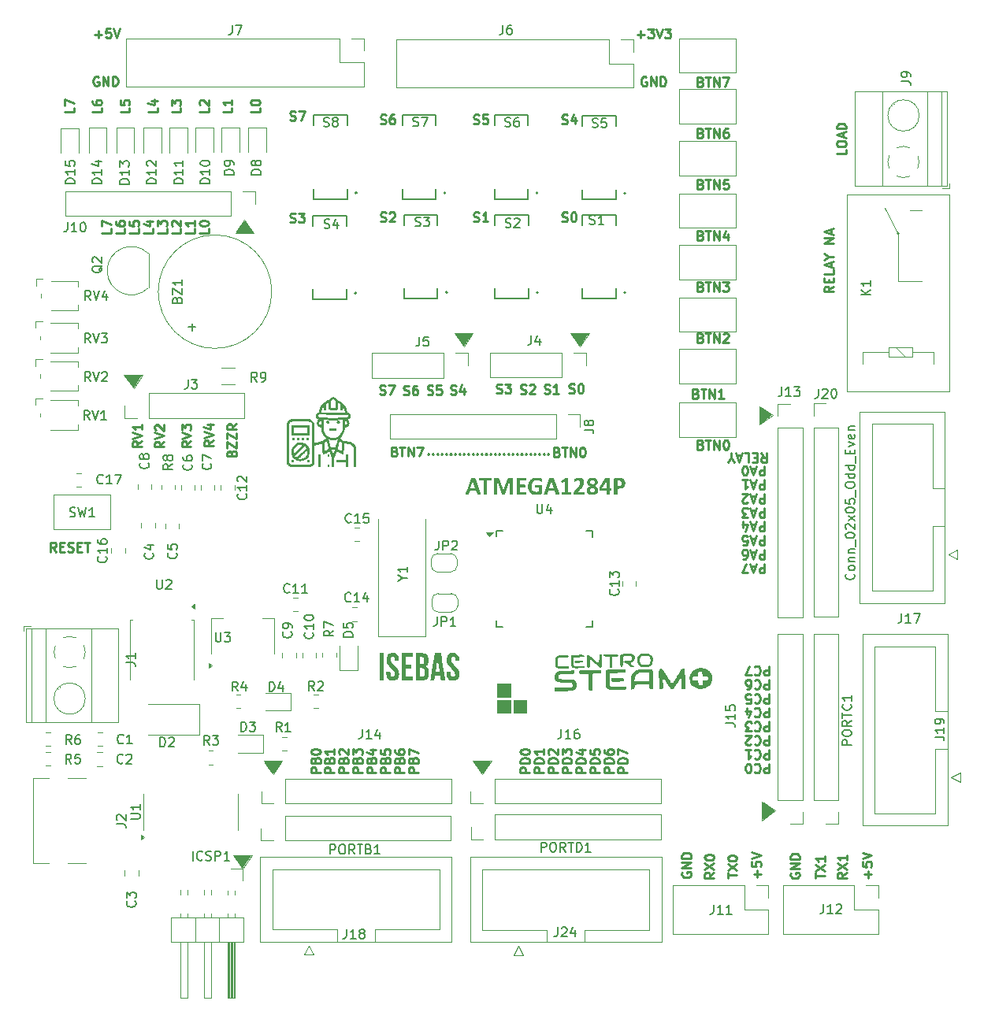
<source format=gbr>
%TF.GenerationSoftware,KiCad,Pcbnew,8.0.4*%
%TF.CreationDate,2025-03-19T03:37:00-05:00*%
%TF.ProjectId,ENRTENADOR ATMEGA1284P,454e5254-454e-4414-944f-522041544d45,rev?*%
%TF.SameCoordinates,Original*%
%TF.FileFunction,Legend,Top*%
%TF.FilePolarity,Positive*%
%FSLAX46Y46*%
G04 Gerber Fmt 4.6, Leading zero omitted, Abs format (unit mm)*
G04 Created by KiCad (PCBNEW 8.0.4) date 2025-03-19 03:37:00*
%MOMM*%
%LPD*%
G01*
G04 APERTURE LIST*
%ADD10C,0.100000*%
%ADD11C,0.250000*%
%ADD12C,0.400000*%
%ADD13C,0.150000*%
%ADD14C,0.120000*%
%ADD15C,0.000000*%
%ADD16C,0.127000*%
%ADD17C,0.200000*%
G04 APERTURE END LIST*
D10*
X58770658Y-33855930D02*
X60770658Y-33855930D01*
X23530000Y-91440000D02*
X24500000Y-90000000D01*
X24729342Y-23144070D02*
X22729342Y-23144070D01*
X79030000Y-43715000D02*
X80470000Y-42685000D01*
X49300658Y-81295930D02*
X50270658Y-79855930D01*
X46270658Y-33855930D02*
X47300658Y-35295930D01*
X22500000Y-90000000D02*
X24500000Y-90000000D01*
X22500000Y-90000000D02*
X23530000Y-91440000D01*
X24729342Y-23144070D02*
X23699342Y-21704070D01*
X79030000Y-43715000D02*
X79030000Y-41715000D01*
X80795930Y-85199342D02*
X79355930Y-84229342D01*
X10770658Y-38355930D02*
X11800658Y-39795930D01*
X25770658Y-79855930D02*
X26800658Y-81295930D01*
X23699342Y-21704070D02*
X22729342Y-23144070D01*
X26800658Y-81295930D02*
X27770658Y-79855930D01*
X10770658Y-38355930D02*
X12770658Y-38355930D01*
X25770658Y-79855930D02*
X27770658Y-79855930D01*
X48270658Y-79855930D02*
X49300658Y-81295930D01*
X80470000Y-42685000D02*
X79030000Y-41715000D01*
X48270658Y-79855930D02*
X50270658Y-79855930D01*
X59800658Y-35295930D02*
X60770658Y-33855930D01*
X46270658Y-33855930D02*
X48270658Y-33855930D01*
X11800658Y-39795930D02*
X12770658Y-38355930D01*
X79355930Y-86229342D02*
X79355930Y-84229342D01*
X79355930Y-86229342D02*
X80795930Y-85199342D01*
X47300658Y-35295930D02*
X48270658Y-33855930D01*
X58770658Y-33855930D02*
X59800658Y-35295930D01*
D11*
X48354949Y-11317000D02*
X48497806Y-11364619D01*
X48497806Y-11364619D02*
X48735901Y-11364619D01*
X48735901Y-11364619D02*
X48831139Y-11317000D01*
X48831139Y-11317000D02*
X48878758Y-11269380D01*
X48878758Y-11269380D02*
X48926377Y-11174142D01*
X48926377Y-11174142D02*
X48926377Y-11078904D01*
X48926377Y-11078904D02*
X48878758Y-10983666D01*
X48878758Y-10983666D02*
X48831139Y-10936047D01*
X48831139Y-10936047D02*
X48735901Y-10888428D01*
X48735901Y-10888428D02*
X48545425Y-10840809D01*
X48545425Y-10840809D02*
X48450187Y-10793190D01*
X48450187Y-10793190D02*
X48402568Y-10745571D01*
X48402568Y-10745571D02*
X48354949Y-10650333D01*
X48354949Y-10650333D02*
X48354949Y-10555095D01*
X48354949Y-10555095D02*
X48402568Y-10459857D01*
X48402568Y-10459857D02*
X48450187Y-10412238D01*
X48450187Y-10412238D02*
X48545425Y-10364619D01*
X48545425Y-10364619D02*
X48783520Y-10364619D01*
X48783520Y-10364619D02*
X48926377Y-10412238D01*
X49831139Y-10364619D02*
X49354949Y-10364619D01*
X49354949Y-10364619D02*
X49307330Y-10840809D01*
X49307330Y-10840809D02*
X49354949Y-10793190D01*
X49354949Y-10793190D02*
X49450187Y-10745571D01*
X49450187Y-10745571D02*
X49688282Y-10745571D01*
X49688282Y-10745571D02*
X49783520Y-10793190D01*
X49783520Y-10793190D02*
X49831139Y-10840809D01*
X49831139Y-10840809D02*
X49878758Y-10936047D01*
X49878758Y-10936047D02*
X49878758Y-11174142D01*
X49878758Y-11174142D02*
X49831139Y-11269380D01*
X49831139Y-11269380D02*
X49783520Y-11317000D01*
X49783520Y-11317000D02*
X49688282Y-11364619D01*
X49688282Y-11364619D02*
X49450187Y-11364619D01*
X49450187Y-11364619D02*
X49354949Y-11317000D01*
X49354949Y-11317000D02*
X49307330Y-11269380D01*
X42364619Y-81097431D02*
X41364619Y-81097431D01*
X41364619Y-81097431D02*
X41364619Y-80716479D01*
X41364619Y-80716479D02*
X41412238Y-80621241D01*
X41412238Y-80621241D02*
X41459857Y-80573622D01*
X41459857Y-80573622D02*
X41555095Y-80526003D01*
X41555095Y-80526003D02*
X41697952Y-80526003D01*
X41697952Y-80526003D02*
X41793190Y-80573622D01*
X41793190Y-80573622D02*
X41840809Y-80621241D01*
X41840809Y-80621241D02*
X41888428Y-80716479D01*
X41888428Y-80716479D02*
X41888428Y-81097431D01*
X41840809Y-79764098D02*
X41888428Y-79621241D01*
X41888428Y-79621241D02*
X41936047Y-79573622D01*
X41936047Y-79573622D02*
X42031285Y-79526003D01*
X42031285Y-79526003D02*
X42174142Y-79526003D01*
X42174142Y-79526003D02*
X42269380Y-79573622D01*
X42269380Y-79573622D02*
X42317000Y-79621241D01*
X42317000Y-79621241D02*
X42364619Y-79716479D01*
X42364619Y-79716479D02*
X42364619Y-80097431D01*
X42364619Y-80097431D02*
X41364619Y-80097431D01*
X41364619Y-80097431D02*
X41364619Y-79764098D01*
X41364619Y-79764098D02*
X41412238Y-79668860D01*
X41412238Y-79668860D02*
X41459857Y-79621241D01*
X41459857Y-79621241D02*
X41555095Y-79573622D01*
X41555095Y-79573622D02*
X41650333Y-79573622D01*
X41650333Y-79573622D02*
X41745571Y-79621241D01*
X41745571Y-79621241D02*
X41793190Y-79668860D01*
X41793190Y-79668860D02*
X41840809Y-79764098D01*
X41840809Y-79764098D02*
X41840809Y-80097431D01*
X41364619Y-79192669D02*
X41364619Y-78526003D01*
X41364619Y-78526003D02*
X42364619Y-78954574D01*
X87014619Y-28826003D02*
X86538428Y-29159336D01*
X87014619Y-29397431D02*
X86014619Y-29397431D01*
X86014619Y-29397431D02*
X86014619Y-29016479D01*
X86014619Y-29016479D02*
X86062238Y-28921241D01*
X86062238Y-28921241D02*
X86109857Y-28873622D01*
X86109857Y-28873622D02*
X86205095Y-28826003D01*
X86205095Y-28826003D02*
X86347952Y-28826003D01*
X86347952Y-28826003D02*
X86443190Y-28873622D01*
X86443190Y-28873622D02*
X86490809Y-28921241D01*
X86490809Y-28921241D02*
X86538428Y-29016479D01*
X86538428Y-29016479D02*
X86538428Y-29397431D01*
X86490809Y-28397431D02*
X86490809Y-28064098D01*
X87014619Y-27921241D02*
X87014619Y-28397431D01*
X87014619Y-28397431D02*
X86014619Y-28397431D01*
X86014619Y-28397431D02*
X86014619Y-27921241D01*
X87014619Y-27016479D02*
X87014619Y-27492669D01*
X87014619Y-27492669D02*
X86014619Y-27492669D01*
X86728904Y-26730764D02*
X86728904Y-26254574D01*
X87014619Y-26826002D02*
X86014619Y-26492669D01*
X86014619Y-26492669D02*
X87014619Y-26159336D01*
X86538428Y-25635526D02*
X87014619Y-25635526D01*
X86014619Y-25968859D02*
X86538428Y-25635526D01*
X86538428Y-25635526D02*
X86014619Y-25302193D01*
X87014619Y-24206954D02*
X86014619Y-24206954D01*
X86014619Y-24206954D02*
X87014619Y-23635526D01*
X87014619Y-23635526D02*
X86014619Y-23635526D01*
X86728904Y-23206954D02*
X86728904Y-22730764D01*
X87014619Y-23302192D02*
X86014619Y-22968859D01*
X86014619Y-22968859D02*
X87014619Y-22635526D01*
X38354949Y-21817000D02*
X38497806Y-21864619D01*
X38497806Y-21864619D02*
X38735901Y-21864619D01*
X38735901Y-21864619D02*
X38831139Y-21817000D01*
X38831139Y-21817000D02*
X38878758Y-21769380D01*
X38878758Y-21769380D02*
X38926377Y-21674142D01*
X38926377Y-21674142D02*
X38926377Y-21578904D01*
X38926377Y-21578904D02*
X38878758Y-21483666D01*
X38878758Y-21483666D02*
X38831139Y-21436047D01*
X38831139Y-21436047D02*
X38735901Y-21388428D01*
X38735901Y-21388428D02*
X38545425Y-21340809D01*
X38545425Y-21340809D02*
X38450187Y-21293190D01*
X38450187Y-21293190D02*
X38402568Y-21245571D01*
X38402568Y-21245571D02*
X38354949Y-21150333D01*
X38354949Y-21150333D02*
X38354949Y-21055095D01*
X38354949Y-21055095D02*
X38402568Y-20959857D01*
X38402568Y-20959857D02*
X38450187Y-20912238D01*
X38450187Y-20912238D02*
X38545425Y-20864619D01*
X38545425Y-20864619D02*
X38783520Y-20864619D01*
X38783520Y-20864619D02*
X38926377Y-20912238D01*
X39307330Y-20959857D02*
X39354949Y-20912238D01*
X39354949Y-20912238D02*
X39450187Y-20864619D01*
X39450187Y-20864619D02*
X39688282Y-20864619D01*
X39688282Y-20864619D02*
X39783520Y-20912238D01*
X39783520Y-20912238D02*
X39831139Y-20959857D01*
X39831139Y-20959857D02*
X39878758Y-21055095D01*
X39878758Y-21055095D02*
X39878758Y-21150333D01*
X39878758Y-21150333D02*
X39831139Y-21293190D01*
X39831139Y-21293190D02*
X39259711Y-21864619D01*
X39259711Y-21864619D02*
X39878758Y-21864619D01*
X72735901Y-6840809D02*
X72878758Y-6888428D01*
X72878758Y-6888428D02*
X72926377Y-6936047D01*
X72926377Y-6936047D02*
X72973996Y-7031285D01*
X72973996Y-7031285D02*
X72973996Y-7174142D01*
X72973996Y-7174142D02*
X72926377Y-7269380D01*
X72926377Y-7269380D02*
X72878758Y-7317000D01*
X72878758Y-7317000D02*
X72783520Y-7364619D01*
X72783520Y-7364619D02*
X72402568Y-7364619D01*
X72402568Y-7364619D02*
X72402568Y-6364619D01*
X72402568Y-6364619D02*
X72735901Y-6364619D01*
X72735901Y-6364619D02*
X72831139Y-6412238D01*
X72831139Y-6412238D02*
X72878758Y-6459857D01*
X72878758Y-6459857D02*
X72926377Y-6555095D01*
X72926377Y-6555095D02*
X72926377Y-6650333D01*
X72926377Y-6650333D02*
X72878758Y-6745571D01*
X72878758Y-6745571D02*
X72831139Y-6793190D01*
X72831139Y-6793190D02*
X72735901Y-6840809D01*
X72735901Y-6840809D02*
X72402568Y-6840809D01*
X73259711Y-6364619D02*
X73831139Y-6364619D01*
X73545425Y-7364619D02*
X73545425Y-6364619D01*
X74164473Y-7364619D02*
X74164473Y-6364619D01*
X74164473Y-6364619D02*
X74735901Y-7364619D01*
X74735901Y-7364619D02*
X74735901Y-6364619D01*
X75116854Y-6364619D02*
X75783520Y-6364619D01*
X75783520Y-6364619D02*
X75354949Y-7364619D01*
X14364619Y-9621241D02*
X14364619Y-10097431D01*
X14364619Y-10097431D02*
X13364619Y-10097431D01*
X13697952Y-8859336D02*
X14364619Y-8859336D01*
X13317000Y-9097431D02*
X14031285Y-9335526D01*
X14031285Y-9335526D02*
X14031285Y-8716479D01*
X8026377Y-6312238D02*
X7931139Y-6264619D01*
X7931139Y-6264619D02*
X7788282Y-6264619D01*
X7788282Y-6264619D02*
X7645425Y-6312238D01*
X7645425Y-6312238D02*
X7550187Y-6407476D01*
X7550187Y-6407476D02*
X7502568Y-6502714D01*
X7502568Y-6502714D02*
X7454949Y-6693190D01*
X7454949Y-6693190D02*
X7454949Y-6836047D01*
X7454949Y-6836047D02*
X7502568Y-7026523D01*
X7502568Y-7026523D02*
X7550187Y-7121761D01*
X7550187Y-7121761D02*
X7645425Y-7217000D01*
X7645425Y-7217000D02*
X7788282Y-7264619D01*
X7788282Y-7264619D02*
X7883520Y-7264619D01*
X7883520Y-7264619D02*
X8026377Y-7217000D01*
X8026377Y-7217000D02*
X8073996Y-7169380D01*
X8073996Y-7169380D02*
X8073996Y-6836047D01*
X8073996Y-6836047D02*
X7883520Y-6836047D01*
X8502568Y-7264619D02*
X8502568Y-6264619D01*
X8502568Y-6264619D02*
X9073996Y-7264619D01*
X9073996Y-7264619D02*
X9073996Y-6264619D01*
X9550187Y-7264619D02*
X9550187Y-6264619D01*
X9550187Y-6264619D02*
X9788282Y-6264619D01*
X9788282Y-6264619D02*
X9931139Y-6312238D01*
X9931139Y-6312238D02*
X10026377Y-6407476D01*
X10026377Y-6407476D02*
X10073996Y-6502714D01*
X10073996Y-6502714D02*
X10121615Y-6693190D01*
X10121615Y-6693190D02*
X10121615Y-6836047D01*
X10121615Y-6836047D02*
X10073996Y-7026523D01*
X10073996Y-7026523D02*
X10026377Y-7121761D01*
X10026377Y-7121761D02*
X9931139Y-7217000D01*
X9931139Y-7217000D02*
X9788282Y-7264619D01*
X9788282Y-7264619D02*
X9550187Y-7264619D01*
X15074619Y-45516003D02*
X14598428Y-45849336D01*
X15074619Y-46087431D02*
X14074619Y-46087431D01*
X14074619Y-46087431D02*
X14074619Y-45706479D01*
X14074619Y-45706479D02*
X14122238Y-45611241D01*
X14122238Y-45611241D02*
X14169857Y-45563622D01*
X14169857Y-45563622D02*
X14265095Y-45516003D01*
X14265095Y-45516003D02*
X14407952Y-45516003D01*
X14407952Y-45516003D02*
X14503190Y-45563622D01*
X14503190Y-45563622D02*
X14550809Y-45611241D01*
X14550809Y-45611241D02*
X14598428Y-45706479D01*
X14598428Y-45706479D02*
X14598428Y-46087431D01*
X14074619Y-45230288D02*
X15074619Y-44896955D01*
X15074619Y-44896955D02*
X14074619Y-44563622D01*
X14169857Y-44277907D02*
X14122238Y-44230288D01*
X14122238Y-44230288D02*
X14074619Y-44135050D01*
X14074619Y-44135050D02*
X14074619Y-43896955D01*
X14074619Y-43896955D02*
X14122238Y-43801717D01*
X14122238Y-43801717D02*
X14169857Y-43754098D01*
X14169857Y-43754098D02*
X14265095Y-43706479D01*
X14265095Y-43706479D02*
X14360333Y-43706479D01*
X14360333Y-43706479D02*
X14503190Y-43754098D01*
X14503190Y-43754098D02*
X15074619Y-44325526D01*
X15074619Y-44325526D02*
X15074619Y-43706479D01*
X53394949Y-40347000D02*
X53537806Y-40394619D01*
X53537806Y-40394619D02*
X53775901Y-40394619D01*
X53775901Y-40394619D02*
X53871139Y-40347000D01*
X53871139Y-40347000D02*
X53918758Y-40299380D01*
X53918758Y-40299380D02*
X53966377Y-40204142D01*
X53966377Y-40204142D02*
X53966377Y-40108904D01*
X53966377Y-40108904D02*
X53918758Y-40013666D01*
X53918758Y-40013666D02*
X53871139Y-39966047D01*
X53871139Y-39966047D02*
X53775901Y-39918428D01*
X53775901Y-39918428D02*
X53585425Y-39870809D01*
X53585425Y-39870809D02*
X53490187Y-39823190D01*
X53490187Y-39823190D02*
X53442568Y-39775571D01*
X53442568Y-39775571D02*
X53394949Y-39680333D01*
X53394949Y-39680333D02*
X53394949Y-39585095D01*
X53394949Y-39585095D02*
X53442568Y-39489857D01*
X53442568Y-39489857D02*
X53490187Y-39442238D01*
X53490187Y-39442238D02*
X53585425Y-39394619D01*
X53585425Y-39394619D02*
X53823520Y-39394619D01*
X53823520Y-39394619D02*
X53966377Y-39442238D01*
X54347330Y-39489857D02*
X54394949Y-39442238D01*
X54394949Y-39442238D02*
X54490187Y-39394619D01*
X54490187Y-39394619D02*
X54728282Y-39394619D01*
X54728282Y-39394619D02*
X54823520Y-39442238D01*
X54823520Y-39442238D02*
X54871139Y-39489857D01*
X54871139Y-39489857D02*
X54918758Y-39585095D01*
X54918758Y-39585095D02*
X54918758Y-39680333D01*
X54918758Y-39680333D02*
X54871139Y-39823190D01*
X54871139Y-39823190D02*
X54299711Y-40394619D01*
X54299711Y-40394619D02*
X54918758Y-40394619D01*
X38254949Y-40397000D02*
X38397806Y-40444619D01*
X38397806Y-40444619D02*
X38635901Y-40444619D01*
X38635901Y-40444619D02*
X38731139Y-40397000D01*
X38731139Y-40397000D02*
X38778758Y-40349380D01*
X38778758Y-40349380D02*
X38826377Y-40254142D01*
X38826377Y-40254142D02*
X38826377Y-40158904D01*
X38826377Y-40158904D02*
X38778758Y-40063666D01*
X38778758Y-40063666D02*
X38731139Y-40016047D01*
X38731139Y-40016047D02*
X38635901Y-39968428D01*
X38635901Y-39968428D02*
X38445425Y-39920809D01*
X38445425Y-39920809D02*
X38350187Y-39873190D01*
X38350187Y-39873190D02*
X38302568Y-39825571D01*
X38302568Y-39825571D02*
X38254949Y-39730333D01*
X38254949Y-39730333D02*
X38254949Y-39635095D01*
X38254949Y-39635095D02*
X38302568Y-39539857D01*
X38302568Y-39539857D02*
X38350187Y-39492238D01*
X38350187Y-39492238D02*
X38445425Y-39444619D01*
X38445425Y-39444619D02*
X38683520Y-39444619D01*
X38683520Y-39444619D02*
X38826377Y-39492238D01*
X39159711Y-39444619D02*
X39826377Y-39444619D01*
X39826377Y-39444619D02*
X39397806Y-40444619D01*
X80097431Y-80135380D02*
X80097431Y-81135380D01*
X80097431Y-81135380D02*
X79716479Y-81135380D01*
X79716479Y-81135380D02*
X79621241Y-81087761D01*
X79621241Y-81087761D02*
X79573622Y-81040142D01*
X79573622Y-81040142D02*
X79526003Y-80944904D01*
X79526003Y-80944904D02*
X79526003Y-80802047D01*
X79526003Y-80802047D02*
X79573622Y-80706809D01*
X79573622Y-80706809D02*
X79621241Y-80659190D01*
X79621241Y-80659190D02*
X79716479Y-80611571D01*
X79716479Y-80611571D02*
X80097431Y-80611571D01*
X78526003Y-80230619D02*
X78573622Y-80183000D01*
X78573622Y-80183000D02*
X78716479Y-80135380D01*
X78716479Y-80135380D02*
X78811717Y-80135380D01*
X78811717Y-80135380D02*
X78954574Y-80183000D01*
X78954574Y-80183000D02*
X79049812Y-80278238D01*
X79049812Y-80278238D02*
X79097431Y-80373476D01*
X79097431Y-80373476D02*
X79145050Y-80563952D01*
X79145050Y-80563952D02*
X79145050Y-80706809D01*
X79145050Y-80706809D02*
X79097431Y-80897285D01*
X79097431Y-80897285D02*
X79049812Y-80992523D01*
X79049812Y-80992523D02*
X78954574Y-81087761D01*
X78954574Y-81087761D02*
X78811717Y-81135380D01*
X78811717Y-81135380D02*
X78716479Y-81135380D01*
X78716479Y-81135380D02*
X78573622Y-81087761D01*
X78573622Y-81087761D02*
X78526003Y-81040142D01*
X77906955Y-81135380D02*
X77811717Y-81135380D01*
X77811717Y-81135380D02*
X77716479Y-81087761D01*
X77716479Y-81087761D02*
X77668860Y-81040142D01*
X77668860Y-81040142D02*
X77621241Y-80944904D01*
X77621241Y-80944904D02*
X77573622Y-80754428D01*
X77573622Y-80754428D02*
X77573622Y-80516333D01*
X77573622Y-80516333D02*
X77621241Y-80325857D01*
X77621241Y-80325857D02*
X77668860Y-80230619D01*
X77668860Y-80230619D02*
X77716479Y-80183000D01*
X77716479Y-80183000D02*
X77811717Y-80135380D01*
X77811717Y-80135380D02*
X77906955Y-80135380D01*
X77906955Y-80135380D02*
X78002193Y-80183000D01*
X78002193Y-80183000D02*
X78049812Y-80230619D01*
X78049812Y-80230619D02*
X78097431Y-80325857D01*
X78097431Y-80325857D02*
X78145050Y-80516333D01*
X78145050Y-80516333D02*
X78145050Y-80754428D01*
X78145050Y-80754428D02*
X78097431Y-80944904D01*
X78097431Y-80944904D02*
X78049812Y-81040142D01*
X78049812Y-81040142D02*
X78002193Y-81087761D01*
X78002193Y-81087761D02*
X77906955Y-81135380D01*
X88364619Y-14121241D02*
X88364619Y-14597431D01*
X88364619Y-14597431D02*
X87364619Y-14597431D01*
X87364619Y-13597431D02*
X87364619Y-13406955D01*
X87364619Y-13406955D02*
X87412238Y-13311717D01*
X87412238Y-13311717D02*
X87507476Y-13216479D01*
X87507476Y-13216479D02*
X87697952Y-13168860D01*
X87697952Y-13168860D02*
X88031285Y-13168860D01*
X88031285Y-13168860D02*
X88221761Y-13216479D01*
X88221761Y-13216479D02*
X88317000Y-13311717D01*
X88317000Y-13311717D02*
X88364619Y-13406955D01*
X88364619Y-13406955D02*
X88364619Y-13597431D01*
X88364619Y-13597431D02*
X88317000Y-13692669D01*
X88317000Y-13692669D02*
X88221761Y-13787907D01*
X88221761Y-13787907D02*
X88031285Y-13835526D01*
X88031285Y-13835526D02*
X87697952Y-13835526D01*
X87697952Y-13835526D02*
X87507476Y-13787907D01*
X87507476Y-13787907D02*
X87412238Y-13692669D01*
X87412238Y-13692669D02*
X87364619Y-13597431D01*
X88078904Y-12787907D02*
X88078904Y-12311717D01*
X88364619Y-12883145D02*
X87364619Y-12549812D01*
X87364619Y-12549812D02*
X88364619Y-12216479D01*
X88364619Y-11883145D02*
X87364619Y-11883145D01*
X87364619Y-11883145D02*
X87364619Y-11645050D01*
X87364619Y-11645050D02*
X87412238Y-11502193D01*
X87412238Y-11502193D02*
X87507476Y-11406955D01*
X87507476Y-11406955D02*
X87602714Y-11359336D01*
X87602714Y-11359336D02*
X87793190Y-11311717D01*
X87793190Y-11311717D02*
X87936047Y-11311717D01*
X87936047Y-11311717D02*
X88126523Y-11359336D01*
X88126523Y-11359336D02*
X88221761Y-11406955D01*
X88221761Y-11406955D02*
X88317000Y-11502193D01*
X88317000Y-11502193D02*
X88364619Y-11645050D01*
X88364619Y-11645050D02*
X88364619Y-11883145D01*
X43492568Y-46819380D02*
X43540187Y-46867000D01*
X43540187Y-46867000D02*
X43492568Y-46914619D01*
X43492568Y-46914619D02*
X43444949Y-46867000D01*
X43444949Y-46867000D02*
X43492568Y-46819380D01*
X43492568Y-46819380D02*
X43492568Y-46914619D01*
X43968758Y-46819380D02*
X44016377Y-46867000D01*
X44016377Y-46867000D02*
X43968758Y-46914619D01*
X43968758Y-46914619D02*
X43921139Y-46867000D01*
X43921139Y-46867000D02*
X43968758Y-46819380D01*
X43968758Y-46819380D02*
X43968758Y-46914619D01*
X44444948Y-46819380D02*
X44492567Y-46867000D01*
X44492567Y-46867000D02*
X44444948Y-46914619D01*
X44444948Y-46914619D02*
X44397329Y-46867000D01*
X44397329Y-46867000D02*
X44444948Y-46819380D01*
X44444948Y-46819380D02*
X44444948Y-46914619D01*
X44921138Y-46819380D02*
X44968757Y-46867000D01*
X44968757Y-46867000D02*
X44921138Y-46914619D01*
X44921138Y-46914619D02*
X44873519Y-46867000D01*
X44873519Y-46867000D02*
X44921138Y-46819380D01*
X44921138Y-46819380D02*
X44921138Y-46914619D01*
X45397328Y-46819380D02*
X45444947Y-46867000D01*
X45444947Y-46867000D02*
X45397328Y-46914619D01*
X45397328Y-46914619D02*
X45349709Y-46867000D01*
X45349709Y-46867000D02*
X45397328Y-46819380D01*
X45397328Y-46819380D02*
X45397328Y-46914619D01*
X45873518Y-46819380D02*
X45921137Y-46867000D01*
X45921137Y-46867000D02*
X45873518Y-46914619D01*
X45873518Y-46914619D02*
X45825899Y-46867000D01*
X45825899Y-46867000D02*
X45873518Y-46819380D01*
X45873518Y-46819380D02*
X45873518Y-46914619D01*
X46349708Y-46819380D02*
X46397327Y-46867000D01*
X46397327Y-46867000D02*
X46349708Y-46914619D01*
X46349708Y-46914619D02*
X46302089Y-46867000D01*
X46302089Y-46867000D02*
X46349708Y-46819380D01*
X46349708Y-46819380D02*
X46349708Y-46914619D01*
X46825898Y-46819380D02*
X46873517Y-46867000D01*
X46873517Y-46867000D02*
X46825898Y-46914619D01*
X46825898Y-46914619D02*
X46778279Y-46867000D01*
X46778279Y-46867000D02*
X46825898Y-46819380D01*
X46825898Y-46819380D02*
X46825898Y-46914619D01*
X47302088Y-46819380D02*
X47349707Y-46867000D01*
X47349707Y-46867000D02*
X47302088Y-46914619D01*
X47302088Y-46914619D02*
X47254469Y-46867000D01*
X47254469Y-46867000D02*
X47302088Y-46819380D01*
X47302088Y-46819380D02*
X47302088Y-46914619D01*
X47778278Y-46819380D02*
X47825897Y-46867000D01*
X47825897Y-46867000D02*
X47778278Y-46914619D01*
X47778278Y-46914619D02*
X47730659Y-46867000D01*
X47730659Y-46867000D02*
X47778278Y-46819380D01*
X47778278Y-46819380D02*
X47778278Y-46914619D01*
X48254468Y-46819380D02*
X48302087Y-46867000D01*
X48302087Y-46867000D02*
X48254468Y-46914619D01*
X48254468Y-46914619D02*
X48206849Y-46867000D01*
X48206849Y-46867000D02*
X48254468Y-46819380D01*
X48254468Y-46819380D02*
X48254468Y-46914619D01*
X48730658Y-46819380D02*
X48778277Y-46867000D01*
X48778277Y-46867000D02*
X48730658Y-46914619D01*
X48730658Y-46914619D02*
X48683039Y-46867000D01*
X48683039Y-46867000D02*
X48730658Y-46819380D01*
X48730658Y-46819380D02*
X48730658Y-46914619D01*
X49206848Y-46819380D02*
X49254467Y-46867000D01*
X49254467Y-46867000D02*
X49206848Y-46914619D01*
X49206848Y-46914619D02*
X49159229Y-46867000D01*
X49159229Y-46867000D02*
X49206848Y-46819380D01*
X49206848Y-46819380D02*
X49206848Y-46914619D01*
X49683038Y-46819380D02*
X49730657Y-46867000D01*
X49730657Y-46867000D02*
X49683038Y-46914619D01*
X49683038Y-46914619D02*
X49635419Y-46867000D01*
X49635419Y-46867000D02*
X49683038Y-46819380D01*
X49683038Y-46819380D02*
X49683038Y-46914619D01*
X50159228Y-46819380D02*
X50206847Y-46867000D01*
X50206847Y-46867000D02*
X50159228Y-46914619D01*
X50159228Y-46914619D02*
X50111609Y-46867000D01*
X50111609Y-46867000D02*
X50159228Y-46819380D01*
X50159228Y-46819380D02*
X50159228Y-46914619D01*
X50635418Y-46819380D02*
X50683037Y-46867000D01*
X50683037Y-46867000D02*
X50635418Y-46914619D01*
X50635418Y-46914619D02*
X50587799Y-46867000D01*
X50587799Y-46867000D02*
X50635418Y-46819380D01*
X50635418Y-46819380D02*
X50635418Y-46914619D01*
X51111608Y-46819380D02*
X51159227Y-46867000D01*
X51159227Y-46867000D02*
X51111608Y-46914619D01*
X51111608Y-46914619D02*
X51063989Y-46867000D01*
X51063989Y-46867000D02*
X51111608Y-46819380D01*
X51111608Y-46819380D02*
X51111608Y-46914619D01*
X51587798Y-46819380D02*
X51635417Y-46867000D01*
X51635417Y-46867000D02*
X51587798Y-46914619D01*
X51587798Y-46914619D02*
X51540179Y-46867000D01*
X51540179Y-46867000D02*
X51587798Y-46819380D01*
X51587798Y-46819380D02*
X51587798Y-46914619D01*
X52063988Y-46819380D02*
X52111607Y-46867000D01*
X52111607Y-46867000D02*
X52063988Y-46914619D01*
X52063988Y-46914619D02*
X52016369Y-46867000D01*
X52016369Y-46867000D02*
X52063988Y-46819380D01*
X52063988Y-46819380D02*
X52063988Y-46914619D01*
X52540178Y-46819380D02*
X52587797Y-46867000D01*
X52587797Y-46867000D02*
X52540178Y-46914619D01*
X52540178Y-46914619D02*
X52492559Y-46867000D01*
X52492559Y-46867000D02*
X52540178Y-46819380D01*
X52540178Y-46819380D02*
X52540178Y-46914619D01*
X53016368Y-46819380D02*
X53063987Y-46867000D01*
X53063987Y-46867000D02*
X53016368Y-46914619D01*
X53016368Y-46914619D02*
X52968749Y-46867000D01*
X52968749Y-46867000D02*
X53016368Y-46819380D01*
X53016368Y-46819380D02*
X53016368Y-46914619D01*
X53492558Y-46819380D02*
X53540177Y-46867000D01*
X53540177Y-46867000D02*
X53492558Y-46914619D01*
X53492558Y-46914619D02*
X53444939Y-46867000D01*
X53444939Y-46867000D02*
X53492558Y-46819380D01*
X53492558Y-46819380D02*
X53492558Y-46914619D01*
X53968748Y-46819380D02*
X54016367Y-46867000D01*
X54016367Y-46867000D02*
X53968748Y-46914619D01*
X53968748Y-46914619D02*
X53921129Y-46867000D01*
X53921129Y-46867000D02*
X53968748Y-46819380D01*
X53968748Y-46819380D02*
X53968748Y-46914619D01*
X54444938Y-46819380D02*
X54492557Y-46867000D01*
X54492557Y-46867000D02*
X54444938Y-46914619D01*
X54444938Y-46914619D02*
X54397319Y-46867000D01*
X54397319Y-46867000D02*
X54444938Y-46819380D01*
X54444938Y-46819380D02*
X54444938Y-46914619D01*
X54921128Y-46819380D02*
X54968747Y-46867000D01*
X54968747Y-46867000D02*
X54921128Y-46914619D01*
X54921128Y-46914619D02*
X54873509Y-46867000D01*
X54873509Y-46867000D02*
X54921128Y-46819380D01*
X54921128Y-46819380D02*
X54921128Y-46914619D01*
X55397318Y-46819380D02*
X55444937Y-46867000D01*
X55444937Y-46867000D02*
X55397318Y-46914619D01*
X55397318Y-46914619D02*
X55349699Y-46867000D01*
X55349699Y-46867000D02*
X55397318Y-46819380D01*
X55397318Y-46819380D02*
X55397318Y-46914619D01*
X55873508Y-46819380D02*
X55921127Y-46867000D01*
X55921127Y-46867000D02*
X55873508Y-46914619D01*
X55873508Y-46914619D02*
X55825889Y-46867000D01*
X55825889Y-46867000D02*
X55873508Y-46819380D01*
X55873508Y-46819380D02*
X55873508Y-46914619D01*
X56349698Y-46819380D02*
X56397317Y-46867000D01*
X56397317Y-46867000D02*
X56349698Y-46914619D01*
X56349698Y-46914619D02*
X56302079Y-46867000D01*
X56302079Y-46867000D02*
X56349698Y-46819380D01*
X56349698Y-46819380D02*
X56349698Y-46914619D01*
X19864619Y-22621241D02*
X19864619Y-23097431D01*
X19864619Y-23097431D02*
X18864619Y-23097431D01*
X18864619Y-22097431D02*
X18864619Y-22002193D01*
X18864619Y-22002193D02*
X18912238Y-21906955D01*
X18912238Y-21906955D02*
X18959857Y-21859336D01*
X18959857Y-21859336D02*
X19055095Y-21811717D01*
X19055095Y-21811717D02*
X19245571Y-21764098D01*
X19245571Y-21764098D02*
X19483666Y-21764098D01*
X19483666Y-21764098D02*
X19674142Y-21811717D01*
X19674142Y-21811717D02*
X19769380Y-21859336D01*
X19769380Y-21859336D02*
X19817000Y-21906955D01*
X19817000Y-21906955D02*
X19864619Y-22002193D01*
X19864619Y-22002193D02*
X19864619Y-22097431D01*
X19864619Y-22097431D02*
X19817000Y-22192669D01*
X19817000Y-22192669D02*
X19769380Y-22240288D01*
X19769380Y-22240288D02*
X19674142Y-22287907D01*
X19674142Y-22287907D02*
X19483666Y-22335526D01*
X19483666Y-22335526D02*
X19245571Y-22335526D01*
X19245571Y-22335526D02*
X19055095Y-22287907D01*
X19055095Y-22287907D02*
X18959857Y-22240288D01*
X18959857Y-22240288D02*
X18912238Y-22192669D01*
X18912238Y-22192669D02*
X18864619Y-22097431D01*
X55864619Y-81097431D02*
X54864619Y-81097431D01*
X54864619Y-81097431D02*
X54864619Y-80716479D01*
X54864619Y-80716479D02*
X54912238Y-80621241D01*
X54912238Y-80621241D02*
X54959857Y-80573622D01*
X54959857Y-80573622D02*
X55055095Y-80526003D01*
X55055095Y-80526003D02*
X55197952Y-80526003D01*
X55197952Y-80526003D02*
X55293190Y-80573622D01*
X55293190Y-80573622D02*
X55340809Y-80621241D01*
X55340809Y-80621241D02*
X55388428Y-80716479D01*
X55388428Y-80716479D02*
X55388428Y-81097431D01*
X55864619Y-80097431D02*
X54864619Y-80097431D01*
X54864619Y-80097431D02*
X54864619Y-79859336D01*
X54864619Y-79859336D02*
X54912238Y-79716479D01*
X54912238Y-79716479D02*
X55007476Y-79621241D01*
X55007476Y-79621241D02*
X55102714Y-79573622D01*
X55102714Y-79573622D02*
X55293190Y-79526003D01*
X55293190Y-79526003D02*
X55436047Y-79526003D01*
X55436047Y-79526003D02*
X55626523Y-79573622D01*
X55626523Y-79573622D02*
X55721761Y-79621241D01*
X55721761Y-79621241D02*
X55817000Y-79716479D01*
X55817000Y-79716479D02*
X55864619Y-79859336D01*
X55864619Y-79859336D02*
X55864619Y-80097431D01*
X55864619Y-78573622D02*
X55864619Y-79145050D01*
X55864619Y-78859336D02*
X54864619Y-78859336D01*
X54864619Y-78859336D02*
X55007476Y-78954574D01*
X55007476Y-78954574D02*
X55102714Y-79049812D01*
X55102714Y-79049812D02*
X55150333Y-79145050D01*
X88434619Y-91876003D02*
X87958428Y-92209336D01*
X88434619Y-92447431D02*
X87434619Y-92447431D01*
X87434619Y-92447431D02*
X87434619Y-92066479D01*
X87434619Y-92066479D02*
X87482238Y-91971241D01*
X87482238Y-91971241D02*
X87529857Y-91923622D01*
X87529857Y-91923622D02*
X87625095Y-91876003D01*
X87625095Y-91876003D02*
X87767952Y-91876003D01*
X87767952Y-91876003D02*
X87863190Y-91923622D01*
X87863190Y-91923622D02*
X87910809Y-91971241D01*
X87910809Y-91971241D02*
X87958428Y-92066479D01*
X87958428Y-92066479D02*
X87958428Y-92447431D01*
X87434619Y-91542669D02*
X88434619Y-90876003D01*
X87434619Y-90876003D02*
X88434619Y-91542669D01*
X88434619Y-89971241D02*
X88434619Y-90542669D01*
X88434619Y-90256955D02*
X87434619Y-90256955D01*
X87434619Y-90256955D02*
X87577476Y-90352193D01*
X87577476Y-90352193D02*
X87672714Y-90447431D01*
X87672714Y-90447431D02*
X87720333Y-90542669D01*
X57854949Y-11317000D02*
X57997806Y-11364619D01*
X57997806Y-11364619D02*
X58235901Y-11364619D01*
X58235901Y-11364619D02*
X58331139Y-11317000D01*
X58331139Y-11317000D02*
X58378758Y-11269380D01*
X58378758Y-11269380D02*
X58426377Y-11174142D01*
X58426377Y-11174142D02*
X58426377Y-11078904D01*
X58426377Y-11078904D02*
X58378758Y-10983666D01*
X58378758Y-10983666D02*
X58331139Y-10936047D01*
X58331139Y-10936047D02*
X58235901Y-10888428D01*
X58235901Y-10888428D02*
X58045425Y-10840809D01*
X58045425Y-10840809D02*
X57950187Y-10793190D01*
X57950187Y-10793190D02*
X57902568Y-10745571D01*
X57902568Y-10745571D02*
X57854949Y-10650333D01*
X57854949Y-10650333D02*
X57854949Y-10555095D01*
X57854949Y-10555095D02*
X57902568Y-10459857D01*
X57902568Y-10459857D02*
X57950187Y-10412238D01*
X57950187Y-10412238D02*
X58045425Y-10364619D01*
X58045425Y-10364619D02*
X58283520Y-10364619D01*
X58283520Y-10364619D02*
X58426377Y-10412238D01*
X59283520Y-10697952D02*
X59283520Y-11364619D01*
X59045425Y-10317000D02*
X58807330Y-11031285D01*
X58807330Y-11031285D02*
X59426377Y-11031285D01*
X79597431Y-58635380D02*
X79597431Y-59635380D01*
X79597431Y-59635380D02*
X79216479Y-59635380D01*
X79216479Y-59635380D02*
X79121241Y-59587761D01*
X79121241Y-59587761D02*
X79073622Y-59540142D01*
X79073622Y-59540142D02*
X79026003Y-59444904D01*
X79026003Y-59444904D02*
X79026003Y-59302047D01*
X79026003Y-59302047D02*
X79073622Y-59206809D01*
X79073622Y-59206809D02*
X79121241Y-59159190D01*
X79121241Y-59159190D02*
X79216479Y-59111571D01*
X79216479Y-59111571D02*
X79597431Y-59111571D01*
X78645050Y-58921095D02*
X78168860Y-58921095D01*
X78740288Y-58635380D02*
X78406955Y-59635380D01*
X78406955Y-59635380D02*
X78073622Y-58635380D01*
X77835526Y-59635380D02*
X77168860Y-59635380D01*
X77168860Y-59635380D02*
X77597431Y-58635380D01*
X39855901Y-46580809D02*
X39998758Y-46628428D01*
X39998758Y-46628428D02*
X40046377Y-46676047D01*
X40046377Y-46676047D02*
X40093996Y-46771285D01*
X40093996Y-46771285D02*
X40093996Y-46914142D01*
X40093996Y-46914142D02*
X40046377Y-47009380D01*
X40046377Y-47009380D02*
X39998758Y-47057000D01*
X39998758Y-47057000D02*
X39903520Y-47104619D01*
X39903520Y-47104619D02*
X39522568Y-47104619D01*
X39522568Y-47104619D02*
X39522568Y-46104619D01*
X39522568Y-46104619D02*
X39855901Y-46104619D01*
X39855901Y-46104619D02*
X39951139Y-46152238D01*
X39951139Y-46152238D02*
X39998758Y-46199857D01*
X39998758Y-46199857D02*
X40046377Y-46295095D01*
X40046377Y-46295095D02*
X40046377Y-46390333D01*
X40046377Y-46390333D02*
X39998758Y-46485571D01*
X39998758Y-46485571D02*
X39951139Y-46533190D01*
X39951139Y-46533190D02*
X39855901Y-46580809D01*
X39855901Y-46580809D02*
X39522568Y-46580809D01*
X40379711Y-46104619D02*
X40951139Y-46104619D01*
X40665425Y-47104619D02*
X40665425Y-46104619D01*
X41284473Y-47104619D02*
X41284473Y-46104619D01*
X41284473Y-46104619D02*
X41855901Y-47104619D01*
X41855901Y-47104619D02*
X41855901Y-46104619D01*
X42236854Y-46104619D02*
X42903520Y-46104619D01*
X42903520Y-46104619D02*
X42474949Y-47104619D01*
X72735901Y-34340809D02*
X72878758Y-34388428D01*
X72878758Y-34388428D02*
X72926377Y-34436047D01*
X72926377Y-34436047D02*
X72973996Y-34531285D01*
X72973996Y-34531285D02*
X72973996Y-34674142D01*
X72973996Y-34674142D02*
X72926377Y-34769380D01*
X72926377Y-34769380D02*
X72878758Y-34817000D01*
X72878758Y-34817000D02*
X72783520Y-34864619D01*
X72783520Y-34864619D02*
X72402568Y-34864619D01*
X72402568Y-34864619D02*
X72402568Y-33864619D01*
X72402568Y-33864619D02*
X72735901Y-33864619D01*
X72735901Y-33864619D02*
X72831139Y-33912238D01*
X72831139Y-33912238D02*
X72878758Y-33959857D01*
X72878758Y-33959857D02*
X72926377Y-34055095D01*
X72926377Y-34055095D02*
X72926377Y-34150333D01*
X72926377Y-34150333D02*
X72878758Y-34245571D01*
X72878758Y-34245571D02*
X72831139Y-34293190D01*
X72831139Y-34293190D02*
X72735901Y-34340809D01*
X72735901Y-34340809D02*
X72402568Y-34340809D01*
X73259711Y-33864619D02*
X73831139Y-33864619D01*
X73545425Y-34864619D02*
X73545425Y-33864619D01*
X74164473Y-34864619D02*
X74164473Y-33864619D01*
X74164473Y-33864619D02*
X74735901Y-34864619D01*
X74735901Y-34864619D02*
X74735901Y-33864619D01*
X75164473Y-33959857D02*
X75212092Y-33912238D01*
X75212092Y-33912238D02*
X75307330Y-33864619D01*
X75307330Y-33864619D02*
X75545425Y-33864619D01*
X75545425Y-33864619D02*
X75640663Y-33912238D01*
X75640663Y-33912238D02*
X75688282Y-33959857D01*
X75688282Y-33959857D02*
X75735901Y-34055095D01*
X75735901Y-34055095D02*
X75735901Y-34150333D01*
X75735901Y-34150333D02*
X75688282Y-34293190D01*
X75688282Y-34293190D02*
X75116854Y-34864619D01*
X75116854Y-34864619D02*
X75735901Y-34864619D01*
X36364619Y-81097431D02*
X35364619Y-81097431D01*
X35364619Y-81097431D02*
X35364619Y-80716479D01*
X35364619Y-80716479D02*
X35412238Y-80621241D01*
X35412238Y-80621241D02*
X35459857Y-80573622D01*
X35459857Y-80573622D02*
X35555095Y-80526003D01*
X35555095Y-80526003D02*
X35697952Y-80526003D01*
X35697952Y-80526003D02*
X35793190Y-80573622D01*
X35793190Y-80573622D02*
X35840809Y-80621241D01*
X35840809Y-80621241D02*
X35888428Y-80716479D01*
X35888428Y-80716479D02*
X35888428Y-81097431D01*
X35840809Y-79764098D02*
X35888428Y-79621241D01*
X35888428Y-79621241D02*
X35936047Y-79573622D01*
X35936047Y-79573622D02*
X36031285Y-79526003D01*
X36031285Y-79526003D02*
X36174142Y-79526003D01*
X36174142Y-79526003D02*
X36269380Y-79573622D01*
X36269380Y-79573622D02*
X36317000Y-79621241D01*
X36317000Y-79621241D02*
X36364619Y-79716479D01*
X36364619Y-79716479D02*
X36364619Y-80097431D01*
X36364619Y-80097431D02*
X35364619Y-80097431D01*
X35364619Y-80097431D02*
X35364619Y-79764098D01*
X35364619Y-79764098D02*
X35412238Y-79668860D01*
X35412238Y-79668860D02*
X35459857Y-79621241D01*
X35459857Y-79621241D02*
X35555095Y-79573622D01*
X35555095Y-79573622D02*
X35650333Y-79573622D01*
X35650333Y-79573622D02*
X35745571Y-79621241D01*
X35745571Y-79621241D02*
X35793190Y-79668860D01*
X35793190Y-79668860D02*
X35840809Y-79764098D01*
X35840809Y-79764098D02*
X35840809Y-80097431D01*
X35364619Y-79192669D02*
X35364619Y-78573622D01*
X35364619Y-78573622D02*
X35745571Y-78906955D01*
X35745571Y-78906955D02*
X35745571Y-78764098D01*
X35745571Y-78764098D02*
X35793190Y-78668860D01*
X35793190Y-78668860D02*
X35840809Y-78621241D01*
X35840809Y-78621241D02*
X35936047Y-78573622D01*
X35936047Y-78573622D02*
X36174142Y-78573622D01*
X36174142Y-78573622D02*
X36269380Y-78621241D01*
X36269380Y-78621241D02*
X36317000Y-78668860D01*
X36317000Y-78668860D02*
X36364619Y-78764098D01*
X36364619Y-78764098D02*
X36364619Y-79049812D01*
X36364619Y-79049812D02*
X36317000Y-79145050D01*
X36317000Y-79145050D02*
X36269380Y-79192669D01*
X8364619Y-9621241D02*
X8364619Y-10097431D01*
X8364619Y-10097431D02*
X7364619Y-10097431D01*
X7364619Y-8859336D02*
X7364619Y-9049812D01*
X7364619Y-9049812D02*
X7412238Y-9145050D01*
X7412238Y-9145050D02*
X7459857Y-9192669D01*
X7459857Y-9192669D02*
X7602714Y-9287907D01*
X7602714Y-9287907D02*
X7793190Y-9335526D01*
X7793190Y-9335526D02*
X8174142Y-9335526D01*
X8174142Y-9335526D02*
X8269380Y-9287907D01*
X8269380Y-9287907D02*
X8317000Y-9240288D01*
X8317000Y-9240288D02*
X8364619Y-9145050D01*
X8364619Y-9145050D02*
X8364619Y-8954574D01*
X8364619Y-8954574D02*
X8317000Y-8859336D01*
X8317000Y-8859336D02*
X8269380Y-8811717D01*
X8269380Y-8811717D02*
X8174142Y-8764098D01*
X8174142Y-8764098D02*
X7936047Y-8764098D01*
X7936047Y-8764098D02*
X7840809Y-8811717D01*
X7840809Y-8811717D02*
X7793190Y-8859336D01*
X7793190Y-8859336D02*
X7745571Y-8954574D01*
X7745571Y-8954574D02*
X7745571Y-9145050D01*
X7745571Y-9145050D02*
X7793190Y-9240288D01*
X7793190Y-9240288D02*
X7840809Y-9287907D01*
X7840809Y-9287907D02*
X7936047Y-9335526D01*
X38354949Y-11317000D02*
X38497806Y-11364619D01*
X38497806Y-11364619D02*
X38735901Y-11364619D01*
X38735901Y-11364619D02*
X38831139Y-11317000D01*
X38831139Y-11317000D02*
X38878758Y-11269380D01*
X38878758Y-11269380D02*
X38926377Y-11174142D01*
X38926377Y-11174142D02*
X38926377Y-11078904D01*
X38926377Y-11078904D02*
X38878758Y-10983666D01*
X38878758Y-10983666D02*
X38831139Y-10936047D01*
X38831139Y-10936047D02*
X38735901Y-10888428D01*
X38735901Y-10888428D02*
X38545425Y-10840809D01*
X38545425Y-10840809D02*
X38450187Y-10793190D01*
X38450187Y-10793190D02*
X38402568Y-10745571D01*
X38402568Y-10745571D02*
X38354949Y-10650333D01*
X38354949Y-10650333D02*
X38354949Y-10555095D01*
X38354949Y-10555095D02*
X38402568Y-10459857D01*
X38402568Y-10459857D02*
X38450187Y-10412238D01*
X38450187Y-10412238D02*
X38545425Y-10364619D01*
X38545425Y-10364619D02*
X38783520Y-10364619D01*
X38783520Y-10364619D02*
X38926377Y-10412238D01*
X39783520Y-10364619D02*
X39593044Y-10364619D01*
X39593044Y-10364619D02*
X39497806Y-10412238D01*
X39497806Y-10412238D02*
X39450187Y-10459857D01*
X39450187Y-10459857D02*
X39354949Y-10602714D01*
X39354949Y-10602714D02*
X39307330Y-10793190D01*
X39307330Y-10793190D02*
X39307330Y-11174142D01*
X39307330Y-11174142D02*
X39354949Y-11269380D01*
X39354949Y-11269380D02*
X39402568Y-11317000D01*
X39402568Y-11317000D02*
X39497806Y-11364619D01*
X39497806Y-11364619D02*
X39688282Y-11364619D01*
X39688282Y-11364619D02*
X39783520Y-11317000D01*
X39783520Y-11317000D02*
X39831139Y-11269380D01*
X39831139Y-11269380D02*
X39878758Y-11174142D01*
X39878758Y-11174142D02*
X39878758Y-10936047D01*
X39878758Y-10936047D02*
X39831139Y-10840809D01*
X39831139Y-10840809D02*
X39783520Y-10793190D01*
X39783520Y-10793190D02*
X39688282Y-10745571D01*
X39688282Y-10745571D02*
X39497806Y-10745571D01*
X39497806Y-10745571D02*
X39402568Y-10793190D01*
X39402568Y-10793190D02*
X39354949Y-10840809D01*
X39354949Y-10840809D02*
X39307330Y-10936047D01*
X66896377Y-6342238D02*
X66801139Y-6294619D01*
X66801139Y-6294619D02*
X66658282Y-6294619D01*
X66658282Y-6294619D02*
X66515425Y-6342238D01*
X66515425Y-6342238D02*
X66420187Y-6437476D01*
X66420187Y-6437476D02*
X66372568Y-6532714D01*
X66372568Y-6532714D02*
X66324949Y-6723190D01*
X66324949Y-6723190D02*
X66324949Y-6866047D01*
X66324949Y-6866047D02*
X66372568Y-7056523D01*
X66372568Y-7056523D02*
X66420187Y-7151761D01*
X66420187Y-7151761D02*
X66515425Y-7247000D01*
X66515425Y-7247000D02*
X66658282Y-7294619D01*
X66658282Y-7294619D02*
X66753520Y-7294619D01*
X66753520Y-7294619D02*
X66896377Y-7247000D01*
X66896377Y-7247000D02*
X66943996Y-7199380D01*
X66943996Y-7199380D02*
X66943996Y-6866047D01*
X66943996Y-6866047D02*
X66753520Y-6866047D01*
X67372568Y-7294619D02*
X67372568Y-6294619D01*
X67372568Y-6294619D02*
X67943996Y-7294619D01*
X67943996Y-7294619D02*
X67943996Y-6294619D01*
X68420187Y-7294619D02*
X68420187Y-6294619D01*
X68420187Y-6294619D02*
X68658282Y-6294619D01*
X68658282Y-6294619D02*
X68801139Y-6342238D01*
X68801139Y-6342238D02*
X68896377Y-6437476D01*
X68896377Y-6437476D02*
X68943996Y-6532714D01*
X68943996Y-6532714D02*
X68991615Y-6723190D01*
X68991615Y-6723190D02*
X68991615Y-6866047D01*
X68991615Y-6866047D02*
X68943996Y-7056523D01*
X68943996Y-7056523D02*
X68896377Y-7151761D01*
X68896377Y-7151761D02*
X68801139Y-7247000D01*
X68801139Y-7247000D02*
X68658282Y-7294619D01*
X68658282Y-7294619D02*
X68420187Y-7294619D01*
X13864619Y-22621241D02*
X13864619Y-23097431D01*
X13864619Y-23097431D02*
X12864619Y-23097431D01*
X13197952Y-21859336D02*
X13864619Y-21859336D01*
X12817000Y-22097431D02*
X13531285Y-22335526D01*
X13531285Y-22335526D02*
X13531285Y-21716479D01*
X79226003Y-46735380D02*
X79559336Y-47211571D01*
X79797431Y-46735380D02*
X79797431Y-47735380D01*
X79797431Y-47735380D02*
X79416479Y-47735380D01*
X79416479Y-47735380D02*
X79321241Y-47687761D01*
X79321241Y-47687761D02*
X79273622Y-47640142D01*
X79273622Y-47640142D02*
X79226003Y-47544904D01*
X79226003Y-47544904D02*
X79226003Y-47402047D01*
X79226003Y-47402047D02*
X79273622Y-47306809D01*
X79273622Y-47306809D02*
X79321241Y-47259190D01*
X79321241Y-47259190D02*
X79416479Y-47211571D01*
X79416479Y-47211571D02*
X79797431Y-47211571D01*
X78797431Y-47259190D02*
X78464098Y-47259190D01*
X78321241Y-46735380D02*
X78797431Y-46735380D01*
X78797431Y-46735380D02*
X78797431Y-47735380D01*
X78797431Y-47735380D02*
X78321241Y-47735380D01*
X77416479Y-46735380D02*
X77892669Y-46735380D01*
X77892669Y-46735380D02*
X77892669Y-47735380D01*
X77130764Y-47021095D02*
X76654574Y-47021095D01*
X77226002Y-46735380D02*
X76892669Y-47735380D01*
X76892669Y-47735380D02*
X76559336Y-46735380D01*
X76035526Y-47211571D02*
X76035526Y-46735380D01*
X76368859Y-47735380D02*
X76035526Y-47211571D01*
X76035526Y-47211571D02*
X75702193Y-47735380D01*
X22364619Y-9621241D02*
X22364619Y-10097431D01*
X22364619Y-10097431D02*
X21364619Y-10097431D01*
X22364619Y-8764098D02*
X22364619Y-9335526D01*
X22364619Y-9049812D02*
X21364619Y-9049812D01*
X21364619Y-9049812D02*
X21507476Y-9145050D01*
X21507476Y-9145050D02*
X21602714Y-9240288D01*
X21602714Y-9240288D02*
X21650333Y-9335526D01*
X18364619Y-22621241D02*
X18364619Y-23097431D01*
X18364619Y-23097431D02*
X17364619Y-23097431D01*
X18364619Y-21764098D02*
X18364619Y-22335526D01*
X18364619Y-22049812D02*
X17364619Y-22049812D01*
X17364619Y-22049812D02*
X17507476Y-22145050D01*
X17507476Y-22145050D02*
X17602714Y-22240288D01*
X17602714Y-22240288D02*
X17650333Y-22335526D01*
X61864619Y-81097431D02*
X60864619Y-81097431D01*
X60864619Y-81097431D02*
X60864619Y-80716479D01*
X60864619Y-80716479D02*
X60912238Y-80621241D01*
X60912238Y-80621241D02*
X60959857Y-80573622D01*
X60959857Y-80573622D02*
X61055095Y-80526003D01*
X61055095Y-80526003D02*
X61197952Y-80526003D01*
X61197952Y-80526003D02*
X61293190Y-80573622D01*
X61293190Y-80573622D02*
X61340809Y-80621241D01*
X61340809Y-80621241D02*
X61388428Y-80716479D01*
X61388428Y-80716479D02*
X61388428Y-81097431D01*
X61864619Y-80097431D02*
X60864619Y-80097431D01*
X60864619Y-80097431D02*
X60864619Y-79859336D01*
X60864619Y-79859336D02*
X60912238Y-79716479D01*
X60912238Y-79716479D02*
X61007476Y-79621241D01*
X61007476Y-79621241D02*
X61102714Y-79573622D01*
X61102714Y-79573622D02*
X61293190Y-79526003D01*
X61293190Y-79526003D02*
X61436047Y-79526003D01*
X61436047Y-79526003D02*
X61626523Y-79573622D01*
X61626523Y-79573622D02*
X61721761Y-79621241D01*
X61721761Y-79621241D02*
X61817000Y-79716479D01*
X61817000Y-79716479D02*
X61864619Y-79859336D01*
X61864619Y-79859336D02*
X61864619Y-80097431D01*
X60864619Y-78621241D02*
X60864619Y-79097431D01*
X60864619Y-79097431D02*
X61340809Y-79145050D01*
X61340809Y-79145050D02*
X61293190Y-79097431D01*
X61293190Y-79097431D02*
X61245571Y-79002193D01*
X61245571Y-79002193D02*
X61245571Y-78764098D01*
X61245571Y-78764098D02*
X61293190Y-78668860D01*
X61293190Y-78668860D02*
X61340809Y-78621241D01*
X61340809Y-78621241D02*
X61436047Y-78573622D01*
X61436047Y-78573622D02*
X61674142Y-78573622D01*
X61674142Y-78573622D02*
X61769380Y-78621241D01*
X61769380Y-78621241D02*
X61817000Y-78668860D01*
X61817000Y-78668860D02*
X61864619Y-78764098D01*
X61864619Y-78764098D02*
X61864619Y-79002193D01*
X61864619Y-79002193D02*
X61817000Y-79097431D01*
X61817000Y-79097431D02*
X61769380Y-79145050D01*
X3473996Y-57364619D02*
X3140663Y-56888428D01*
X2902568Y-57364619D02*
X2902568Y-56364619D01*
X2902568Y-56364619D02*
X3283520Y-56364619D01*
X3283520Y-56364619D02*
X3378758Y-56412238D01*
X3378758Y-56412238D02*
X3426377Y-56459857D01*
X3426377Y-56459857D02*
X3473996Y-56555095D01*
X3473996Y-56555095D02*
X3473996Y-56697952D01*
X3473996Y-56697952D02*
X3426377Y-56793190D01*
X3426377Y-56793190D02*
X3378758Y-56840809D01*
X3378758Y-56840809D02*
X3283520Y-56888428D01*
X3283520Y-56888428D02*
X2902568Y-56888428D01*
X3902568Y-56840809D02*
X4235901Y-56840809D01*
X4378758Y-57364619D02*
X3902568Y-57364619D01*
X3902568Y-57364619D02*
X3902568Y-56364619D01*
X3902568Y-56364619D02*
X4378758Y-56364619D01*
X4759711Y-57317000D02*
X4902568Y-57364619D01*
X4902568Y-57364619D02*
X5140663Y-57364619D01*
X5140663Y-57364619D02*
X5235901Y-57317000D01*
X5235901Y-57317000D02*
X5283520Y-57269380D01*
X5283520Y-57269380D02*
X5331139Y-57174142D01*
X5331139Y-57174142D02*
X5331139Y-57078904D01*
X5331139Y-57078904D02*
X5283520Y-56983666D01*
X5283520Y-56983666D02*
X5235901Y-56936047D01*
X5235901Y-56936047D02*
X5140663Y-56888428D01*
X5140663Y-56888428D02*
X4950187Y-56840809D01*
X4950187Y-56840809D02*
X4854949Y-56793190D01*
X4854949Y-56793190D02*
X4807330Y-56745571D01*
X4807330Y-56745571D02*
X4759711Y-56650333D01*
X4759711Y-56650333D02*
X4759711Y-56555095D01*
X4759711Y-56555095D02*
X4807330Y-56459857D01*
X4807330Y-56459857D02*
X4854949Y-56412238D01*
X4854949Y-56412238D02*
X4950187Y-56364619D01*
X4950187Y-56364619D02*
X5188282Y-56364619D01*
X5188282Y-56364619D02*
X5331139Y-56412238D01*
X5759711Y-56840809D02*
X6093044Y-56840809D01*
X6235901Y-57364619D02*
X5759711Y-57364619D01*
X5759711Y-57364619D02*
X5759711Y-56364619D01*
X5759711Y-56364619D02*
X6235901Y-56364619D01*
X6521616Y-56364619D02*
X7093044Y-56364619D01*
X6807330Y-57364619D02*
X6807330Y-56364619D01*
X72735901Y-23340809D02*
X72878758Y-23388428D01*
X72878758Y-23388428D02*
X72926377Y-23436047D01*
X72926377Y-23436047D02*
X72973996Y-23531285D01*
X72973996Y-23531285D02*
X72973996Y-23674142D01*
X72973996Y-23674142D02*
X72926377Y-23769380D01*
X72926377Y-23769380D02*
X72878758Y-23817000D01*
X72878758Y-23817000D02*
X72783520Y-23864619D01*
X72783520Y-23864619D02*
X72402568Y-23864619D01*
X72402568Y-23864619D02*
X72402568Y-22864619D01*
X72402568Y-22864619D02*
X72735901Y-22864619D01*
X72735901Y-22864619D02*
X72831139Y-22912238D01*
X72831139Y-22912238D02*
X72878758Y-22959857D01*
X72878758Y-22959857D02*
X72926377Y-23055095D01*
X72926377Y-23055095D02*
X72926377Y-23150333D01*
X72926377Y-23150333D02*
X72878758Y-23245571D01*
X72878758Y-23245571D02*
X72831139Y-23293190D01*
X72831139Y-23293190D02*
X72735901Y-23340809D01*
X72735901Y-23340809D02*
X72402568Y-23340809D01*
X73259711Y-22864619D02*
X73831139Y-22864619D01*
X73545425Y-23864619D02*
X73545425Y-22864619D01*
X74164473Y-23864619D02*
X74164473Y-22864619D01*
X74164473Y-22864619D02*
X74735901Y-23864619D01*
X74735901Y-23864619D02*
X74735901Y-22864619D01*
X75640663Y-23197952D02*
X75640663Y-23864619D01*
X75402568Y-22817000D02*
X75164473Y-23531285D01*
X75164473Y-23531285D02*
X75783520Y-23531285D01*
X79597431Y-57135380D02*
X79597431Y-58135380D01*
X79597431Y-58135380D02*
X79216479Y-58135380D01*
X79216479Y-58135380D02*
X79121241Y-58087761D01*
X79121241Y-58087761D02*
X79073622Y-58040142D01*
X79073622Y-58040142D02*
X79026003Y-57944904D01*
X79026003Y-57944904D02*
X79026003Y-57802047D01*
X79026003Y-57802047D02*
X79073622Y-57706809D01*
X79073622Y-57706809D02*
X79121241Y-57659190D01*
X79121241Y-57659190D02*
X79216479Y-57611571D01*
X79216479Y-57611571D02*
X79597431Y-57611571D01*
X78645050Y-57421095D02*
X78168860Y-57421095D01*
X78740288Y-57135380D02*
X78406955Y-58135380D01*
X78406955Y-58135380D02*
X78073622Y-57135380D01*
X77311717Y-58135380D02*
X77502193Y-58135380D01*
X77502193Y-58135380D02*
X77597431Y-58087761D01*
X77597431Y-58087761D02*
X77645050Y-58040142D01*
X77645050Y-58040142D02*
X77740288Y-57897285D01*
X77740288Y-57897285D02*
X77787907Y-57706809D01*
X77787907Y-57706809D02*
X77787907Y-57325857D01*
X77787907Y-57325857D02*
X77740288Y-57230619D01*
X77740288Y-57230619D02*
X77692669Y-57183000D01*
X77692669Y-57183000D02*
X77597431Y-57135380D01*
X77597431Y-57135380D02*
X77406955Y-57135380D01*
X77406955Y-57135380D02*
X77311717Y-57183000D01*
X77311717Y-57183000D02*
X77264098Y-57230619D01*
X77264098Y-57230619D02*
X77216479Y-57325857D01*
X77216479Y-57325857D02*
X77216479Y-57563952D01*
X77216479Y-57563952D02*
X77264098Y-57659190D01*
X77264098Y-57659190D02*
X77311717Y-57706809D01*
X77311717Y-57706809D02*
X77406955Y-57754428D01*
X77406955Y-57754428D02*
X77597431Y-57754428D01*
X77597431Y-57754428D02*
X77692669Y-57706809D01*
X77692669Y-57706809D02*
X77740288Y-57659190D01*
X77740288Y-57659190D02*
X77787907Y-57563952D01*
X60364619Y-81097431D02*
X59364619Y-81097431D01*
X59364619Y-81097431D02*
X59364619Y-80716479D01*
X59364619Y-80716479D02*
X59412238Y-80621241D01*
X59412238Y-80621241D02*
X59459857Y-80573622D01*
X59459857Y-80573622D02*
X59555095Y-80526003D01*
X59555095Y-80526003D02*
X59697952Y-80526003D01*
X59697952Y-80526003D02*
X59793190Y-80573622D01*
X59793190Y-80573622D02*
X59840809Y-80621241D01*
X59840809Y-80621241D02*
X59888428Y-80716479D01*
X59888428Y-80716479D02*
X59888428Y-81097431D01*
X60364619Y-80097431D02*
X59364619Y-80097431D01*
X59364619Y-80097431D02*
X59364619Y-79859336D01*
X59364619Y-79859336D02*
X59412238Y-79716479D01*
X59412238Y-79716479D02*
X59507476Y-79621241D01*
X59507476Y-79621241D02*
X59602714Y-79573622D01*
X59602714Y-79573622D02*
X59793190Y-79526003D01*
X59793190Y-79526003D02*
X59936047Y-79526003D01*
X59936047Y-79526003D02*
X60126523Y-79573622D01*
X60126523Y-79573622D02*
X60221761Y-79621241D01*
X60221761Y-79621241D02*
X60317000Y-79716479D01*
X60317000Y-79716479D02*
X60364619Y-79859336D01*
X60364619Y-79859336D02*
X60364619Y-80097431D01*
X59697952Y-78668860D02*
X60364619Y-78668860D01*
X59317000Y-78906955D02*
X60031285Y-79145050D01*
X60031285Y-79145050D02*
X60031285Y-78526003D01*
X82422238Y-91903622D02*
X82374619Y-91998860D01*
X82374619Y-91998860D02*
X82374619Y-92141717D01*
X82374619Y-92141717D02*
X82422238Y-92284574D01*
X82422238Y-92284574D02*
X82517476Y-92379812D01*
X82517476Y-92379812D02*
X82612714Y-92427431D01*
X82612714Y-92427431D02*
X82803190Y-92475050D01*
X82803190Y-92475050D02*
X82946047Y-92475050D01*
X82946047Y-92475050D02*
X83136523Y-92427431D01*
X83136523Y-92427431D02*
X83231761Y-92379812D01*
X83231761Y-92379812D02*
X83327000Y-92284574D01*
X83327000Y-92284574D02*
X83374619Y-92141717D01*
X83374619Y-92141717D02*
X83374619Y-92046479D01*
X83374619Y-92046479D02*
X83327000Y-91903622D01*
X83327000Y-91903622D02*
X83279380Y-91856003D01*
X83279380Y-91856003D02*
X82946047Y-91856003D01*
X82946047Y-91856003D02*
X82946047Y-92046479D01*
X83374619Y-91427431D02*
X82374619Y-91427431D01*
X82374619Y-91427431D02*
X83374619Y-90856003D01*
X83374619Y-90856003D02*
X82374619Y-90856003D01*
X83374619Y-90379812D02*
X82374619Y-90379812D01*
X82374619Y-90379812D02*
X82374619Y-90141717D01*
X82374619Y-90141717D02*
X82422238Y-89998860D01*
X82422238Y-89998860D02*
X82517476Y-89903622D01*
X82517476Y-89903622D02*
X82612714Y-89856003D01*
X82612714Y-89856003D02*
X82803190Y-89808384D01*
X82803190Y-89808384D02*
X82946047Y-89808384D01*
X82946047Y-89808384D02*
X83136523Y-89856003D01*
X83136523Y-89856003D02*
X83231761Y-89903622D01*
X83231761Y-89903622D02*
X83327000Y-89998860D01*
X83327000Y-89998860D02*
X83374619Y-90141717D01*
X83374619Y-90141717D02*
X83374619Y-90379812D01*
X80097431Y-78635380D02*
X80097431Y-79635380D01*
X80097431Y-79635380D02*
X79716479Y-79635380D01*
X79716479Y-79635380D02*
X79621241Y-79587761D01*
X79621241Y-79587761D02*
X79573622Y-79540142D01*
X79573622Y-79540142D02*
X79526003Y-79444904D01*
X79526003Y-79444904D02*
X79526003Y-79302047D01*
X79526003Y-79302047D02*
X79573622Y-79206809D01*
X79573622Y-79206809D02*
X79621241Y-79159190D01*
X79621241Y-79159190D02*
X79716479Y-79111571D01*
X79716479Y-79111571D02*
X80097431Y-79111571D01*
X78526003Y-78730619D02*
X78573622Y-78683000D01*
X78573622Y-78683000D02*
X78716479Y-78635380D01*
X78716479Y-78635380D02*
X78811717Y-78635380D01*
X78811717Y-78635380D02*
X78954574Y-78683000D01*
X78954574Y-78683000D02*
X79049812Y-78778238D01*
X79049812Y-78778238D02*
X79097431Y-78873476D01*
X79097431Y-78873476D02*
X79145050Y-79063952D01*
X79145050Y-79063952D02*
X79145050Y-79206809D01*
X79145050Y-79206809D02*
X79097431Y-79397285D01*
X79097431Y-79397285D02*
X79049812Y-79492523D01*
X79049812Y-79492523D02*
X78954574Y-79587761D01*
X78954574Y-79587761D02*
X78811717Y-79635380D01*
X78811717Y-79635380D02*
X78716479Y-79635380D01*
X78716479Y-79635380D02*
X78573622Y-79587761D01*
X78573622Y-79587761D02*
X78526003Y-79540142D01*
X77573622Y-78635380D02*
X78145050Y-78635380D01*
X77859336Y-78635380D02*
X77859336Y-79635380D01*
X77859336Y-79635380D02*
X77954574Y-79492523D01*
X77954574Y-79492523D02*
X78049812Y-79397285D01*
X78049812Y-79397285D02*
X78145050Y-79349666D01*
X28614949Y-21917000D02*
X28757806Y-21964619D01*
X28757806Y-21964619D02*
X28995901Y-21964619D01*
X28995901Y-21964619D02*
X29091139Y-21917000D01*
X29091139Y-21917000D02*
X29138758Y-21869380D01*
X29138758Y-21869380D02*
X29186377Y-21774142D01*
X29186377Y-21774142D02*
X29186377Y-21678904D01*
X29186377Y-21678904D02*
X29138758Y-21583666D01*
X29138758Y-21583666D02*
X29091139Y-21536047D01*
X29091139Y-21536047D02*
X28995901Y-21488428D01*
X28995901Y-21488428D02*
X28805425Y-21440809D01*
X28805425Y-21440809D02*
X28710187Y-21393190D01*
X28710187Y-21393190D02*
X28662568Y-21345571D01*
X28662568Y-21345571D02*
X28614949Y-21250333D01*
X28614949Y-21250333D02*
X28614949Y-21155095D01*
X28614949Y-21155095D02*
X28662568Y-21059857D01*
X28662568Y-21059857D02*
X28710187Y-21012238D01*
X28710187Y-21012238D02*
X28805425Y-20964619D01*
X28805425Y-20964619D02*
X29043520Y-20964619D01*
X29043520Y-20964619D02*
X29186377Y-21012238D01*
X29519711Y-20964619D02*
X30138758Y-20964619D01*
X30138758Y-20964619D02*
X29805425Y-21345571D01*
X29805425Y-21345571D02*
X29948282Y-21345571D01*
X29948282Y-21345571D02*
X30043520Y-21393190D01*
X30043520Y-21393190D02*
X30091139Y-21440809D01*
X30091139Y-21440809D02*
X30138758Y-21536047D01*
X30138758Y-21536047D02*
X30138758Y-21774142D01*
X30138758Y-21774142D02*
X30091139Y-21869380D01*
X30091139Y-21869380D02*
X30043520Y-21917000D01*
X30043520Y-21917000D02*
X29948282Y-21964619D01*
X29948282Y-21964619D02*
X29662568Y-21964619D01*
X29662568Y-21964619D02*
X29567330Y-21917000D01*
X29567330Y-21917000D02*
X29519711Y-21869380D01*
X10864619Y-22621241D02*
X10864619Y-23097431D01*
X10864619Y-23097431D02*
X9864619Y-23097431D01*
X9864619Y-21859336D02*
X9864619Y-22049812D01*
X9864619Y-22049812D02*
X9912238Y-22145050D01*
X9912238Y-22145050D02*
X9959857Y-22192669D01*
X9959857Y-22192669D02*
X10102714Y-22287907D01*
X10102714Y-22287907D02*
X10293190Y-22335526D01*
X10293190Y-22335526D02*
X10674142Y-22335526D01*
X10674142Y-22335526D02*
X10769380Y-22287907D01*
X10769380Y-22287907D02*
X10817000Y-22240288D01*
X10817000Y-22240288D02*
X10864619Y-22145050D01*
X10864619Y-22145050D02*
X10864619Y-21954574D01*
X10864619Y-21954574D02*
X10817000Y-21859336D01*
X10817000Y-21859336D02*
X10769380Y-21811717D01*
X10769380Y-21811717D02*
X10674142Y-21764098D01*
X10674142Y-21764098D02*
X10436047Y-21764098D01*
X10436047Y-21764098D02*
X10340809Y-21811717D01*
X10340809Y-21811717D02*
X10293190Y-21859336D01*
X10293190Y-21859336D02*
X10245571Y-21954574D01*
X10245571Y-21954574D02*
X10245571Y-22145050D01*
X10245571Y-22145050D02*
X10293190Y-22240288D01*
X10293190Y-22240288D02*
X10340809Y-22287907D01*
X10340809Y-22287907D02*
X10436047Y-22335526D01*
X79597431Y-49635380D02*
X79597431Y-50635380D01*
X79597431Y-50635380D02*
X79216479Y-50635380D01*
X79216479Y-50635380D02*
X79121241Y-50587761D01*
X79121241Y-50587761D02*
X79073622Y-50540142D01*
X79073622Y-50540142D02*
X79026003Y-50444904D01*
X79026003Y-50444904D02*
X79026003Y-50302047D01*
X79026003Y-50302047D02*
X79073622Y-50206809D01*
X79073622Y-50206809D02*
X79121241Y-50159190D01*
X79121241Y-50159190D02*
X79216479Y-50111571D01*
X79216479Y-50111571D02*
X79597431Y-50111571D01*
X78645050Y-49921095D02*
X78168860Y-49921095D01*
X78740288Y-49635380D02*
X78406955Y-50635380D01*
X78406955Y-50635380D02*
X78073622Y-49635380D01*
X77216479Y-49635380D02*
X77787907Y-49635380D01*
X77502193Y-49635380D02*
X77502193Y-50635380D01*
X77502193Y-50635380D02*
X77597431Y-50492523D01*
X77597431Y-50492523D02*
X77692669Y-50397285D01*
X77692669Y-50397285D02*
X77787907Y-50349666D01*
X39364619Y-81097431D02*
X38364619Y-81097431D01*
X38364619Y-81097431D02*
X38364619Y-80716479D01*
X38364619Y-80716479D02*
X38412238Y-80621241D01*
X38412238Y-80621241D02*
X38459857Y-80573622D01*
X38459857Y-80573622D02*
X38555095Y-80526003D01*
X38555095Y-80526003D02*
X38697952Y-80526003D01*
X38697952Y-80526003D02*
X38793190Y-80573622D01*
X38793190Y-80573622D02*
X38840809Y-80621241D01*
X38840809Y-80621241D02*
X38888428Y-80716479D01*
X38888428Y-80716479D02*
X38888428Y-81097431D01*
X38840809Y-79764098D02*
X38888428Y-79621241D01*
X38888428Y-79621241D02*
X38936047Y-79573622D01*
X38936047Y-79573622D02*
X39031285Y-79526003D01*
X39031285Y-79526003D02*
X39174142Y-79526003D01*
X39174142Y-79526003D02*
X39269380Y-79573622D01*
X39269380Y-79573622D02*
X39317000Y-79621241D01*
X39317000Y-79621241D02*
X39364619Y-79716479D01*
X39364619Y-79716479D02*
X39364619Y-80097431D01*
X39364619Y-80097431D02*
X38364619Y-80097431D01*
X38364619Y-80097431D02*
X38364619Y-79764098D01*
X38364619Y-79764098D02*
X38412238Y-79668860D01*
X38412238Y-79668860D02*
X38459857Y-79621241D01*
X38459857Y-79621241D02*
X38555095Y-79573622D01*
X38555095Y-79573622D02*
X38650333Y-79573622D01*
X38650333Y-79573622D02*
X38745571Y-79621241D01*
X38745571Y-79621241D02*
X38793190Y-79668860D01*
X38793190Y-79668860D02*
X38840809Y-79764098D01*
X38840809Y-79764098D02*
X38840809Y-80097431D01*
X38364619Y-78621241D02*
X38364619Y-79097431D01*
X38364619Y-79097431D02*
X38840809Y-79145050D01*
X38840809Y-79145050D02*
X38793190Y-79097431D01*
X38793190Y-79097431D02*
X38745571Y-79002193D01*
X38745571Y-79002193D02*
X38745571Y-78764098D01*
X38745571Y-78764098D02*
X38793190Y-78668860D01*
X38793190Y-78668860D02*
X38840809Y-78621241D01*
X38840809Y-78621241D02*
X38936047Y-78573622D01*
X38936047Y-78573622D02*
X39174142Y-78573622D01*
X39174142Y-78573622D02*
X39269380Y-78621241D01*
X39269380Y-78621241D02*
X39317000Y-78668860D01*
X39317000Y-78668860D02*
X39364619Y-78764098D01*
X39364619Y-78764098D02*
X39364619Y-79002193D01*
X39364619Y-79002193D02*
X39317000Y-79097431D01*
X39317000Y-79097431D02*
X39269380Y-79145050D01*
X57325901Y-46620809D02*
X57468758Y-46668428D01*
X57468758Y-46668428D02*
X57516377Y-46716047D01*
X57516377Y-46716047D02*
X57563996Y-46811285D01*
X57563996Y-46811285D02*
X57563996Y-46954142D01*
X57563996Y-46954142D02*
X57516377Y-47049380D01*
X57516377Y-47049380D02*
X57468758Y-47097000D01*
X57468758Y-47097000D02*
X57373520Y-47144619D01*
X57373520Y-47144619D02*
X56992568Y-47144619D01*
X56992568Y-47144619D02*
X56992568Y-46144619D01*
X56992568Y-46144619D02*
X57325901Y-46144619D01*
X57325901Y-46144619D02*
X57421139Y-46192238D01*
X57421139Y-46192238D02*
X57468758Y-46239857D01*
X57468758Y-46239857D02*
X57516377Y-46335095D01*
X57516377Y-46335095D02*
X57516377Y-46430333D01*
X57516377Y-46430333D02*
X57468758Y-46525571D01*
X57468758Y-46525571D02*
X57421139Y-46573190D01*
X57421139Y-46573190D02*
X57325901Y-46620809D01*
X57325901Y-46620809D02*
X56992568Y-46620809D01*
X57849711Y-46144619D02*
X58421139Y-46144619D01*
X58135425Y-47144619D02*
X58135425Y-46144619D01*
X58754473Y-47144619D02*
X58754473Y-46144619D01*
X58754473Y-46144619D02*
X59325901Y-47144619D01*
X59325901Y-47144619D02*
X59325901Y-46144619D01*
X59992568Y-46144619D02*
X60087806Y-46144619D01*
X60087806Y-46144619D02*
X60183044Y-46192238D01*
X60183044Y-46192238D02*
X60230663Y-46239857D01*
X60230663Y-46239857D02*
X60278282Y-46335095D01*
X60278282Y-46335095D02*
X60325901Y-46525571D01*
X60325901Y-46525571D02*
X60325901Y-46763666D01*
X60325901Y-46763666D02*
X60278282Y-46954142D01*
X60278282Y-46954142D02*
X60230663Y-47049380D01*
X60230663Y-47049380D02*
X60183044Y-47097000D01*
X60183044Y-47097000D02*
X60087806Y-47144619D01*
X60087806Y-47144619D02*
X59992568Y-47144619D01*
X59992568Y-47144619D02*
X59897330Y-47097000D01*
X59897330Y-47097000D02*
X59849711Y-47049380D01*
X59849711Y-47049380D02*
X59802092Y-46954142D01*
X59802092Y-46954142D02*
X59754473Y-46763666D01*
X59754473Y-46763666D02*
X59754473Y-46525571D01*
X59754473Y-46525571D02*
X59802092Y-46335095D01*
X59802092Y-46335095D02*
X59849711Y-46239857D01*
X59849711Y-46239857D02*
X59897330Y-46192238D01*
X59897330Y-46192238D02*
X59992568Y-46144619D01*
X48354949Y-21817000D02*
X48497806Y-21864619D01*
X48497806Y-21864619D02*
X48735901Y-21864619D01*
X48735901Y-21864619D02*
X48831139Y-21817000D01*
X48831139Y-21817000D02*
X48878758Y-21769380D01*
X48878758Y-21769380D02*
X48926377Y-21674142D01*
X48926377Y-21674142D02*
X48926377Y-21578904D01*
X48926377Y-21578904D02*
X48878758Y-21483666D01*
X48878758Y-21483666D02*
X48831139Y-21436047D01*
X48831139Y-21436047D02*
X48735901Y-21388428D01*
X48735901Y-21388428D02*
X48545425Y-21340809D01*
X48545425Y-21340809D02*
X48450187Y-21293190D01*
X48450187Y-21293190D02*
X48402568Y-21245571D01*
X48402568Y-21245571D02*
X48354949Y-21150333D01*
X48354949Y-21150333D02*
X48354949Y-21055095D01*
X48354949Y-21055095D02*
X48402568Y-20959857D01*
X48402568Y-20959857D02*
X48450187Y-20912238D01*
X48450187Y-20912238D02*
X48545425Y-20864619D01*
X48545425Y-20864619D02*
X48783520Y-20864619D01*
X48783520Y-20864619D02*
X48926377Y-20912238D01*
X49878758Y-21864619D02*
X49307330Y-21864619D01*
X49593044Y-21864619D02*
X49593044Y-20864619D01*
X49593044Y-20864619D02*
X49497806Y-21007476D01*
X49497806Y-21007476D02*
X49402568Y-21102714D01*
X49402568Y-21102714D02*
X49307330Y-21150333D01*
X34864619Y-81097431D02*
X33864619Y-81097431D01*
X33864619Y-81097431D02*
X33864619Y-80716479D01*
X33864619Y-80716479D02*
X33912238Y-80621241D01*
X33912238Y-80621241D02*
X33959857Y-80573622D01*
X33959857Y-80573622D02*
X34055095Y-80526003D01*
X34055095Y-80526003D02*
X34197952Y-80526003D01*
X34197952Y-80526003D02*
X34293190Y-80573622D01*
X34293190Y-80573622D02*
X34340809Y-80621241D01*
X34340809Y-80621241D02*
X34388428Y-80716479D01*
X34388428Y-80716479D02*
X34388428Y-81097431D01*
X34340809Y-79764098D02*
X34388428Y-79621241D01*
X34388428Y-79621241D02*
X34436047Y-79573622D01*
X34436047Y-79573622D02*
X34531285Y-79526003D01*
X34531285Y-79526003D02*
X34674142Y-79526003D01*
X34674142Y-79526003D02*
X34769380Y-79573622D01*
X34769380Y-79573622D02*
X34817000Y-79621241D01*
X34817000Y-79621241D02*
X34864619Y-79716479D01*
X34864619Y-79716479D02*
X34864619Y-80097431D01*
X34864619Y-80097431D02*
X33864619Y-80097431D01*
X33864619Y-80097431D02*
X33864619Y-79764098D01*
X33864619Y-79764098D02*
X33912238Y-79668860D01*
X33912238Y-79668860D02*
X33959857Y-79621241D01*
X33959857Y-79621241D02*
X34055095Y-79573622D01*
X34055095Y-79573622D02*
X34150333Y-79573622D01*
X34150333Y-79573622D02*
X34245571Y-79621241D01*
X34245571Y-79621241D02*
X34293190Y-79668860D01*
X34293190Y-79668860D02*
X34340809Y-79764098D01*
X34340809Y-79764098D02*
X34340809Y-80097431D01*
X33959857Y-79145050D02*
X33912238Y-79097431D01*
X33912238Y-79097431D02*
X33864619Y-79002193D01*
X33864619Y-79002193D02*
X33864619Y-78764098D01*
X33864619Y-78764098D02*
X33912238Y-78668860D01*
X33912238Y-78668860D02*
X33959857Y-78621241D01*
X33959857Y-78621241D02*
X34055095Y-78573622D01*
X34055095Y-78573622D02*
X34150333Y-78573622D01*
X34150333Y-78573622D02*
X34293190Y-78621241D01*
X34293190Y-78621241D02*
X34864619Y-79192669D01*
X34864619Y-79192669D02*
X34864619Y-78573622D01*
X9364619Y-22621241D02*
X9364619Y-23097431D01*
X9364619Y-23097431D02*
X8364619Y-23097431D01*
X8364619Y-22383145D02*
X8364619Y-21716479D01*
X8364619Y-21716479D02*
X9364619Y-22145050D01*
X72735901Y-17840809D02*
X72878758Y-17888428D01*
X72878758Y-17888428D02*
X72926377Y-17936047D01*
X72926377Y-17936047D02*
X72973996Y-18031285D01*
X72973996Y-18031285D02*
X72973996Y-18174142D01*
X72973996Y-18174142D02*
X72926377Y-18269380D01*
X72926377Y-18269380D02*
X72878758Y-18317000D01*
X72878758Y-18317000D02*
X72783520Y-18364619D01*
X72783520Y-18364619D02*
X72402568Y-18364619D01*
X72402568Y-18364619D02*
X72402568Y-17364619D01*
X72402568Y-17364619D02*
X72735901Y-17364619D01*
X72735901Y-17364619D02*
X72831139Y-17412238D01*
X72831139Y-17412238D02*
X72878758Y-17459857D01*
X72878758Y-17459857D02*
X72926377Y-17555095D01*
X72926377Y-17555095D02*
X72926377Y-17650333D01*
X72926377Y-17650333D02*
X72878758Y-17745571D01*
X72878758Y-17745571D02*
X72831139Y-17793190D01*
X72831139Y-17793190D02*
X72735901Y-17840809D01*
X72735901Y-17840809D02*
X72402568Y-17840809D01*
X73259711Y-17364619D02*
X73831139Y-17364619D01*
X73545425Y-18364619D02*
X73545425Y-17364619D01*
X74164473Y-18364619D02*
X74164473Y-17364619D01*
X74164473Y-17364619D02*
X74735901Y-18364619D01*
X74735901Y-18364619D02*
X74735901Y-17364619D01*
X75688282Y-17364619D02*
X75212092Y-17364619D01*
X75212092Y-17364619D02*
X75164473Y-17840809D01*
X75164473Y-17840809D02*
X75212092Y-17793190D01*
X75212092Y-17793190D02*
X75307330Y-17745571D01*
X75307330Y-17745571D02*
X75545425Y-17745571D01*
X75545425Y-17745571D02*
X75640663Y-17793190D01*
X75640663Y-17793190D02*
X75688282Y-17840809D01*
X75688282Y-17840809D02*
X75735901Y-17936047D01*
X75735901Y-17936047D02*
X75735901Y-18174142D01*
X75735901Y-18174142D02*
X75688282Y-18269380D01*
X75688282Y-18269380D02*
X75640663Y-18317000D01*
X75640663Y-18317000D02*
X75545425Y-18364619D01*
X75545425Y-18364619D02*
X75307330Y-18364619D01*
X75307330Y-18364619D02*
X75212092Y-18317000D01*
X75212092Y-18317000D02*
X75164473Y-18269380D01*
X50814949Y-40287000D02*
X50957806Y-40334619D01*
X50957806Y-40334619D02*
X51195901Y-40334619D01*
X51195901Y-40334619D02*
X51291139Y-40287000D01*
X51291139Y-40287000D02*
X51338758Y-40239380D01*
X51338758Y-40239380D02*
X51386377Y-40144142D01*
X51386377Y-40144142D02*
X51386377Y-40048904D01*
X51386377Y-40048904D02*
X51338758Y-39953666D01*
X51338758Y-39953666D02*
X51291139Y-39906047D01*
X51291139Y-39906047D02*
X51195901Y-39858428D01*
X51195901Y-39858428D02*
X51005425Y-39810809D01*
X51005425Y-39810809D02*
X50910187Y-39763190D01*
X50910187Y-39763190D02*
X50862568Y-39715571D01*
X50862568Y-39715571D02*
X50814949Y-39620333D01*
X50814949Y-39620333D02*
X50814949Y-39525095D01*
X50814949Y-39525095D02*
X50862568Y-39429857D01*
X50862568Y-39429857D02*
X50910187Y-39382238D01*
X50910187Y-39382238D02*
X51005425Y-39334619D01*
X51005425Y-39334619D02*
X51243520Y-39334619D01*
X51243520Y-39334619D02*
X51386377Y-39382238D01*
X51719711Y-39334619D02*
X52338758Y-39334619D01*
X52338758Y-39334619D02*
X52005425Y-39715571D01*
X52005425Y-39715571D02*
X52148282Y-39715571D01*
X52148282Y-39715571D02*
X52243520Y-39763190D01*
X52243520Y-39763190D02*
X52291139Y-39810809D01*
X52291139Y-39810809D02*
X52338758Y-39906047D01*
X52338758Y-39906047D02*
X52338758Y-40144142D01*
X52338758Y-40144142D02*
X52291139Y-40239380D01*
X52291139Y-40239380D02*
X52243520Y-40287000D01*
X52243520Y-40287000D02*
X52148282Y-40334619D01*
X52148282Y-40334619D02*
X51862568Y-40334619D01*
X51862568Y-40334619D02*
X51767330Y-40287000D01*
X51767330Y-40287000D02*
X51719711Y-40239380D01*
X70762238Y-91823622D02*
X70714619Y-91918860D01*
X70714619Y-91918860D02*
X70714619Y-92061717D01*
X70714619Y-92061717D02*
X70762238Y-92204574D01*
X70762238Y-92204574D02*
X70857476Y-92299812D01*
X70857476Y-92299812D02*
X70952714Y-92347431D01*
X70952714Y-92347431D02*
X71143190Y-92395050D01*
X71143190Y-92395050D02*
X71286047Y-92395050D01*
X71286047Y-92395050D02*
X71476523Y-92347431D01*
X71476523Y-92347431D02*
X71571761Y-92299812D01*
X71571761Y-92299812D02*
X71667000Y-92204574D01*
X71667000Y-92204574D02*
X71714619Y-92061717D01*
X71714619Y-92061717D02*
X71714619Y-91966479D01*
X71714619Y-91966479D02*
X71667000Y-91823622D01*
X71667000Y-91823622D02*
X71619380Y-91776003D01*
X71619380Y-91776003D02*
X71286047Y-91776003D01*
X71286047Y-91776003D02*
X71286047Y-91966479D01*
X71714619Y-91347431D02*
X70714619Y-91347431D01*
X70714619Y-91347431D02*
X71714619Y-90776003D01*
X71714619Y-90776003D02*
X70714619Y-90776003D01*
X71714619Y-90299812D02*
X70714619Y-90299812D01*
X70714619Y-90299812D02*
X70714619Y-90061717D01*
X70714619Y-90061717D02*
X70762238Y-89918860D01*
X70762238Y-89918860D02*
X70857476Y-89823622D01*
X70857476Y-89823622D02*
X70952714Y-89776003D01*
X70952714Y-89776003D02*
X71143190Y-89728384D01*
X71143190Y-89728384D02*
X71286047Y-89728384D01*
X71286047Y-89728384D02*
X71476523Y-89776003D01*
X71476523Y-89776003D02*
X71571761Y-89823622D01*
X71571761Y-89823622D02*
X71667000Y-89918860D01*
X71667000Y-89918860D02*
X71714619Y-90061717D01*
X71714619Y-90061717D02*
X71714619Y-90299812D01*
X57364619Y-81097431D02*
X56364619Y-81097431D01*
X56364619Y-81097431D02*
X56364619Y-80716479D01*
X56364619Y-80716479D02*
X56412238Y-80621241D01*
X56412238Y-80621241D02*
X56459857Y-80573622D01*
X56459857Y-80573622D02*
X56555095Y-80526003D01*
X56555095Y-80526003D02*
X56697952Y-80526003D01*
X56697952Y-80526003D02*
X56793190Y-80573622D01*
X56793190Y-80573622D02*
X56840809Y-80621241D01*
X56840809Y-80621241D02*
X56888428Y-80716479D01*
X56888428Y-80716479D02*
X56888428Y-81097431D01*
X57364619Y-80097431D02*
X56364619Y-80097431D01*
X56364619Y-80097431D02*
X56364619Y-79859336D01*
X56364619Y-79859336D02*
X56412238Y-79716479D01*
X56412238Y-79716479D02*
X56507476Y-79621241D01*
X56507476Y-79621241D02*
X56602714Y-79573622D01*
X56602714Y-79573622D02*
X56793190Y-79526003D01*
X56793190Y-79526003D02*
X56936047Y-79526003D01*
X56936047Y-79526003D02*
X57126523Y-79573622D01*
X57126523Y-79573622D02*
X57221761Y-79621241D01*
X57221761Y-79621241D02*
X57317000Y-79716479D01*
X57317000Y-79716479D02*
X57364619Y-79859336D01*
X57364619Y-79859336D02*
X57364619Y-80097431D01*
X56459857Y-79145050D02*
X56412238Y-79097431D01*
X56412238Y-79097431D02*
X56364619Y-79002193D01*
X56364619Y-79002193D02*
X56364619Y-78764098D01*
X56364619Y-78764098D02*
X56412238Y-78668860D01*
X56412238Y-78668860D02*
X56459857Y-78621241D01*
X56459857Y-78621241D02*
X56555095Y-78573622D01*
X56555095Y-78573622D02*
X56650333Y-78573622D01*
X56650333Y-78573622D02*
X56793190Y-78621241D01*
X56793190Y-78621241D02*
X57364619Y-79192669D01*
X57364619Y-79192669D02*
X57364619Y-78573622D01*
X16864619Y-22621241D02*
X16864619Y-23097431D01*
X16864619Y-23097431D02*
X15864619Y-23097431D01*
X15959857Y-22335526D02*
X15912238Y-22287907D01*
X15912238Y-22287907D02*
X15864619Y-22192669D01*
X15864619Y-22192669D02*
X15864619Y-21954574D01*
X15864619Y-21954574D02*
X15912238Y-21859336D01*
X15912238Y-21859336D02*
X15959857Y-21811717D01*
X15959857Y-21811717D02*
X16055095Y-21764098D01*
X16055095Y-21764098D02*
X16150333Y-21764098D01*
X16150333Y-21764098D02*
X16293190Y-21811717D01*
X16293190Y-21811717D02*
X16864619Y-22383145D01*
X16864619Y-22383145D02*
X16864619Y-21764098D01*
X5364619Y-9621241D02*
X5364619Y-10097431D01*
X5364619Y-10097431D02*
X4364619Y-10097431D01*
X4364619Y-9383145D02*
X4364619Y-8716479D01*
X4364619Y-8716479D02*
X5364619Y-9145050D01*
X65937568Y-1763666D02*
X66699473Y-1763666D01*
X66318520Y-2144619D02*
X66318520Y-1382714D01*
X67080425Y-1144619D02*
X67699472Y-1144619D01*
X67699472Y-1144619D02*
X67366139Y-1525571D01*
X67366139Y-1525571D02*
X67508996Y-1525571D01*
X67508996Y-1525571D02*
X67604234Y-1573190D01*
X67604234Y-1573190D02*
X67651853Y-1620809D01*
X67651853Y-1620809D02*
X67699472Y-1716047D01*
X67699472Y-1716047D02*
X67699472Y-1954142D01*
X67699472Y-1954142D02*
X67651853Y-2049380D01*
X67651853Y-2049380D02*
X67604234Y-2097000D01*
X67604234Y-2097000D02*
X67508996Y-2144619D01*
X67508996Y-2144619D02*
X67223282Y-2144619D01*
X67223282Y-2144619D02*
X67128044Y-2097000D01*
X67128044Y-2097000D02*
X67080425Y-2049380D01*
X67985187Y-1144619D02*
X68318520Y-2144619D01*
X68318520Y-2144619D02*
X68651853Y-1144619D01*
X68889949Y-1144619D02*
X69508996Y-1144619D01*
X69508996Y-1144619D02*
X69175663Y-1525571D01*
X69175663Y-1525571D02*
X69318520Y-1525571D01*
X69318520Y-1525571D02*
X69413758Y-1573190D01*
X69413758Y-1573190D02*
X69461377Y-1620809D01*
X69461377Y-1620809D02*
X69508996Y-1716047D01*
X69508996Y-1716047D02*
X69508996Y-1954142D01*
X69508996Y-1954142D02*
X69461377Y-2049380D01*
X69461377Y-2049380D02*
X69413758Y-2097000D01*
X69413758Y-2097000D02*
X69318520Y-2144619D01*
X69318520Y-2144619D02*
X69032806Y-2144619D01*
X69032806Y-2144619D02*
X68937568Y-2097000D01*
X68937568Y-2097000D02*
X68889949Y-2049380D01*
X40834949Y-40457000D02*
X40977806Y-40504619D01*
X40977806Y-40504619D02*
X41215901Y-40504619D01*
X41215901Y-40504619D02*
X41311139Y-40457000D01*
X41311139Y-40457000D02*
X41358758Y-40409380D01*
X41358758Y-40409380D02*
X41406377Y-40314142D01*
X41406377Y-40314142D02*
X41406377Y-40218904D01*
X41406377Y-40218904D02*
X41358758Y-40123666D01*
X41358758Y-40123666D02*
X41311139Y-40076047D01*
X41311139Y-40076047D02*
X41215901Y-40028428D01*
X41215901Y-40028428D02*
X41025425Y-39980809D01*
X41025425Y-39980809D02*
X40930187Y-39933190D01*
X40930187Y-39933190D02*
X40882568Y-39885571D01*
X40882568Y-39885571D02*
X40834949Y-39790333D01*
X40834949Y-39790333D02*
X40834949Y-39695095D01*
X40834949Y-39695095D02*
X40882568Y-39599857D01*
X40882568Y-39599857D02*
X40930187Y-39552238D01*
X40930187Y-39552238D02*
X41025425Y-39504619D01*
X41025425Y-39504619D02*
X41263520Y-39504619D01*
X41263520Y-39504619D02*
X41406377Y-39552238D01*
X42263520Y-39504619D02*
X42073044Y-39504619D01*
X42073044Y-39504619D02*
X41977806Y-39552238D01*
X41977806Y-39552238D02*
X41930187Y-39599857D01*
X41930187Y-39599857D02*
X41834949Y-39742714D01*
X41834949Y-39742714D02*
X41787330Y-39933190D01*
X41787330Y-39933190D02*
X41787330Y-40314142D01*
X41787330Y-40314142D02*
X41834949Y-40409380D01*
X41834949Y-40409380D02*
X41882568Y-40457000D01*
X41882568Y-40457000D02*
X41977806Y-40504619D01*
X41977806Y-40504619D02*
X42168282Y-40504619D01*
X42168282Y-40504619D02*
X42263520Y-40457000D01*
X42263520Y-40457000D02*
X42311139Y-40409380D01*
X42311139Y-40409380D02*
X42358758Y-40314142D01*
X42358758Y-40314142D02*
X42358758Y-40076047D01*
X42358758Y-40076047D02*
X42311139Y-39980809D01*
X42311139Y-39980809D02*
X42263520Y-39933190D01*
X42263520Y-39933190D02*
X42168282Y-39885571D01*
X42168282Y-39885571D02*
X41977806Y-39885571D01*
X41977806Y-39885571D02*
X41882568Y-39933190D01*
X41882568Y-39933190D02*
X41834949Y-39980809D01*
X41834949Y-39980809D02*
X41787330Y-40076047D01*
X17974619Y-45466003D02*
X17498428Y-45799336D01*
X17974619Y-46037431D02*
X16974619Y-46037431D01*
X16974619Y-46037431D02*
X16974619Y-45656479D01*
X16974619Y-45656479D02*
X17022238Y-45561241D01*
X17022238Y-45561241D02*
X17069857Y-45513622D01*
X17069857Y-45513622D02*
X17165095Y-45466003D01*
X17165095Y-45466003D02*
X17307952Y-45466003D01*
X17307952Y-45466003D02*
X17403190Y-45513622D01*
X17403190Y-45513622D02*
X17450809Y-45561241D01*
X17450809Y-45561241D02*
X17498428Y-45656479D01*
X17498428Y-45656479D02*
X17498428Y-46037431D01*
X16974619Y-45180288D02*
X17974619Y-44846955D01*
X17974619Y-44846955D02*
X16974619Y-44513622D01*
X16974619Y-44275526D02*
X16974619Y-43656479D01*
X16974619Y-43656479D02*
X17355571Y-43989812D01*
X17355571Y-43989812D02*
X17355571Y-43846955D01*
X17355571Y-43846955D02*
X17403190Y-43751717D01*
X17403190Y-43751717D02*
X17450809Y-43704098D01*
X17450809Y-43704098D02*
X17546047Y-43656479D01*
X17546047Y-43656479D02*
X17784142Y-43656479D01*
X17784142Y-43656479D02*
X17879380Y-43704098D01*
X17879380Y-43704098D02*
X17927000Y-43751717D01*
X17927000Y-43751717D02*
X17974619Y-43846955D01*
X17974619Y-43846955D02*
X17974619Y-44132669D01*
X17974619Y-44132669D02*
X17927000Y-44227907D01*
X17927000Y-44227907D02*
X17879380Y-44275526D01*
X19864619Y-9621241D02*
X19864619Y-10097431D01*
X19864619Y-10097431D02*
X18864619Y-10097431D01*
X18959857Y-9335526D02*
X18912238Y-9287907D01*
X18912238Y-9287907D02*
X18864619Y-9192669D01*
X18864619Y-9192669D02*
X18864619Y-8954574D01*
X18864619Y-8954574D02*
X18912238Y-8859336D01*
X18912238Y-8859336D02*
X18959857Y-8811717D01*
X18959857Y-8811717D02*
X19055095Y-8764098D01*
X19055095Y-8764098D02*
X19150333Y-8764098D01*
X19150333Y-8764098D02*
X19293190Y-8811717D01*
X19293190Y-8811717D02*
X19864619Y-9383145D01*
X19864619Y-9383145D02*
X19864619Y-8764098D01*
X85094619Y-92460288D02*
X85094619Y-91888860D01*
X86094619Y-92174574D02*
X85094619Y-92174574D01*
X85094619Y-91650764D02*
X86094619Y-90984098D01*
X85094619Y-90984098D02*
X86094619Y-91650764D01*
X86094619Y-90079336D02*
X86094619Y-90650764D01*
X86094619Y-90365050D02*
X85094619Y-90365050D01*
X85094619Y-90365050D02*
X85237476Y-90460288D01*
X85237476Y-90460288D02*
X85332714Y-90555526D01*
X85332714Y-90555526D02*
X85380333Y-90650764D01*
X28604949Y-10937000D02*
X28747806Y-10984619D01*
X28747806Y-10984619D02*
X28985901Y-10984619D01*
X28985901Y-10984619D02*
X29081139Y-10937000D01*
X29081139Y-10937000D02*
X29128758Y-10889380D01*
X29128758Y-10889380D02*
X29176377Y-10794142D01*
X29176377Y-10794142D02*
X29176377Y-10698904D01*
X29176377Y-10698904D02*
X29128758Y-10603666D01*
X29128758Y-10603666D02*
X29081139Y-10556047D01*
X29081139Y-10556047D02*
X28985901Y-10508428D01*
X28985901Y-10508428D02*
X28795425Y-10460809D01*
X28795425Y-10460809D02*
X28700187Y-10413190D01*
X28700187Y-10413190D02*
X28652568Y-10365571D01*
X28652568Y-10365571D02*
X28604949Y-10270333D01*
X28604949Y-10270333D02*
X28604949Y-10175095D01*
X28604949Y-10175095D02*
X28652568Y-10079857D01*
X28652568Y-10079857D02*
X28700187Y-10032238D01*
X28700187Y-10032238D02*
X28795425Y-9984619D01*
X28795425Y-9984619D02*
X29033520Y-9984619D01*
X29033520Y-9984619D02*
X29176377Y-10032238D01*
X29509711Y-9984619D02*
X30176377Y-9984619D01*
X30176377Y-9984619D02*
X29747806Y-10984619D01*
X64864619Y-81097431D02*
X63864619Y-81097431D01*
X63864619Y-81097431D02*
X63864619Y-80716479D01*
X63864619Y-80716479D02*
X63912238Y-80621241D01*
X63912238Y-80621241D02*
X63959857Y-80573622D01*
X63959857Y-80573622D02*
X64055095Y-80526003D01*
X64055095Y-80526003D02*
X64197952Y-80526003D01*
X64197952Y-80526003D02*
X64293190Y-80573622D01*
X64293190Y-80573622D02*
X64340809Y-80621241D01*
X64340809Y-80621241D02*
X64388428Y-80716479D01*
X64388428Y-80716479D02*
X64388428Y-81097431D01*
X64864619Y-80097431D02*
X63864619Y-80097431D01*
X63864619Y-80097431D02*
X63864619Y-79859336D01*
X63864619Y-79859336D02*
X63912238Y-79716479D01*
X63912238Y-79716479D02*
X64007476Y-79621241D01*
X64007476Y-79621241D02*
X64102714Y-79573622D01*
X64102714Y-79573622D02*
X64293190Y-79526003D01*
X64293190Y-79526003D02*
X64436047Y-79526003D01*
X64436047Y-79526003D02*
X64626523Y-79573622D01*
X64626523Y-79573622D02*
X64721761Y-79621241D01*
X64721761Y-79621241D02*
X64817000Y-79716479D01*
X64817000Y-79716479D02*
X64864619Y-79859336D01*
X64864619Y-79859336D02*
X64864619Y-80097431D01*
X63864619Y-79192669D02*
X63864619Y-78526003D01*
X63864619Y-78526003D02*
X64864619Y-78954574D01*
X22340809Y-46764098D02*
X22388428Y-46621241D01*
X22388428Y-46621241D02*
X22436047Y-46573622D01*
X22436047Y-46573622D02*
X22531285Y-46526003D01*
X22531285Y-46526003D02*
X22674142Y-46526003D01*
X22674142Y-46526003D02*
X22769380Y-46573622D01*
X22769380Y-46573622D02*
X22817000Y-46621241D01*
X22817000Y-46621241D02*
X22864619Y-46716479D01*
X22864619Y-46716479D02*
X22864619Y-47097431D01*
X22864619Y-47097431D02*
X21864619Y-47097431D01*
X21864619Y-47097431D02*
X21864619Y-46764098D01*
X21864619Y-46764098D02*
X21912238Y-46668860D01*
X21912238Y-46668860D02*
X21959857Y-46621241D01*
X21959857Y-46621241D02*
X22055095Y-46573622D01*
X22055095Y-46573622D02*
X22150333Y-46573622D01*
X22150333Y-46573622D02*
X22245571Y-46621241D01*
X22245571Y-46621241D02*
X22293190Y-46668860D01*
X22293190Y-46668860D02*
X22340809Y-46764098D01*
X22340809Y-46764098D02*
X22340809Y-47097431D01*
X21864619Y-46192669D02*
X21864619Y-45526003D01*
X21864619Y-45526003D02*
X22864619Y-46192669D01*
X22864619Y-46192669D02*
X22864619Y-45526003D01*
X21864619Y-45240288D02*
X21864619Y-44573622D01*
X21864619Y-44573622D02*
X22864619Y-45240288D01*
X22864619Y-45240288D02*
X22864619Y-44573622D01*
X22864619Y-43621241D02*
X22388428Y-43954574D01*
X22864619Y-44192669D02*
X21864619Y-44192669D01*
X21864619Y-44192669D02*
X21864619Y-43811717D01*
X21864619Y-43811717D02*
X21912238Y-43716479D01*
X21912238Y-43716479D02*
X21959857Y-43668860D01*
X21959857Y-43668860D02*
X22055095Y-43621241D01*
X22055095Y-43621241D02*
X22197952Y-43621241D01*
X22197952Y-43621241D02*
X22293190Y-43668860D01*
X22293190Y-43668860D02*
X22340809Y-43716479D01*
X22340809Y-43716479D02*
X22388428Y-43811717D01*
X22388428Y-43811717D02*
X22388428Y-44192669D01*
X58864619Y-81097431D02*
X57864619Y-81097431D01*
X57864619Y-81097431D02*
X57864619Y-80716479D01*
X57864619Y-80716479D02*
X57912238Y-80621241D01*
X57912238Y-80621241D02*
X57959857Y-80573622D01*
X57959857Y-80573622D02*
X58055095Y-80526003D01*
X58055095Y-80526003D02*
X58197952Y-80526003D01*
X58197952Y-80526003D02*
X58293190Y-80573622D01*
X58293190Y-80573622D02*
X58340809Y-80621241D01*
X58340809Y-80621241D02*
X58388428Y-80716479D01*
X58388428Y-80716479D02*
X58388428Y-81097431D01*
X58864619Y-80097431D02*
X57864619Y-80097431D01*
X57864619Y-80097431D02*
X57864619Y-79859336D01*
X57864619Y-79859336D02*
X57912238Y-79716479D01*
X57912238Y-79716479D02*
X58007476Y-79621241D01*
X58007476Y-79621241D02*
X58102714Y-79573622D01*
X58102714Y-79573622D02*
X58293190Y-79526003D01*
X58293190Y-79526003D02*
X58436047Y-79526003D01*
X58436047Y-79526003D02*
X58626523Y-79573622D01*
X58626523Y-79573622D02*
X58721761Y-79621241D01*
X58721761Y-79621241D02*
X58817000Y-79716479D01*
X58817000Y-79716479D02*
X58864619Y-79859336D01*
X58864619Y-79859336D02*
X58864619Y-80097431D01*
X57864619Y-79192669D02*
X57864619Y-78573622D01*
X57864619Y-78573622D02*
X58245571Y-78906955D01*
X58245571Y-78906955D02*
X58245571Y-78764098D01*
X58245571Y-78764098D02*
X58293190Y-78668860D01*
X58293190Y-78668860D02*
X58340809Y-78621241D01*
X58340809Y-78621241D02*
X58436047Y-78573622D01*
X58436047Y-78573622D02*
X58674142Y-78573622D01*
X58674142Y-78573622D02*
X58769380Y-78621241D01*
X58769380Y-78621241D02*
X58817000Y-78668860D01*
X58817000Y-78668860D02*
X58864619Y-78764098D01*
X58864619Y-78764098D02*
X58864619Y-79049812D01*
X58864619Y-79049812D02*
X58817000Y-79145050D01*
X58817000Y-79145050D02*
X58769380Y-79192669D01*
D12*
G36*
X48387646Y-49429013D02*
G01*
X48417201Y-49429958D01*
X48491939Y-49439727D01*
X48530530Y-49462198D01*
X48550558Y-49503230D01*
X49100104Y-51068339D01*
X49120621Y-51146008D01*
X49109385Y-51188995D01*
X49056140Y-51206580D01*
X48958453Y-51209986D01*
X48950139Y-51210000D01*
X48851083Y-51208504D01*
X48840718Y-51208046D01*
X48781123Y-51199741D01*
X48752302Y-51182644D01*
X48738625Y-51153824D01*
X48618946Y-50803579D01*
X47951674Y-50803579D01*
X47838834Y-51144542D01*
X47824180Y-51176782D01*
X47795359Y-51197299D01*
X47739183Y-51207557D01*
X47643928Y-51210000D01*
X47544766Y-51206092D01*
X47495429Y-51186064D01*
X47485659Y-51142100D01*
X47506664Y-51065408D01*
X47696706Y-50522212D01*
X48031297Y-50522212D01*
X48535415Y-50522212D01*
X48283845Y-49758709D01*
X48282379Y-49758709D01*
X48031297Y-50522212D01*
X47696706Y-50522212D01*
X48054745Y-49498834D01*
X48073796Y-49461709D01*
X48108967Y-49439727D01*
X48175401Y-49429958D01*
X48275380Y-49428021D01*
X48288241Y-49428004D01*
X48387646Y-49429013D01*
G37*
G36*
X50303733Y-49569176D02*
G01*
X50300314Y-49634145D01*
X50290055Y-49677620D01*
X50272958Y-49701556D01*
X50250000Y-49709371D01*
X49804989Y-49709371D01*
X49804989Y-51151870D01*
X49795708Y-51176782D01*
X49766399Y-51194856D01*
X49710711Y-51206092D01*
X49623761Y-51210000D01*
X49536322Y-51206092D01*
X49481123Y-51194856D01*
X49451325Y-51176782D01*
X49442533Y-51151870D01*
X49442533Y-49709371D01*
X48997522Y-49709371D01*
X48974075Y-49701556D01*
X48957466Y-49677620D01*
X48947208Y-49634145D01*
X48943789Y-49569176D01*
X48947208Y-49502742D01*
X48957466Y-49458778D01*
X48974075Y-49435331D01*
X48997522Y-49428004D01*
X50250000Y-49428004D01*
X50272958Y-49435331D01*
X50290055Y-49458778D01*
X50300314Y-49502742D01*
X50303733Y-49569176D01*
G37*
G36*
X52578122Y-51152358D02*
G01*
X52570307Y-51177271D01*
X52542951Y-51194856D01*
X52490195Y-51206092D01*
X52406664Y-51210000D01*
X52323621Y-51206092D01*
X52271842Y-51194856D01*
X52244487Y-51177271D01*
X52236182Y-51152358D01*
X52236182Y-49709371D01*
X52233251Y-49709371D01*
X51717899Y-51150893D01*
X51699825Y-51180690D01*
X51666120Y-51199253D01*
X51611898Y-51208046D01*
X51532763Y-51210000D01*
X51452651Y-51206580D01*
X51398429Y-51195833D01*
X51364724Y-51177271D01*
X51348604Y-51150893D01*
X50851325Y-49709371D01*
X50848394Y-49709371D01*
X50848394Y-51152358D01*
X50840579Y-51177271D01*
X50812735Y-51194856D01*
X50759979Y-51206092D01*
X50676936Y-51210000D01*
X50593893Y-51206092D01*
X50541137Y-51194856D01*
X50513782Y-51177271D01*
X50506454Y-51152358D01*
X50506454Y-49572107D01*
X50532884Y-49477529D01*
X50543579Y-49465129D01*
X50634655Y-49428149D01*
X50642254Y-49428004D01*
X50878681Y-49428004D01*
X50978535Y-49436429D01*
X50987124Y-49438262D01*
X51065282Y-49472456D01*
X51120481Y-49535471D01*
X51158028Y-49628606D01*
X51159071Y-49632191D01*
X51543510Y-50689274D01*
X51548883Y-50689274D01*
X51947487Y-49635122D01*
X51983952Y-49542929D01*
X51986566Y-49537913D01*
X52035903Y-49473433D01*
X52102826Y-49438262D01*
X52192219Y-49428004D01*
X52434996Y-49428004D01*
X52498988Y-49437773D01*
X52542951Y-49465617D01*
X52568841Y-49511046D01*
X52578122Y-49572107D01*
X52578122Y-51152358D01*
G37*
G36*
X54006454Y-51069316D02*
G01*
X54003035Y-51135750D01*
X53992777Y-51178736D01*
X53975680Y-51202672D01*
X53952721Y-51210000D01*
X53059769Y-51210000D01*
X52983565Y-51183133D01*
X52952791Y-51095694D01*
X52952791Y-49542309D01*
X52983565Y-49454870D01*
X53059769Y-49428004D01*
X53947348Y-49428004D01*
X53969330Y-49434842D01*
X53985938Y-49458778D01*
X53996196Y-49502742D01*
X53999616Y-49570153D01*
X53996196Y-49635122D01*
X53985938Y-49678108D01*
X53969330Y-49702044D01*
X53947348Y-49709371D01*
X53312316Y-49709371D01*
X53312316Y-50147055D01*
X53849651Y-50147055D01*
X53872609Y-50154870D01*
X53889706Y-50178806D01*
X53899965Y-50221793D01*
X53903384Y-50288227D01*
X53899965Y-50355638D01*
X53889706Y-50398136D01*
X53872609Y-50421584D01*
X53849651Y-50428422D01*
X53312316Y-50428422D01*
X53312316Y-50928632D01*
X53952721Y-50928632D01*
X53975680Y-50936448D01*
X53992777Y-50960383D01*
X54003035Y-51003370D01*
X54006454Y-51069316D01*
G37*
G36*
X55703454Y-49690321D02*
G01*
X55700034Y-49758709D01*
X55690265Y-49804138D01*
X55675122Y-49827585D01*
X55654117Y-49834424D01*
X55595987Y-49810000D01*
X55506548Y-49763410D01*
X55490474Y-49756266D01*
X55398120Y-49721958D01*
X55333182Y-49703021D01*
X55234508Y-49684337D01*
X55136146Y-49678206D01*
X55121179Y-49678108D01*
X55020113Y-49685525D01*
X54920470Y-49710102D01*
X54887194Y-49723049D01*
X54796197Y-49773446D01*
X54718295Y-49840371D01*
X54708897Y-49850544D01*
X54646801Y-49934886D01*
X54602402Y-50026970D01*
X54594591Y-50048381D01*
X54568973Y-50146079D01*
X54556917Y-50243417D01*
X54555024Y-50303370D01*
X54559815Y-50404551D01*
X54575969Y-50505186D01*
X54595568Y-50573991D01*
X54637215Y-50668946D01*
X54695533Y-50754706D01*
X54708897Y-50769874D01*
X54783572Y-50835125D01*
X54871128Y-50883418D01*
X54883775Y-50888576D01*
X54984561Y-50917327D01*
X55086956Y-50928280D01*
X55109944Y-50928632D01*
X55207406Y-50920247D01*
X55229623Y-50915931D01*
X55323453Y-50884980D01*
X55339532Y-50877341D01*
X55339532Y-50490949D01*
X55002965Y-50490949D01*
X54964375Y-50459197D01*
X54950751Y-50360164D01*
X54950697Y-50350753D01*
X54954117Y-50284319D01*
X54964375Y-50241332D01*
X54980983Y-50217397D01*
X55002965Y-50209581D01*
X55603314Y-50209581D01*
X55642393Y-50217397D01*
X55672679Y-50239867D01*
X55692707Y-50275526D01*
X55699546Y-50323886D01*
X55699546Y-51024863D01*
X55684891Y-51096671D01*
X55625785Y-51144542D01*
X55531537Y-51176439D01*
X55515387Y-51181179D01*
X55418067Y-51205789D01*
X55378611Y-51213907D01*
X55280526Y-51229482D01*
X55235484Y-51234424D01*
X55136288Y-51240595D01*
X55090893Y-51241263D01*
X54987181Y-51237446D01*
X54889026Y-51225997D01*
X54785243Y-51203994D01*
X54709385Y-51180202D01*
X54618684Y-51141253D01*
X54527513Y-51087825D01*
X54446455Y-51023711D01*
X54424110Y-51002393D01*
X54356485Y-50924464D01*
X54299546Y-50836613D01*
X54253292Y-50738840D01*
X54245324Y-50718094D01*
X54215571Y-50620331D01*
X54195556Y-50515535D01*
X54185939Y-50416479D01*
X54183775Y-50338541D01*
X54187896Y-50231685D01*
X54200261Y-50130446D01*
X54220869Y-50034825D01*
X54249720Y-49944822D01*
X54291142Y-49850862D01*
X54341220Y-49765171D01*
X54407013Y-49679658D01*
X54436322Y-49648311D01*
X54516903Y-49577614D01*
X54607216Y-49518175D01*
X54696817Y-49474306D01*
X54728436Y-49461709D01*
X54827737Y-49430303D01*
X54933297Y-49409176D01*
X55032383Y-49399025D01*
X55109944Y-49396741D01*
X55213513Y-49399961D01*
X55314050Y-49410494D01*
X55319993Y-49411395D01*
X55419031Y-49430045D01*
X55485589Y-49447543D01*
X55578096Y-49480974D01*
X55602826Y-49492972D01*
X55668283Y-49535471D01*
X55695150Y-49587739D01*
X55703446Y-49686109D01*
X55703454Y-49690321D01*
G37*
G36*
X56805231Y-49429013D02*
G01*
X56834787Y-49429958D01*
X56909525Y-49439727D01*
X56948115Y-49462198D01*
X56968143Y-49503230D01*
X57517690Y-51068339D01*
X57538206Y-51146008D01*
X57526971Y-51188995D01*
X57473726Y-51206580D01*
X57376038Y-51209986D01*
X57367725Y-51210000D01*
X57268669Y-51208504D01*
X57258304Y-51208046D01*
X57198709Y-51199741D01*
X57169888Y-51182644D01*
X57156210Y-51153824D01*
X57036531Y-50803579D01*
X56369260Y-50803579D01*
X56256420Y-51144542D01*
X56241765Y-51176782D01*
X56212944Y-51197299D01*
X56156769Y-51207557D01*
X56061514Y-51210000D01*
X55962351Y-51206092D01*
X55913014Y-51186064D01*
X55903244Y-51142100D01*
X55924249Y-51065408D01*
X56114291Y-50522212D01*
X56448883Y-50522212D01*
X56953000Y-50522212D01*
X56701430Y-49758709D01*
X56699965Y-49758709D01*
X56448883Y-50522212D01*
X56114291Y-50522212D01*
X56472330Y-49498834D01*
X56491381Y-49461709D01*
X56526552Y-49439727D01*
X56592986Y-49429958D01*
X56692965Y-49428021D01*
X56705826Y-49428004D01*
X56805231Y-49429013D01*
G37*
G36*
X58860537Y-51071270D02*
G01*
X58856140Y-51137215D01*
X58844417Y-51180202D01*
X58827320Y-51203161D01*
X58805826Y-51210000D01*
X57824947Y-51210000D01*
X57803942Y-51203161D01*
X57786845Y-51180202D01*
X57775122Y-51137215D01*
X57771214Y-51071270D01*
X57774633Y-51004347D01*
X57785380Y-50960383D01*
X57802477Y-50936448D01*
X57824947Y-50928632D01*
X58155652Y-50928632D01*
X58155652Y-49771898D01*
X57869888Y-49928213D01*
X57818108Y-49946775D01*
X57786845Y-49938471D01*
X57770725Y-49898904D01*
X57766817Y-49819769D01*
X57768283Y-49767013D01*
X57775122Y-49731353D01*
X57789776Y-49706929D01*
X57816154Y-49686901D01*
X58198150Y-49445589D01*
X58215247Y-49436796D01*
X58242114Y-49431423D01*
X58285589Y-49428981D01*
X58354954Y-49428004D01*
X58439462Y-49429958D01*
X58487822Y-49436796D01*
X58509804Y-49449986D01*
X58515666Y-49470502D01*
X58515666Y-50928632D01*
X58805338Y-50928632D01*
X58828297Y-50936448D01*
X58845882Y-50960383D01*
X58857117Y-51004347D01*
X58860537Y-51071270D01*
G37*
G36*
X60295708Y-51068827D02*
G01*
X60292288Y-51134284D01*
X60282030Y-51178248D01*
X60263956Y-51202672D01*
X60239532Y-51210000D01*
X59217131Y-51210000D01*
X59165352Y-51204626D01*
X59129204Y-51184110D01*
X59109176Y-51139169D01*
X59103314Y-51063454D01*
X59107222Y-50987739D01*
X59122365Y-50932051D01*
X59150697Y-50883691D01*
X59195150Y-50832400D01*
X59502896Y-50487529D01*
X59571627Y-50412559D01*
X59636306Y-50333068D01*
X59650907Y-50313140D01*
X59706617Y-50228595D01*
X59738834Y-50169036D01*
X59775196Y-50076896D01*
X59782309Y-50048869D01*
X59793987Y-49951010D01*
X59794033Y-49944822D01*
X59779378Y-49853475D01*
X59736880Y-49778248D01*
X59666050Y-49727934D01*
X59569498Y-49709390D01*
X59565910Y-49709371D01*
X59467476Y-49717576D01*
X59422295Y-49728422D01*
X59330687Y-49762605D01*
X59312386Y-49771409D01*
X59233251Y-49814884D01*
X59183914Y-49834424D01*
X59162909Y-49826608D01*
X59148255Y-49800718D01*
X59139462Y-49751381D01*
X59136043Y-49676154D01*
X59137997Y-49625840D01*
X59143859Y-49590669D01*
X59155094Y-49564291D01*
X59179030Y-49537424D01*
X59242533Y-49497857D01*
X59335320Y-49458032D01*
X59355861Y-49450963D01*
X59450229Y-49423985D01*
X59504361Y-49412372D01*
X59603065Y-49399320D01*
X59673377Y-49396741D01*
X59772479Y-49401687D01*
X59875595Y-49419959D01*
X59915666Y-49431912D01*
X60005375Y-49470895D01*
X60088101Y-49529609D01*
X60154459Y-49607370D01*
X60190683Y-49678108D01*
X60216983Y-49773178D01*
X60224389Y-49863244D01*
X60218534Y-49966045D01*
X60207780Y-50035191D01*
X60177813Y-50134436D01*
X60138904Y-50217397D01*
X60085275Y-50306902D01*
X60026062Y-50390021D01*
X59991870Y-50433796D01*
X59926630Y-50511400D01*
X59857636Y-50587607D01*
X59788134Y-50660406D01*
X59740788Y-50708325D01*
X59533182Y-50928632D01*
X60233670Y-50928632D01*
X60259071Y-50936448D01*
X60279099Y-50960872D01*
X60291311Y-51004836D01*
X60295708Y-51068827D01*
G37*
G36*
X61238806Y-49401206D02*
G01*
X61338538Y-49416120D01*
X61386496Y-49428492D01*
X61482117Y-49466716D01*
X61558932Y-49517885D01*
X61626583Y-49594428D01*
X61658583Y-49656127D01*
X61684652Y-49752211D01*
X61690823Y-49834424D01*
X61677704Y-49933552D01*
X61669330Y-49960453D01*
X61625776Y-50052283D01*
X61609734Y-50076713D01*
X61544924Y-50152781D01*
X61514480Y-50180760D01*
X61434227Y-50241087D01*
X61386985Y-50269665D01*
X61475788Y-50320978D01*
X61536950Y-50363454D01*
X61611368Y-50428178D01*
X61648325Y-50469944D01*
X61702526Y-50555886D01*
X61717690Y-50591577D01*
X61739732Y-50690071D01*
X61741625Y-50731772D01*
X61733585Y-50832818D01*
X61707123Y-50930083D01*
X61699616Y-50948171D01*
X61647714Y-51035610D01*
X61576029Y-51108394D01*
X61490856Y-51162784D01*
X61395674Y-51200958D01*
X61373307Y-51207557D01*
X61277595Y-51228096D01*
X61171441Y-51239156D01*
X61094870Y-51241263D01*
X60995149Y-51237684D01*
X60896368Y-51225617D01*
X60829134Y-51210976D01*
X60736557Y-51179053D01*
X60647927Y-51129289D01*
X60638136Y-51122072D01*
X60567404Y-51052070D01*
X60522854Y-50977480D01*
X60493124Y-50878965D01*
X60484752Y-50780132D01*
X60488446Y-50745450D01*
X60840369Y-50745450D01*
X60859946Y-50842595D01*
X60909734Y-50905184D01*
X61002598Y-50947873D01*
X61107851Y-50959841D01*
X61116364Y-50959895D01*
X61214620Y-50950624D01*
X61309048Y-50910522D01*
X61317620Y-50903719D01*
X61373498Y-50821856D01*
X61384542Y-50748381D01*
X61367445Y-50658011D01*
X61313712Y-50580830D01*
X61235867Y-50519815D01*
X61222365Y-50511465D01*
X61134130Y-50462509D01*
X61094382Y-50443077D01*
X61008103Y-50493635D01*
X60983007Y-50510488D01*
X60907416Y-50575775D01*
X60903384Y-50580341D01*
X60856001Y-50658011D01*
X60840369Y-50745450D01*
X60488446Y-50745450D01*
X60495373Y-50680410D01*
X60507222Y-50637983D01*
X60551329Y-50546829D01*
X60574633Y-50513907D01*
X60642443Y-50441840D01*
X60685519Y-50406441D01*
X60766990Y-50351383D01*
X60838904Y-50310697D01*
X60752901Y-50257523D01*
X60712386Y-50227655D01*
X60639961Y-50159015D01*
X60616154Y-50129958D01*
X60567520Y-50044595D01*
X60556071Y-50013698D01*
X60537177Y-49916861D01*
X60535554Y-49875945D01*
X60537706Y-49852498D01*
X60882868Y-49852498D01*
X60897034Y-49936029D01*
X60941974Y-50008325D01*
X61017157Y-50072712D01*
X61020132Y-50074759D01*
X61106428Y-50128282D01*
X61134438Y-50144124D01*
X61218229Y-50085055D01*
X61288799Y-50013698D01*
X61334072Y-49925816D01*
X61343021Y-49859337D01*
X61329344Y-49770432D01*
X61285868Y-49703021D01*
X61213084Y-49661011D01*
X61114669Y-49646859D01*
X61110990Y-49646845D01*
X61010362Y-49660523D01*
X60939043Y-49701556D01*
X60889506Y-49791024D01*
X60882868Y-49852498D01*
X60537706Y-49852498D01*
X60544958Y-49773485D01*
X60573168Y-49681039D01*
X60623991Y-49594753D01*
X60686008Y-49529609D01*
X60770150Y-49473066D01*
X60866113Y-49433589D01*
X60873098Y-49431423D01*
X60970666Y-49408968D01*
X61071176Y-49398400D01*
X61134438Y-49396741D01*
X61238806Y-49401206D01*
G37*
G36*
X62820519Y-49430261D02*
G01*
X62839741Y-49431423D01*
X62918876Y-49442658D01*
X62962351Y-49461221D01*
X62976029Y-49487110D01*
X62976029Y-50553475D01*
X63133810Y-50553475D01*
X63171423Y-50586203D01*
X63187480Y-50686209D01*
X63187543Y-50695624D01*
X63175507Y-50792698D01*
X63172889Y-50799672D01*
X63133810Y-50834842D01*
X62976029Y-50834842D01*
X62976029Y-51155289D01*
X62967725Y-51179225D01*
X62938904Y-51196322D01*
X62885170Y-51206580D01*
X62800174Y-51210000D01*
X62717131Y-51206580D01*
X62663398Y-51196322D01*
X62636043Y-51179225D01*
X62628715Y-51155289D01*
X62628715Y-50834842D01*
X61948255Y-50834842D01*
X61914061Y-50830446D01*
X61888660Y-50808953D01*
X61873517Y-50760104D01*
X61868632Y-50675596D01*
X61870586Y-50600858D01*
X61876207Y-50553475D01*
X62157327Y-50553475D01*
X62628715Y-50553475D01*
X62628715Y-49740635D01*
X62625785Y-49740635D01*
X62157327Y-50553475D01*
X61876207Y-50553475D01*
X61877424Y-50543217D01*
X61891102Y-50494856D01*
X61914061Y-50446008D01*
X62466538Y-49475875D01*
X62489497Y-49454870D01*
X62535415Y-49439727D01*
X62610642Y-49430935D01*
X62708628Y-49428029D01*
X62720551Y-49428004D01*
X62820519Y-49430261D01*
G37*
G36*
X64071235Y-49431228D02*
G01*
X64092707Y-49432889D01*
X64191076Y-49446261D01*
X64229483Y-49453405D01*
X64325132Y-49481439D01*
X64391172Y-49511535D01*
X64475373Y-49566455D01*
X64530390Y-49619002D01*
X64586581Y-49699046D01*
X64618318Y-49770921D01*
X64641949Y-49869234D01*
X64648604Y-49965826D01*
X64643063Y-50064551D01*
X64624378Y-50163034D01*
X64601709Y-50230586D01*
X64556910Y-50317890D01*
X64492796Y-50398567D01*
X64465910Y-50424026D01*
X64386587Y-50481718D01*
X64293881Y-50526995D01*
X64246580Y-50543705D01*
X64142968Y-50568709D01*
X64036524Y-50581492D01*
X63941277Y-50584738D01*
X63792777Y-50584738D01*
X63792777Y-51152358D01*
X63783496Y-51177271D01*
X63754187Y-51194856D01*
X63699476Y-51206092D01*
X63611549Y-51210000D01*
X63524110Y-51206092D01*
X63468911Y-51194856D01*
X63440090Y-51177271D01*
X63431786Y-51152358D01*
X63431786Y-50303370D01*
X63792777Y-50303370D01*
X63954954Y-50303370D01*
X64056234Y-50293483D01*
X64099546Y-50280411D01*
X64183163Y-50228801D01*
X64195289Y-50216420D01*
X64246420Y-50131415D01*
X64251465Y-50117257D01*
X64270069Y-50021229D01*
X64271004Y-49992205D01*
X64259294Y-49894516D01*
X64237787Y-49840774D01*
X64174284Y-49764570D01*
X64156699Y-49752847D01*
X64062217Y-49717699D01*
X64055582Y-49716699D01*
X63957153Y-49709436D01*
X63946650Y-49709371D01*
X63792777Y-49709371D01*
X63792777Y-50303370D01*
X63431786Y-50303370D01*
X63431786Y-49556964D01*
X63463418Y-49462290D01*
X63465491Y-49460244D01*
X63553907Y-49428004D01*
X63973028Y-49428004D01*
X64071235Y-49431228D01*
G37*
D11*
X37864619Y-81097431D02*
X36864619Y-81097431D01*
X36864619Y-81097431D02*
X36864619Y-80716479D01*
X36864619Y-80716479D02*
X36912238Y-80621241D01*
X36912238Y-80621241D02*
X36959857Y-80573622D01*
X36959857Y-80573622D02*
X37055095Y-80526003D01*
X37055095Y-80526003D02*
X37197952Y-80526003D01*
X37197952Y-80526003D02*
X37293190Y-80573622D01*
X37293190Y-80573622D02*
X37340809Y-80621241D01*
X37340809Y-80621241D02*
X37388428Y-80716479D01*
X37388428Y-80716479D02*
X37388428Y-81097431D01*
X37340809Y-79764098D02*
X37388428Y-79621241D01*
X37388428Y-79621241D02*
X37436047Y-79573622D01*
X37436047Y-79573622D02*
X37531285Y-79526003D01*
X37531285Y-79526003D02*
X37674142Y-79526003D01*
X37674142Y-79526003D02*
X37769380Y-79573622D01*
X37769380Y-79573622D02*
X37817000Y-79621241D01*
X37817000Y-79621241D02*
X37864619Y-79716479D01*
X37864619Y-79716479D02*
X37864619Y-80097431D01*
X37864619Y-80097431D02*
X36864619Y-80097431D01*
X36864619Y-80097431D02*
X36864619Y-79764098D01*
X36864619Y-79764098D02*
X36912238Y-79668860D01*
X36912238Y-79668860D02*
X36959857Y-79621241D01*
X36959857Y-79621241D02*
X37055095Y-79573622D01*
X37055095Y-79573622D02*
X37150333Y-79573622D01*
X37150333Y-79573622D02*
X37245571Y-79621241D01*
X37245571Y-79621241D02*
X37293190Y-79668860D01*
X37293190Y-79668860D02*
X37340809Y-79764098D01*
X37340809Y-79764098D02*
X37340809Y-80097431D01*
X37197952Y-78668860D02*
X37864619Y-78668860D01*
X36817000Y-78906955D02*
X37531285Y-79145050D01*
X37531285Y-79145050D02*
X37531285Y-78526003D01*
X80097431Y-69635380D02*
X80097431Y-70635380D01*
X80097431Y-70635380D02*
X79716479Y-70635380D01*
X79716479Y-70635380D02*
X79621241Y-70587761D01*
X79621241Y-70587761D02*
X79573622Y-70540142D01*
X79573622Y-70540142D02*
X79526003Y-70444904D01*
X79526003Y-70444904D02*
X79526003Y-70302047D01*
X79526003Y-70302047D02*
X79573622Y-70206809D01*
X79573622Y-70206809D02*
X79621241Y-70159190D01*
X79621241Y-70159190D02*
X79716479Y-70111571D01*
X79716479Y-70111571D02*
X80097431Y-70111571D01*
X78526003Y-69730619D02*
X78573622Y-69683000D01*
X78573622Y-69683000D02*
X78716479Y-69635380D01*
X78716479Y-69635380D02*
X78811717Y-69635380D01*
X78811717Y-69635380D02*
X78954574Y-69683000D01*
X78954574Y-69683000D02*
X79049812Y-69778238D01*
X79049812Y-69778238D02*
X79097431Y-69873476D01*
X79097431Y-69873476D02*
X79145050Y-70063952D01*
X79145050Y-70063952D02*
X79145050Y-70206809D01*
X79145050Y-70206809D02*
X79097431Y-70397285D01*
X79097431Y-70397285D02*
X79049812Y-70492523D01*
X79049812Y-70492523D02*
X78954574Y-70587761D01*
X78954574Y-70587761D02*
X78811717Y-70635380D01*
X78811717Y-70635380D02*
X78716479Y-70635380D01*
X78716479Y-70635380D02*
X78573622Y-70587761D01*
X78573622Y-70587761D02*
X78526003Y-70540142D01*
X78192669Y-70635380D02*
X77526003Y-70635380D01*
X77526003Y-70635380D02*
X77954574Y-69635380D01*
X40864619Y-81097431D02*
X39864619Y-81097431D01*
X39864619Y-81097431D02*
X39864619Y-80716479D01*
X39864619Y-80716479D02*
X39912238Y-80621241D01*
X39912238Y-80621241D02*
X39959857Y-80573622D01*
X39959857Y-80573622D02*
X40055095Y-80526003D01*
X40055095Y-80526003D02*
X40197952Y-80526003D01*
X40197952Y-80526003D02*
X40293190Y-80573622D01*
X40293190Y-80573622D02*
X40340809Y-80621241D01*
X40340809Y-80621241D02*
X40388428Y-80716479D01*
X40388428Y-80716479D02*
X40388428Y-81097431D01*
X40340809Y-79764098D02*
X40388428Y-79621241D01*
X40388428Y-79621241D02*
X40436047Y-79573622D01*
X40436047Y-79573622D02*
X40531285Y-79526003D01*
X40531285Y-79526003D02*
X40674142Y-79526003D01*
X40674142Y-79526003D02*
X40769380Y-79573622D01*
X40769380Y-79573622D02*
X40817000Y-79621241D01*
X40817000Y-79621241D02*
X40864619Y-79716479D01*
X40864619Y-79716479D02*
X40864619Y-80097431D01*
X40864619Y-80097431D02*
X39864619Y-80097431D01*
X39864619Y-80097431D02*
X39864619Y-79764098D01*
X39864619Y-79764098D02*
X39912238Y-79668860D01*
X39912238Y-79668860D02*
X39959857Y-79621241D01*
X39959857Y-79621241D02*
X40055095Y-79573622D01*
X40055095Y-79573622D02*
X40150333Y-79573622D01*
X40150333Y-79573622D02*
X40245571Y-79621241D01*
X40245571Y-79621241D02*
X40293190Y-79668860D01*
X40293190Y-79668860D02*
X40340809Y-79764098D01*
X40340809Y-79764098D02*
X40340809Y-80097431D01*
X39864619Y-78668860D02*
X39864619Y-78859336D01*
X39864619Y-78859336D02*
X39912238Y-78954574D01*
X39912238Y-78954574D02*
X39959857Y-79002193D01*
X39959857Y-79002193D02*
X40102714Y-79097431D01*
X40102714Y-79097431D02*
X40293190Y-79145050D01*
X40293190Y-79145050D02*
X40674142Y-79145050D01*
X40674142Y-79145050D02*
X40769380Y-79097431D01*
X40769380Y-79097431D02*
X40817000Y-79049812D01*
X40817000Y-79049812D02*
X40864619Y-78954574D01*
X40864619Y-78954574D02*
X40864619Y-78764098D01*
X40864619Y-78764098D02*
X40817000Y-78668860D01*
X40817000Y-78668860D02*
X40769380Y-78621241D01*
X40769380Y-78621241D02*
X40674142Y-78573622D01*
X40674142Y-78573622D02*
X40436047Y-78573622D01*
X40436047Y-78573622D02*
X40340809Y-78621241D01*
X40340809Y-78621241D02*
X40293190Y-78668860D01*
X40293190Y-78668860D02*
X40245571Y-78764098D01*
X40245571Y-78764098D02*
X40245571Y-78954574D01*
X40245571Y-78954574D02*
X40293190Y-79049812D01*
X40293190Y-79049812D02*
X40340809Y-79097431D01*
X40340809Y-79097431D02*
X40436047Y-79145050D01*
X79597431Y-51135380D02*
X79597431Y-52135380D01*
X79597431Y-52135380D02*
X79216479Y-52135380D01*
X79216479Y-52135380D02*
X79121241Y-52087761D01*
X79121241Y-52087761D02*
X79073622Y-52040142D01*
X79073622Y-52040142D02*
X79026003Y-51944904D01*
X79026003Y-51944904D02*
X79026003Y-51802047D01*
X79026003Y-51802047D02*
X79073622Y-51706809D01*
X79073622Y-51706809D02*
X79121241Y-51659190D01*
X79121241Y-51659190D02*
X79216479Y-51611571D01*
X79216479Y-51611571D02*
X79597431Y-51611571D01*
X78645050Y-51421095D02*
X78168860Y-51421095D01*
X78740288Y-51135380D02*
X78406955Y-52135380D01*
X78406955Y-52135380D02*
X78073622Y-51135380D01*
X77787907Y-52040142D02*
X77740288Y-52087761D01*
X77740288Y-52087761D02*
X77645050Y-52135380D01*
X77645050Y-52135380D02*
X77406955Y-52135380D01*
X77406955Y-52135380D02*
X77311717Y-52087761D01*
X77311717Y-52087761D02*
X77264098Y-52040142D01*
X77264098Y-52040142D02*
X77216479Y-51944904D01*
X77216479Y-51944904D02*
X77216479Y-51849666D01*
X77216479Y-51849666D02*
X77264098Y-51706809D01*
X77264098Y-51706809D02*
X77835526Y-51135380D01*
X77835526Y-51135380D02*
X77216479Y-51135380D01*
X12364619Y-22621241D02*
X12364619Y-23097431D01*
X12364619Y-23097431D02*
X11364619Y-23097431D01*
X11364619Y-21811717D02*
X11364619Y-22287907D01*
X11364619Y-22287907D02*
X11840809Y-22335526D01*
X11840809Y-22335526D02*
X11793190Y-22287907D01*
X11793190Y-22287907D02*
X11745571Y-22192669D01*
X11745571Y-22192669D02*
X11745571Y-21954574D01*
X11745571Y-21954574D02*
X11793190Y-21859336D01*
X11793190Y-21859336D02*
X11840809Y-21811717D01*
X11840809Y-21811717D02*
X11936047Y-21764098D01*
X11936047Y-21764098D02*
X12174142Y-21764098D01*
X12174142Y-21764098D02*
X12269380Y-21811717D01*
X12269380Y-21811717D02*
X12317000Y-21859336D01*
X12317000Y-21859336D02*
X12364619Y-21954574D01*
X12364619Y-21954574D02*
X12364619Y-22192669D01*
X12364619Y-22192669D02*
X12317000Y-22287907D01*
X12317000Y-22287907D02*
X12269380Y-22335526D01*
X78843666Y-92397431D02*
X78843666Y-91635527D01*
X79224619Y-92016479D02*
X78462714Y-92016479D01*
X78224619Y-90683146D02*
X78224619Y-91159336D01*
X78224619Y-91159336D02*
X78700809Y-91206955D01*
X78700809Y-91206955D02*
X78653190Y-91159336D01*
X78653190Y-91159336D02*
X78605571Y-91064098D01*
X78605571Y-91064098D02*
X78605571Y-90826003D01*
X78605571Y-90826003D02*
X78653190Y-90730765D01*
X78653190Y-90730765D02*
X78700809Y-90683146D01*
X78700809Y-90683146D02*
X78796047Y-90635527D01*
X78796047Y-90635527D02*
X79034142Y-90635527D01*
X79034142Y-90635527D02*
X79129380Y-90683146D01*
X79129380Y-90683146D02*
X79177000Y-90730765D01*
X79177000Y-90730765D02*
X79224619Y-90826003D01*
X79224619Y-90826003D02*
X79224619Y-91064098D01*
X79224619Y-91064098D02*
X79177000Y-91159336D01*
X79177000Y-91159336D02*
X79129380Y-91206955D01*
X78224619Y-90349812D02*
X79224619Y-90016479D01*
X79224619Y-90016479D02*
X78224619Y-89683146D01*
X79597431Y-48135380D02*
X79597431Y-49135380D01*
X79597431Y-49135380D02*
X79216479Y-49135380D01*
X79216479Y-49135380D02*
X79121241Y-49087761D01*
X79121241Y-49087761D02*
X79073622Y-49040142D01*
X79073622Y-49040142D02*
X79026003Y-48944904D01*
X79026003Y-48944904D02*
X79026003Y-48802047D01*
X79026003Y-48802047D02*
X79073622Y-48706809D01*
X79073622Y-48706809D02*
X79121241Y-48659190D01*
X79121241Y-48659190D02*
X79216479Y-48611571D01*
X79216479Y-48611571D02*
X79597431Y-48611571D01*
X78645050Y-48421095D02*
X78168860Y-48421095D01*
X78740288Y-48135380D02*
X78406955Y-49135380D01*
X78406955Y-49135380D02*
X78073622Y-48135380D01*
X77549812Y-49135380D02*
X77454574Y-49135380D01*
X77454574Y-49135380D02*
X77359336Y-49087761D01*
X77359336Y-49087761D02*
X77311717Y-49040142D01*
X77311717Y-49040142D02*
X77264098Y-48944904D01*
X77264098Y-48944904D02*
X77216479Y-48754428D01*
X77216479Y-48754428D02*
X77216479Y-48516333D01*
X77216479Y-48516333D02*
X77264098Y-48325857D01*
X77264098Y-48325857D02*
X77311717Y-48230619D01*
X77311717Y-48230619D02*
X77359336Y-48183000D01*
X77359336Y-48183000D02*
X77454574Y-48135380D01*
X77454574Y-48135380D02*
X77549812Y-48135380D01*
X77549812Y-48135380D02*
X77645050Y-48183000D01*
X77645050Y-48183000D02*
X77692669Y-48230619D01*
X77692669Y-48230619D02*
X77740288Y-48325857D01*
X77740288Y-48325857D02*
X77787907Y-48516333D01*
X77787907Y-48516333D02*
X77787907Y-48754428D01*
X77787907Y-48754428D02*
X77740288Y-48944904D01*
X77740288Y-48944904D02*
X77692669Y-49040142D01*
X77692669Y-49040142D02*
X77645050Y-49087761D01*
X77645050Y-49087761D02*
X77549812Y-49135380D01*
X80097431Y-71135380D02*
X80097431Y-72135380D01*
X80097431Y-72135380D02*
X79716479Y-72135380D01*
X79716479Y-72135380D02*
X79621241Y-72087761D01*
X79621241Y-72087761D02*
X79573622Y-72040142D01*
X79573622Y-72040142D02*
X79526003Y-71944904D01*
X79526003Y-71944904D02*
X79526003Y-71802047D01*
X79526003Y-71802047D02*
X79573622Y-71706809D01*
X79573622Y-71706809D02*
X79621241Y-71659190D01*
X79621241Y-71659190D02*
X79716479Y-71611571D01*
X79716479Y-71611571D02*
X80097431Y-71611571D01*
X78526003Y-71230619D02*
X78573622Y-71183000D01*
X78573622Y-71183000D02*
X78716479Y-71135380D01*
X78716479Y-71135380D02*
X78811717Y-71135380D01*
X78811717Y-71135380D02*
X78954574Y-71183000D01*
X78954574Y-71183000D02*
X79049812Y-71278238D01*
X79049812Y-71278238D02*
X79097431Y-71373476D01*
X79097431Y-71373476D02*
X79145050Y-71563952D01*
X79145050Y-71563952D02*
X79145050Y-71706809D01*
X79145050Y-71706809D02*
X79097431Y-71897285D01*
X79097431Y-71897285D02*
X79049812Y-71992523D01*
X79049812Y-71992523D02*
X78954574Y-72087761D01*
X78954574Y-72087761D02*
X78811717Y-72135380D01*
X78811717Y-72135380D02*
X78716479Y-72135380D01*
X78716479Y-72135380D02*
X78573622Y-72087761D01*
X78573622Y-72087761D02*
X78526003Y-72040142D01*
X77668860Y-72135380D02*
X77859336Y-72135380D01*
X77859336Y-72135380D02*
X77954574Y-72087761D01*
X77954574Y-72087761D02*
X78002193Y-72040142D01*
X78002193Y-72040142D02*
X78097431Y-71897285D01*
X78097431Y-71897285D02*
X78145050Y-71706809D01*
X78145050Y-71706809D02*
X78145050Y-71325857D01*
X78145050Y-71325857D02*
X78097431Y-71230619D01*
X78097431Y-71230619D02*
X78049812Y-71183000D01*
X78049812Y-71183000D02*
X77954574Y-71135380D01*
X77954574Y-71135380D02*
X77764098Y-71135380D01*
X77764098Y-71135380D02*
X77668860Y-71183000D01*
X77668860Y-71183000D02*
X77621241Y-71230619D01*
X77621241Y-71230619D02*
X77573622Y-71325857D01*
X77573622Y-71325857D02*
X77573622Y-71563952D01*
X77573622Y-71563952D02*
X77621241Y-71659190D01*
X77621241Y-71659190D02*
X77668860Y-71706809D01*
X77668860Y-71706809D02*
X77764098Y-71754428D01*
X77764098Y-71754428D02*
X77954574Y-71754428D01*
X77954574Y-71754428D02*
X78049812Y-71706809D01*
X78049812Y-71706809D02*
X78097431Y-71659190D01*
X78097431Y-71659190D02*
X78145050Y-71563952D01*
X74174619Y-91846003D02*
X73698428Y-92179336D01*
X74174619Y-92417431D02*
X73174619Y-92417431D01*
X73174619Y-92417431D02*
X73174619Y-92036479D01*
X73174619Y-92036479D02*
X73222238Y-91941241D01*
X73222238Y-91941241D02*
X73269857Y-91893622D01*
X73269857Y-91893622D02*
X73365095Y-91846003D01*
X73365095Y-91846003D02*
X73507952Y-91846003D01*
X73507952Y-91846003D02*
X73603190Y-91893622D01*
X73603190Y-91893622D02*
X73650809Y-91941241D01*
X73650809Y-91941241D02*
X73698428Y-92036479D01*
X73698428Y-92036479D02*
X73698428Y-92417431D01*
X73174619Y-91512669D02*
X74174619Y-90846003D01*
X73174619Y-90846003D02*
X74174619Y-91512669D01*
X73174619Y-90274574D02*
X73174619Y-90179336D01*
X73174619Y-90179336D02*
X73222238Y-90084098D01*
X73222238Y-90084098D02*
X73269857Y-90036479D01*
X73269857Y-90036479D02*
X73365095Y-89988860D01*
X73365095Y-89988860D02*
X73555571Y-89941241D01*
X73555571Y-89941241D02*
X73793666Y-89941241D01*
X73793666Y-89941241D02*
X73984142Y-89988860D01*
X73984142Y-89988860D02*
X74079380Y-90036479D01*
X74079380Y-90036479D02*
X74127000Y-90084098D01*
X74127000Y-90084098D02*
X74174619Y-90179336D01*
X74174619Y-90179336D02*
X74174619Y-90274574D01*
X74174619Y-90274574D02*
X74127000Y-90369812D01*
X74127000Y-90369812D02*
X74079380Y-90417431D01*
X74079380Y-90417431D02*
X73984142Y-90465050D01*
X73984142Y-90465050D02*
X73793666Y-90512669D01*
X73793666Y-90512669D02*
X73555571Y-90512669D01*
X73555571Y-90512669D02*
X73365095Y-90465050D01*
X73365095Y-90465050D02*
X73269857Y-90417431D01*
X73269857Y-90417431D02*
X73222238Y-90369812D01*
X73222238Y-90369812D02*
X73174619Y-90274574D01*
X58614949Y-40257000D02*
X58757806Y-40304619D01*
X58757806Y-40304619D02*
X58995901Y-40304619D01*
X58995901Y-40304619D02*
X59091139Y-40257000D01*
X59091139Y-40257000D02*
X59138758Y-40209380D01*
X59138758Y-40209380D02*
X59186377Y-40114142D01*
X59186377Y-40114142D02*
X59186377Y-40018904D01*
X59186377Y-40018904D02*
X59138758Y-39923666D01*
X59138758Y-39923666D02*
X59091139Y-39876047D01*
X59091139Y-39876047D02*
X58995901Y-39828428D01*
X58995901Y-39828428D02*
X58805425Y-39780809D01*
X58805425Y-39780809D02*
X58710187Y-39733190D01*
X58710187Y-39733190D02*
X58662568Y-39685571D01*
X58662568Y-39685571D02*
X58614949Y-39590333D01*
X58614949Y-39590333D02*
X58614949Y-39495095D01*
X58614949Y-39495095D02*
X58662568Y-39399857D01*
X58662568Y-39399857D02*
X58710187Y-39352238D01*
X58710187Y-39352238D02*
X58805425Y-39304619D01*
X58805425Y-39304619D02*
X59043520Y-39304619D01*
X59043520Y-39304619D02*
X59186377Y-39352238D01*
X59805425Y-39304619D02*
X59900663Y-39304619D01*
X59900663Y-39304619D02*
X59995901Y-39352238D01*
X59995901Y-39352238D02*
X60043520Y-39399857D01*
X60043520Y-39399857D02*
X60091139Y-39495095D01*
X60091139Y-39495095D02*
X60138758Y-39685571D01*
X60138758Y-39685571D02*
X60138758Y-39923666D01*
X60138758Y-39923666D02*
X60091139Y-40114142D01*
X60091139Y-40114142D02*
X60043520Y-40209380D01*
X60043520Y-40209380D02*
X59995901Y-40257000D01*
X59995901Y-40257000D02*
X59900663Y-40304619D01*
X59900663Y-40304619D02*
X59805425Y-40304619D01*
X59805425Y-40304619D02*
X59710187Y-40257000D01*
X59710187Y-40257000D02*
X59662568Y-40209380D01*
X59662568Y-40209380D02*
X59614949Y-40114142D01*
X59614949Y-40114142D02*
X59567330Y-39923666D01*
X59567330Y-39923666D02*
X59567330Y-39685571D01*
X59567330Y-39685571D02*
X59614949Y-39495095D01*
X59614949Y-39495095D02*
X59662568Y-39399857D01*
X59662568Y-39399857D02*
X59710187Y-39352238D01*
X59710187Y-39352238D02*
X59805425Y-39304619D01*
X72735901Y-45840809D02*
X72878758Y-45888428D01*
X72878758Y-45888428D02*
X72926377Y-45936047D01*
X72926377Y-45936047D02*
X72973996Y-46031285D01*
X72973996Y-46031285D02*
X72973996Y-46174142D01*
X72973996Y-46174142D02*
X72926377Y-46269380D01*
X72926377Y-46269380D02*
X72878758Y-46317000D01*
X72878758Y-46317000D02*
X72783520Y-46364619D01*
X72783520Y-46364619D02*
X72402568Y-46364619D01*
X72402568Y-46364619D02*
X72402568Y-45364619D01*
X72402568Y-45364619D02*
X72735901Y-45364619D01*
X72735901Y-45364619D02*
X72831139Y-45412238D01*
X72831139Y-45412238D02*
X72878758Y-45459857D01*
X72878758Y-45459857D02*
X72926377Y-45555095D01*
X72926377Y-45555095D02*
X72926377Y-45650333D01*
X72926377Y-45650333D02*
X72878758Y-45745571D01*
X72878758Y-45745571D02*
X72831139Y-45793190D01*
X72831139Y-45793190D02*
X72735901Y-45840809D01*
X72735901Y-45840809D02*
X72402568Y-45840809D01*
X73259711Y-45364619D02*
X73831139Y-45364619D01*
X73545425Y-46364619D02*
X73545425Y-45364619D01*
X74164473Y-46364619D02*
X74164473Y-45364619D01*
X74164473Y-45364619D02*
X74735901Y-46364619D01*
X74735901Y-46364619D02*
X74735901Y-45364619D01*
X75402568Y-45364619D02*
X75497806Y-45364619D01*
X75497806Y-45364619D02*
X75593044Y-45412238D01*
X75593044Y-45412238D02*
X75640663Y-45459857D01*
X75640663Y-45459857D02*
X75688282Y-45555095D01*
X75688282Y-45555095D02*
X75735901Y-45745571D01*
X75735901Y-45745571D02*
X75735901Y-45983666D01*
X75735901Y-45983666D02*
X75688282Y-46174142D01*
X75688282Y-46174142D02*
X75640663Y-46269380D01*
X75640663Y-46269380D02*
X75593044Y-46317000D01*
X75593044Y-46317000D02*
X75497806Y-46364619D01*
X75497806Y-46364619D02*
X75402568Y-46364619D01*
X75402568Y-46364619D02*
X75307330Y-46317000D01*
X75307330Y-46317000D02*
X75259711Y-46269380D01*
X75259711Y-46269380D02*
X75212092Y-46174142D01*
X75212092Y-46174142D02*
X75164473Y-45983666D01*
X75164473Y-45983666D02*
X75164473Y-45745571D01*
X75164473Y-45745571D02*
X75212092Y-45555095D01*
X75212092Y-45555095D02*
X75259711Y-45459857D01*
X75259711Y-45459857D02*
X75307330Y-45412238D01*
X75307330Y-45412238D02*
X75402568Y-45364619D01*
X16864619Y-9621241D02*
X16864619Y-10097431D01*
X16864619Y-10097431D02*
X15864619Y-10097431D01*
X15864619Y-9383145D02*
X15864619Y-8764098D01*
X15864619Y-8764098D02*
X16245571Y-9097431D01*
X16245571Y-9097431D02*
X16245571Y-8954574D01*
X16245571Y-8954574D02*
X16293190Y-8859336D01*
X16293190Y-8859336D02*
X16340809Y-8811717D01*
X16340809Y-8811717D02*
X16436047Y-8764098D01*
X16436047Y-8764098D02*
X16674142Y-8764098D01*
X16674142Y-8764098D02*
X16769380Y-8811717D01*
X16769380Y-8811717D02*
X16817000Y-8859336D01*
X16817000Y-8859336D02*
X16864619Y-8954574D01*
X16864619Y-8954574D02*
X16864619Y-9240288D01*
X16864619Y-9240288D02*
X16817000Y-9335526D01*
X16817000Y-9335526D02*
X16769380Y-9383145D01*
X80097431Y-77135380D02*
X80097431Y-78135380D01*
X80097431Y-78135380D02*
X79716479Y-78135380D01*
X79716479Y-78135380D02*
X79621241Y-78087761D01*
X79621241Y-78087761D02*
X79573622Y-78040142D01*
X79573622Y-78040142D02*
X79526003Y-77944904D01*
X79526003Y-77944904D02*
X79526003Y-77802047D01*
X79526003Y-77802047D02*
X79573622Y-77706809D01*
X79573622Y-77706809D02*
X79621241Y-77659190D01*
X79621241Y-77659190D02*
X79716479Y-77611571D01*
X79716479Y-77611571D02*
X80097431Y-77611571D01*
X78526003Y-77230619D02*
X78573622Y-77183000D01*
X78573622Y-77183000D02*
X78716479Y-77135380D01*
X78716479Y-77135380D02*
X78811717Y-77135380D01*
X78811717Y-77135380D02*
X78954574Y-77183000D01*
X78954574Y-77183000D02*
X79049812Y-77278238D01*
X79049812Y-77278238D02*
X79097431Y-77373476D01*
X79097431Y-77373476D02*
X79145050Y-77563952D01*
X79145050Y-77563952D02*
X79145050Y-77706809D01*
X79145050Y-77706809D02*
X79097431Y-77897285D01*
X79097431Y-77897285D02*
X79049812Y-77992523D01*
X79049812Y-77992523D02*
X78954574Y-78087761D01*
X78954574Y-78087761D02*
X78811717Y-78135380D01*
X78811717Y-78135380D02*
X78716479Y-78135380D01*
X78716479Y-78135380D02*
X78573622Y-78087761D01*
X78573622Y-78087761D02*
X78526003Y-78040142D01*
X78145050Y-78040142D02*
X78097431Y-78087761D01*
X78097431Y-78087761D02*
X78002193Y-78135380D01*
X78002193Y-78135380D02*
X77764098Y-78135380D01*
X77764098Y-78135380D02*
X77668860Y-78087761D01*
X77668860Y-78087761D02*
X77621241Y-78040142D01*
X77621241Y-78040142D02*
X77573622Y-77944904D01*
X77573622Y-77944904D02*
X77573622Y-77849666D01*
X77573622Y-77849666D02*
X77621241Y-77706809D01*
X77621241Y-77706809D02*
X78192669Y-77135380D01*
X78192669Y-77135380D02*
X77573622Y-77135380D01*
X11364619Y-9621241D02*
X11364619Y-10097431D01*
X11364619Y-10097431D02*
X10364619Y-10097431D01*
X10364619Y-8811717D02*
X10364619Y-9287907D01*
X10364619Y-9287907D02*
X10840809Y-9335526D01*
X10840809Y-9335526D02*
X10793190Y-9287907D01*
X10793190Y-9287907D02*
X10745571Y-9192669D01*
X10745571Y-9192669D02*
X10745571Y-8954574D01*
X10745571Y-8954574D02*
X10793190Y-8859336D01*
X10793190Y-8859336D02*
X10840809Y-8811717D01*
X10840809Y-8811717D02*
X10936047Y-8764098D01*
X10936047Y-8764098D02*
X11174142Y-8764098D01*
X11174142Y-8764098D02*
X11269380Y-8811717D01*
X11269380Y-8811717D02*
X11317000Y-8859336D01*
X11317000Y-8859336D02*
X11364619Y-8954574D01*
X11364619Y-8954574D02*
X11364619Y-9192669D01*
X11364619Y-9192669D02*
X11317000Y-9287907D01*
X11317000Y-9287907D02*
X11269380Y-9335526D01*
X80097431Y-72635380D02*
X80097431Y-73635380D01*
X80097431Y-73635380D02*
X79716479Y-73635380D01*
X79716479Y-73635380D02*
X79621241Y-73587761D01*
X79621241Y-73587761D02*
X79573622Y-73540142D01*
X79573622Y-73540142D02*
X79526003Y-73444904D01*
X79526003Y-73444904D02*
X79526003Y-73302047D01*
X79526003Y-73302047D02*
X79573622Y-73206809D01*
X79573622Y-73206809D02*
X79621241Y-73159190D01*
X79621241Y-73159190D02*
X79716479Y-73111571D01*
X79716479Y-73111571D02*
X80097431Y-73111571D01*
X78526003Y-72730619D02*
X78573622Y-72683000D01*
X78573622Y-72683000D02*
X78716479Y-72635380D01*
X78716479Y-72635380D02*
X78811717Y-72635380D01*
X78811717Y-72635380D02*
X78954574Y-72683000D01*
X78954574Y-72683000D02*
X79049812Y-72778238D01*
X79049812Y-72778238D02*
X79097431Y-72873476D01*
X79097431Y-72873476D02*
X79145050Y-73063952D01*
X79145050Y-73063952D02*
X79145050Y-73206809D01*
X79145050Y-73206809D02*
X79097431Y-73397285D01*
X79097431Y-73397285D02*
X79049812Y-73492523D01*
X79049812Y-73492523D02*
X78954574Y-73587761D01*
X78954574Y-73587761D02*
X78811717Y-73635380D01*
X78811717Y-73635380D02*
X78716479Y-73635380D01*
X78716479Y-73635380D02*
X78573622Y-73587761D01*
X78573622Y-73587761D02*
X78526003Y-73540142D01*
X77621241Y-73635380D02*
X78097431Y-73635380D01*
X78097431Y-73635380D02*
X78145050Y-73159190D01*
X78145050Y-73159190D02*
X78097431Y-73206809D01*
X78097431Y-73206809D02*
X78002193Y-73254428D01*
X78002193Y-73254428D02*
X77764098Y-73254428D01*
X77764098Y-73254428D02*
X77668860Y-73206809D01*
X77668860Y-73206809D02*
X77621241Y-73159190D01*
X77621241Y-73159190D02*
X77573622Y-73063952D01*
X77573622Y-73063952D02*
X77573622Y-72825857D01*
X77573622Y-72825857D02*
X77621241Y-72730619D01*
X77621241Y-72730619D02*
X77668860Y-72683000D01*
X77668860Y-72683000D02*
X77764098Y-72635380D01*
X77764098Y-72635380D02*
X78002193Y-72635380D01*
X78002193Y-72635380D02*
X78097431Y-72683000D01*
X78097431Y-72683000D02*
X78145050Y-72730619D01*
X54364619Y-81097431D02*
X53364619Y-81097431D01*
X53364619Y-81097431D02*
X53364619Y-80716479D01*
X53364619Y-80716479D02*
X53412238Y-80621241D01*
X53412238Y-80621241D02*
X53459857Y-80573622D01*
X53459857Y-80573622D02*
X53555095Y-80526003D01*
X53555095Y-80526003D02*
X53697952Y-80526003D01*
X53697952Y-80526003D02*
X53793190Y-80573622D01*
X53793190Y-80573622D02*
X53840809Y-80621241D01*
X53840809Y-80621241D02*
X53888428Y-80716479D01*
X53888428Y-80716479D02*
X53888428Y-81097431D01*
X54364619Y-80097431D02*
X53364619Y-80097431D01*
X53364619Y-80097431D02*
X53364619Y-79859336D01*
X53364619Y-79859336D02*
X53412238Y-79716479D01*
X53412238Y-79716479D02*
X53507476Y-79621241D01*
X53507476Y-79621241D02*
X53602714Y-79573622D01*
X53602714Y-79573622D02*
X53793190Y-79526003D01*
X53793190Y-79526003D02*
X53936047Y-79526003D01*
X53936047Y-79526003D02*
X54126523Y-79573622D01*
X54126523Y-79573622D02*
X54221761Y-79621241D01*
X54221761Y-79621241D02*
X54317000Y-79716479D01*
X54317000Y-79716479D02*
X54364619Y-79859336D01*
X54364619Y-79859336D02*
X54364619Y-80097431D01*
X53364619Y-78906955D02*
X53364619Y-78811717D01*
X53364619Y-78811717D02*
X53412238Y-78716479D01*
X53412238Y-78716479D02*
X53459857Y-78668860D01*
X53459857Y-78668860D02*
X53555095Y-78621241D01*
X53555095Y-78621241D02*
X53745571Y-78573622D01*
X53745571Y-78573622D02*
X53983666Y-78573622D01*
X53983666Y-78573622D02*
X54174142Y-78621241D01*
X54174142Y-78621241D02*
X54269380Y-78668860D01*
X54269380Y-78668860D02*
X54317000Y-78716479D01*
X54317000Y-78716479D02*
X54364619Y-78811717D01*
X54364619Y-78811717D02*
X54364619Y-78906955D01*
X54364619Y-78906955D02*
X54317000Y-79002193D01*
X54317000Y-79002193D02*
X54269380Y-79049812D01*
X54269380Y-79049812D02*
X54174142Y-79097431D01*
X54174142Y-79097431D02*
X53983666Y-79145050D01*
X53983666Y-79145050D02*
X53745571Y-79145050D01*
X53745571Y-79145050D02*
X53555095Y-79097431D01*
X53555095Y-79097431D02*
X53459857Y-79049812D01*
X53459857Y-79049812D02*
X53412238Y-79002193D01*
X53412238Y-79002193D02*
X53364619Y-78906955D01*
X72735901Y-12340809D02*
X72878758Y-12388428D01*
X72878758Y-12388428D02*
X72926377Y-12436047D01*
X72926377Y-12436047D02*
X72973996Y-12531285D01*
X72973996Y-12531285D02*
X72973996Y-12674142D01*
X72973996Y-12674142D02*
X72926377Y-12769380D01*
X72926377Y-12769380D02*
X72878758Y-12817000D01*
X72878758Y-12817000D02*
X72783520Y-12864619D01*
X72783520Y-12864619D02*
X72402568Y-12864619D01*
X72402568Y-12864619D02*
X72402568Y-11864619D01*
X72402568Y-11864619D02*
X72735901Y-11864619D01*
X72735901Y-11864619D02*
X72831139Y-11912238D01*
X72831139Y-11912238D02*
X72878758Y-11959857D01*
X72878758Y-11959857D02*
X72926377Y-12055095D01*
X72926377Y-12055095D02*
X72926377Y-12150333D01*
X72926377Y-12150333D02*
X72878758Y-12245571D01*
X72878758Y-12245571D02*
X72831139Y-12293190D01*
X72831139Y-12293190D02*
X72735901Y-12340809D01*
X72735901Y-12340809D02*
X72402568Y-12340809D01*
X73259711Y-11864619D02*
X73831139Y-11864619D01*
X73545425Y-12864619D02*
X73545425Y-11864619D01*
X74164473Y-12864619D02*
X74164473Y-11864619D01*
X74164473Y-11864619D02*
X74735901Y-12864619D01*
X74735901Y-12864619D02*
X74735901Y-11864619D01*
X75640663Y-11864619D02*
X75450187Y-11864619D01*
X75450187Y-11864619D02*
X75354949Y-11912238D01*
X75354949Y-11912238D02*
X75307330Y-11959857D01*
X75307330Y-11959857D02*
X75212092Y-12102714D01*
X75212092Y-12102714D02*
X75164473Y-12293190D01*
X75164473Y-12293190D02*
X75164473Y-12674142D01*
X75164473Y-12674142D02*
X75212092Y-12769380D01*
X75212092Y-12769380D02*
X75259711Y-12817000D01*
X75259711Y-12817000D02*
X75354949Y-12864619D01*
X75354949Y-12864619D02*
X75545425Y-12864619D01*
X75545425Y-12864619D02*
X75640663Y-12817000D01*
X75640663Y-12817000D02*
X75688282Y-12769380D01*
X75688282Y-12769380D02*
X75735901Y-12674142D01*
X75735901Y-12674142D02*
X75735901Y-12436047D01*
X75735901Y-12436047D02*
X75688282Y-12340809D01*
X75688282Y-12340809D02*
X75640663Y-12293190D01*
X75640663Y-12293190D02*
X75545425Y-12245571D01*
X75545425Y-12245571D02*
X75354949Y-12245571D01*
X75354949Y-12245571D02*
X75259711Y-12293190D01*
X75259711Y-12293190D02*
X75212092Y-12340809D01*
X75212092Y-12340809D02*
X75164473Y-12436047D01*
X90733666Y-92417431D02*
X90733666Y-91655527D01*
X91114619Y-92036479D02*
X90352714Y-92036479D01*
X90114619Y-90703146D02*
X90114619Y-91179336D01*
X90114619Y-91179336D02*
X90590809Y-91226955D01*
X90590809Y-91226955D02*
X90543190Y-91179336D01*
X90543190Y-91179336D02*
X90495571Y-91084098D01*
X90495571Y-91084098D02*
X90495571Y-90846003D01*
X90495571Y-90846003D02*
X90543190Y-90750765D01*
X90543190Y-90750765D02*
X90590809Y-90703146D01*
X90590809Y-90703146D02*
X90686047Y-90655527D01*
X90686047Y-90655527D02*
X90924142Y-90655527D01*
X90924142Y-90655527D02*
X91019380Y-90703146D01*
X91019380Y-90703146D02*
X91067000Y-90750765D01*
X91067000Y-90750765D02*
X91114619Y-90846003D01*
X91114619Y-90846003D02*
X91114619Y-91084098D01*
X91114619Y-91084098D02*
X91067000Y-91179336D01*
X91067000Y-91179336D02*
X91019380Y-91226955D01*
X90114619Y-90369812D02*
X91114619Y-90036479D01*
X91114619Y-90036479D02*
X90114619Y-89703146D01*
X12684619Y-45466003D02*
X12208428Y-45799336D01*
X12684619Y-46037431D02*
X11684619Y-46037431D01*
X11684619Y-46037431D02*
X11684619Y-45656479D01*
X11684619Y-45656479D02*
X11732238Y-45561241D01*
X11732238Y-45561241D02*
X11779857Y-45513622D01*
X11779857Y-45513622D02*
X11875095Y-45466003D01*
X11875095Y-45466003D02*
X12017952Y-45466003D01*
X12017952Y-45466003D02*
X12113190Y-45513622D01*
X12113190Y-45513622D02*
X12160809Y-45561241D01*
X12160809Y-45561241D02*
X12208428Y-45656479D01*
X12208428Y-45656479D02*
X12208428Y-46037431D01*
X11684619Y-45180288D02*
X12684619Y-44846955D01*
X12684619Y-44846955D02*
X11684619Y-44513622D01*
X12684619Y-43656479D02*
X12684619Y-44227907D01*
X12684619Y-43942193D02*
X11684619Y-43942193D01*
X11684619Y-43942193D02*
X11827476Y-44037431D01*
X11827476Y-44037431D02*
X11922714Y-44132669D01*
X11922714Y-44132669D02*
X11970333Y-44227907D01*
X79597431Y-55635380D02*
X79597431Y-56635380D01*
X79597431Y-56635380D02*
X79216479Y-56635380D01*
X79216479Y-56635380D02*
X79121241Y-56587761D01*
X79121241Y-56587761D02*
X79073622Y-56540142D01*
X79073622Y-56540142D02*
X79026003Y-56444904D01*
X79026003Y-56444904D02*
X79026003Y-56302047D01*
X79026003Y-56302047D02*
X79073622Y-56206809D01*
X79073622Y-56206809D02*
X79121241Y-56159190D01*
X79121241Y-56159190D02*
X79216479Y-56111571D01*
X79216479Y-56111571D02*
X79597431Y-56111571D01*
X78645050Y-55921095D02*
X78168860Y-55921095D01*
X78740288Y-55635380D02*
X78406955Y-56635380D01*
X78406955Y-56635380D02*
X78073622Y-55635380D01*
X77264098Y-56635380D02*
X77740288Y-56635380D01*
X77740288Y-56635380D02*
X77787907Y-56159190D01*
X77787907Y-56159190D02*
X77740288Y-56206809D01*
X77740288Y-56206809D02*
X77645050Y-56254428D01*
X77645050Y-56254428D02*
X77406955Y-56254428D01*
X77406955Y-56254428D02*
X77311717Y-56206809D01*
X77311717Y-56206809D02*
X77264098Y-56159190D01*
X77264098Y-56159190D02*
X77216479Y-56063952D01*
X77216479Y-56063952D02*
X77216479Y-55825857D01*
X77216479Y-55825857D02*
X77264098Y-55730619D01*
X77264098Y-55730619D02*
X77311717Y-55683000D01*
X77311717Y-55683000D02*
X77406955Y-55635380D01*
X77406955Y-55635380D02*
X77645050Y-55635380D01*
X77645050Y-55635380D02*
X77740288Y-55683000D01*
X77740288Y-55683000D02*
X77787907Y-55730619D01*
X45874949Y-40407000D02*
X46017806Y-40454619D01*
X46017806Y-40454619D02*
X46255901Y-40454619D01*
X46255901Y-40454619D02*
X46351139Y-40407000D01*
X46351139Y-40407000D02*
X46398758Y-40359380D01*
X46398758Y-40359380D02*
X46446377Y-40264142D01*
X46446377Y-40264142D02*
X46446377Y-40168904D01*
X46446377Y-40168904D02*
X46398758Y-40073666D01*
X46398758Y-40073666D02*
X46351139Y-40026047D01*
X46351139Y-40026047D02*
X46255901Y-39978428D01*
X46255901Y-39978428D02*
X46065425Y-39930809D01*
X46065425Y-39930809D02*
X45970187Y-39883190D01*
X45970187Y-39883190D02*
X45922568Y-39835571D01*
X45922568Y-39835571D02*
X45874949Y-39740333D01*
X45874949Y-39740333D02*
X45874949Y-39645095D01*
X45874949Y-39645095D02*
X45922568Y-39549857D01*
X45922568Y-39549857D02*
X45970187Y-39502238D01*
X45970187Y-39502238D02*
X46065425Y-39454619D01*
X46065425Y-39454619D02*
X46303520Y-39454619D01*
X46303520Y-39454619D02*
X46446377Y-39502238D01*
X47303520Y-39787952D02*
X47303520Y-40454619D01*
X47065425Y-39407000D02*
X46827330Y-40121285D01*
X46827330Y-40121285D02*
X47446377Y-40121285D01*
X63364619Y-81097431D02*
X62364619Y-81097431D01*
X62364619Y-81097431D02*
X62364619Y-80716479D01*
X62364619Y-80716479D02*
X62412238Y-80621241D01*
X62412238Y-80621241D02*
X62459857Y-80573622D01*
X62459857Y-80573622D02*
X62555095Y-80526003D01*
X62555095Y-80526003D02*
X62697952Y-80526003D01*
X62697952Y-80526003D02*
X62793190Y-80573622D01*
X62793190Y-80573622D02*
X62840809Y-80621241D01*
X62840809Y-80621241D02*
X62888428Y-80716479D01*
X62888428Y-80716479D02*
X62888428Y-81097431D01*
X63364619Y-80097431D02*
X62364619Y-80097431D01*
X62364619Y-80097431D02*
X62364619Y-79859336D01*
X62364619Y-79859336D02*
X62412238Y-79716479D01*
X62412238Y-79716479D02*
X62507476Y-79621241D01*
X62507476Y-79621241D02*
X62602714Y-79573622D01*
X62602714Y-79573622D02*
X62793190Y-79526003D01*
X62793190Y-79526003D02*
X62936047Y-79526003D01*
X62936047Y-79526003D02*
X63126523Y-79573622D01*
X63126523Y-79573622D02*
X63221761Y-79621241D01*
X63221761Y-79621241D02*
X63317000Y-79716479D01*
X63317000Y-79716479D02*
X63364619Y-79859336D01*
X63364619Y-79859336D02*
X63364619Y-80097431D01*
X62364619Y-78668860D02*
X62364619Y-78859336D01*
X62364619Y-78859336D02*
X62412238Y-78954574D01*
X62412238Y-78954574D02*
X62459857Y-79002193D01*
X62459857Y-79002193D02*
X62602714Y-79097431D01*
X62602714Y-79097431D02*
X62793190Y-79145050D01*
X62793190Y-79145050D02*
X63174142Y-79145050D01*
X63174142Y-79145050D02*
X63269380Y-79097431D01*
X63269380Y-79097431D02*
X63317000Y-79049812D01*
X63317000Y-79049812D02*
X63364619Y-78954574D01*
X63364619Y-78954574D02*
X63364619Y-78764098D01*
X63364619Y-78764098D02*
X63317000Y-78668860D01*
X63317000Y-78668860D02*
X63269380Y-78621241D01*
X63269380Y-78621241D02*
X63174142Y-78573622D01*
X63174142Y-78573622D02*
X62936047Y-78573622D01*
X62936047Y-78573622D02*
X62840809Y-78621241D01*
X62840809Y-78621241D02*
X62793190Y-78668860D01*
X62793190Y-78668860D02*
X62745571Y-78764098D01*
X62745571Y-78764098D02*
X62745571Y-78954574D01*
X62745571Y-78954574D02*
X62793190Y-79049812D01*
X62793190Y-79049812D02*
X62840809Y-79097431D01*
X62840809Y-79097431D02*
X62936047Y-79145050D01*
X25364619Y-9621241D02*
X25364619Y-10097431D01*
X25364619Y-10097431D02*
X24364619Y-10097431D01*
X24364619Y-9097431D02*
X24364619Y-9002193D01*
X24364619Y-9002193D02*
X24412238Y-8906955D01*
X24412238Y-8906955D02*
X24459857Y-8859336D01*
X24459857Y-8859336D02*
X24555095Y-8811717D01*
X24555095Y-8811717D02*
X24745571Y-8764098D01*
X24745571Y-8764098D02*
X24983666Y-8764098D01*
X24983666Y-8764098D02*
X25174142Y-8811717D01*
X25174142Y-8811717D02*
X25269380Y-8859336D01*
X25269380Y-8859336D02*
X25317000Y-8906955D01*
X25317000Y-8906955D02*
X25364619Y-9002193D01*
X25364619Y-9002193D02*
X25364619Y-9097431D01*
X25364619Y-9097431D02*
X25317000Y-9192669D01*
X25317000Y-9192669D02*
X25269380Y-9240288D01*
X25269380Y-9240288D02*
X25174142Y-9287907D01*
X25174142Y-9287907D02*
X24983666Y-9335526D01*
X24983666Y-9335526D02*
X24745571Y-9335526D01*
X24745571Y-9335526D02*
X24555095Y-9287907D01*
X24555095Y-9287907D02*
X24459857Y-9240288D01*
X24459857Y-9240288D02*
X24412238Y-9192669D01*
X24412238Y-9192669D02*
X24364619Y-9097431D01*
X7622568Y-1733666D02*
X8384473Y-1733666D01*
X8003520Y-2114619D02*
X8003520Y-1352714D01*
X9336853Y-1114619D02*
X8860663Y-1114619D01*
X8860663Y-1114619D02*
X8813044Y-1590809D01*
X8813044Y-1590809D02*
X8860663Y-1543190D01*
X8860663Y-1543190D02*
X8955901Y-1495571D01*
X8955901Y-1495571D02*
X9193996Y-1495571D01*
X9193996Y-1495571D02*
X9289234Y-1543190D01*
X9289234Y-1543190D02*
X9336853Y-1590809D01*
X9336853Y-1590809D02*
X9384472Y-1686047D01*
X9384472Y-1686047D02*
X9384472Y-1924142D01*
X9384472Y-1924142D02*
X9336853Y-2019380D01*
X9336853Y-2019380D02*
X9289234Y-2067000D01*
X9289234Y-2067000D02*
X9193996Y-2114619D01*
X9193996Y-2114619D02*
X8955901Y-2114619D01*
X8955901Y-2114619D02*
X8860663Y-2067000D01*
X8860663Y-2067000D02*
X8813044Y-2019380D01*
X9670187Y-1114619D02*
X10003520Y-2114619D01*
X10003520Y-2114619D02*
X10336853Y-1114619D01*
X75644619Y-92410288D02*
X75644619Y-91838860D01*
X76644619Y-92124574D02*
X75644619Y-92124574D01*
X75644619Y-91600764D02*
X76644619Y-90934098D01*
X75644619Y-90934098D02*
X76644619Y-91600764D01*
X75644619Y-90362669D02*
X75644619Y-90267431D01*
X75644619Y-90267431D02*
X75692238Y-90172193D01*
X75692238Y-90172193D02*
X75739857Y-90124574D01*
X75739857Y-90124574D02*
X75835095Y-90076955D01*
X75835095Y-90076955D02*
X76025571Y-90029336D01*
X76025571Y-90029336D02*
X76263666Y-90029336D01*
X76263666Y-90029336D02*
X76454142Y-90076955D01*
X76454142Y-90076955D02*
X76549380Y-90124574D01*
X76549380Y-90124574D02*
X76597000Y-90172193D01*
X76597000Y-90172193D02*
X76644619Y-90267431D01*
X76644619Y-90267431D02*
X76644619Y-90362669D01*
X76644619Y-90362669D02*
X76597000Y-90457907D01*
X76597000Y-90457907D02*
X76549380Y-90505526D01*
X76549380Y-90505526D02*
X76454142Y-90553145D01*
X76454142Y-90553145D02*
X76263666Y-90600764D01*
X76263666Y-90600764D02*
X76025571Y-90600764D01*
X76025571Y-90600764D02*
X75835095Y-90553145D01*
X75835095Y-90553145D02*
X75739857Y-90505526D01*
X75739857Y-90505526D02*
X75692238Y-90457907D01*
X75692238Y-90457907D02*
X75644619Y-90362669D01*
X15364619Y-22621241D02*
X15364619Y-23097431D01*
X15364619Y-23097431D02*
X14364619Y-23097431D01*
X14364619Y-22383145D02*
X14364619Y-21764098D01*
X14364619Y-21764098D02*
X14745571Y-22097431D01*
X14745571Y-22097431D02*
X14745571Y-21954574D01*
X14745571Y-21954574D02*
X14793190Y-21859336D01*
X14793190Y-21859336D02*
X14840809Y-21811717D01*
X14840809Y-21811717D02*
X14936047Y-21764098D01*
X14936047Y-21764098D02*
X15174142Y-21764098D01*
X15174142Y-21764098D02*
X15269380Y-21811717D01*
X15269380Y-21811717D02*
X15317000Y-21859336D01*
X15317000Y-21859336D02*
X15364619Y-21954574D01*
X15364619Y-21954574D02*
X15364619Y-22240288D01*
X15364619Y-22240288D02*
X15317000Y-22335526D01*
X15317000Y-22335526D02*
X15269380Y-22383145D01*
X79597431Y-52635380D02*
X79597431Y-53635380D01*
X79597431Y-53635380D02*
X79216479Y-53635380D01*
X79216479Y-53635380D02*
X79121241Y-53587761D01*
X79121241Y-53587761D02*
X79073622Y-53540142D01*
X79073622Y-53540142D02*
X79026003Y-53444904D01*
X79026003Y-53444904D02*
X79026003Y-53302047D01*
X79026003Y-53302047D02*
X79073622Y-53206809D01*
X79073622Y-53206809D02*
X79121241Y-53159190D01*
X79121241Y-53159190D02*
X79216479Y-53111571D01*
X79216479Y-53111571D02*
X79597431Y-53111571D01*
X78645050Y-52921095D02*
X78168860Y-52921095D01*
X78740288Y-52635380D02*
X78406955Y-53635380D01*
X78406955Y-53635380D02*
X78073622Y-52635380D01*
X77835526Y-53635380D02*
X77216479Y-53635380D01*
X77216479Y-53635380D02*
X77549812Y-53254428D01*
X77549812Y-53254428D02*
X77406955Y-53254428D01*
X77406955Y-53254428D02*
X77311717Y-53206809D01*
X77311717Y-53206809D02*
X77264098Y-53159190D01*
X77264098Y-53159190D02*
X77216479Y-53063952D01*
X77216479Y-53063952D02*
X77216479Y-52825857D01*
X77216479Y-52825857D02*
X77264098Y-52730619D01*
X77264098Y-52730619D02*
X77311717Y-52683000D01*
X77311717Y-52683000D02*
X77406955Y-52635380D01*
X77406955Y-52635380D02*
X77692669Y-52635380D01*
X77692669Y-52635380D02*
X77787907Y-52683000D01*
X77787907Y-52683000D02*
X77835526Y-52730619D01*
X33364619Y-81097431D02*
X32364619Y-81097431D01*
X32364619Y-81097431D02*
X32364619Y-80716479D01*
X32364619Y-80716479D02*
X32412238Y-80621241D01*
X32412238Y-80621241D02*
X32459857Y-80573622D01*
X32459857Y-80573622D02*
X32555095Y-80526003D01*
X32555095Y-80526003D02*
X32697952Y-80526003D01*
X32697952Y-80526003D02*
X32793190Y-80573622D01*
X32793190Y-80573622D02*
X32840809Y-80621241D01*
X32840809Y-80621241D02*
X32888428Y-80716479D01*
X32888428Y-80716479D02*
X32888428Y-81097431D01*
X32840809Y-79764098D02*
X32888428Y-79621241D01*
X32888428Y-79621241D02*
X32936047Y-79573622D01*
X32936047Y-79573622D02*
X33031285Y-79526003D01*
X33031285Y-79526003D02*
X33174142Y-79526003D01*
X33174142Y-79526003D02*
X33269380Y-79573622D01*
X33269380Y-79573622D02*
X33317000Y-79621241D01*
X33317000Y-79621241D02*
X33364619Y-79716479D01*
X33364619Y-79716479D02*
X33364619Y-80097431D01*
X33364619Y-80097431D02*
X32364619Y-80097431D01*
X32364619Y-80097431D02*
X32364619Y-79764098D01*
X32364619Y-79764098D02*
X32412238Y-79668860D01*
X32412238Y-79668860D02*
X32459857Y-79621241D01*
X32459857Y-79621241D02*
X32555095Y-79573622D01*
X32555095Y-79573622D02*
X32650333Y-79573622D01*
X32650333Y-79573622D02*
X32745571Y-79621241D01*
X32745571Y-79621241D02*
X32793190Y-79668860D01*
X32793190Y-79668860D02*
X32840809Y-79764098D01*
X32840809Y-79764098D02*
X32840809Y-80097431D01*
X33364619Y-78573622D02*
X33364619Y-79145050D01*
X33364619Y-78859336D02*
X32364619Y-78859336D01*
X32364619Y-78859336D02*
X32507476Y-78954574D01*
X32507476Y-78954574D02*
X32602714Y-79049812D01*
X32602714Y-79049812D02*
X32650333Y-79145050D01*
X20364619Y-45416003D02*
X19888428Y-45749336D01*
X20364619Y-45987431D02*
X19364619Y-45987431D01*
X19364619Y-45987431D02*
X19364619Y-45606479D01*
X19364619Y-45606479D02*
X19412238Y-45511241D01*
X19412238Y-45511241D02*
X19459857Y-45463622D01*
X19459857Y-45463622D02*
X19555095Y-45416003D01*
X19555095Y-45416003D02*
X19697952Y-45416003D01*
X19697952Y-45416003D02*
X19793190Y-45463622D01*
X19793190Y-45463622D02*
X19840809Y-45511241D01*
X19840809Y-45511241D02*
X19888428Y-45606479D01*
X19888428Y-45606479D02*
X19888428Y-45987431D01*
X19364619Y-45130288D02*
X20364619Y-44796955D01*
X20364619Y-44796955D02*
X19364619Y-44463622D01*
X19697952Y-43701717D02*
X20364619Y-43701717D01*
X19317000Y-43939812D02*
X20031285Y-44177907D01*
X20031285Y-44177907D02*
X20031285Y-43558860D01*
X80097431Y-74135380D02*
X80097431Y-75135380D01*
X80097431Y-75135380D02*
X79716479Y-75135380D01*
X79716479Y-75135380D02*
X79621241Y-75087761D01*
X79621241Y-75087761D02*
X79573622Y-75040142D01*
X79573622Y-75040142D02*
X79526003Y-74944904D01*
X79526003Y-74944904D02*
X79526003Y-74802047D01*
X79526003Y-74802047D02*
X79573622Y-74706809D01*
X79573622Y-74706809D02*
X79621241Y-74659190D01*
X79621241Y-74659190D02*
X79716479Y-74611571D01*
X79716479Y-74611571D02*
X80097431Y-74611571D01*
X78526003Y-74230619D02*
X78573622Y-74183000D01*
X78573622Y-74183000D02*
X78716479Y-74135380D01*
X78716479Y-74135380D02*
X78811717Y-74135380D01*
X78811717Y-74135380D02*
X78954574Y-74183000D01*
X78954574Y-74183000D02*
X79049812Y-74278238D01*
X79049812Y-74278238D02*
X79097431Y-74373476D01*
X79097431Y-74373476D02*
X79145050Y-74563952D01*
X79145050Y-74563952D02*
X79145050Y-74706809D01*
X79145050Y-74706809D02*
X79097431Y-74897285D01*
X79097431Y-74897285D02*
X79049812Y-74992523D01*
X79049812Y-74992523D02*
X78954574Y-75087761D01*
X78954574Y-75087761D02*
X78811717Y-75135380D01*
X78811717Y-75135380D02*
X78716479Y-75135380D01*
X78716479Y-75135380D02*
X78573622Y-75087761D01*
X78573622Y-75087761D02*
X78526003Y-75040142D01*
X77668860Y-74802047D02*
X77668860Y-74135380D01*
X77906955Y-75183000D02*
X78145050Y-74468714D01*
X78145050Y-74468714D02*
X77526003Y-74468714D01*
X79597431Y-54135380D02*
X79597431Y-55135380D01*
X79597431Y-55135380D02*
X79216479Y-55135380D01*
X79216479Y-55135380D02*
X79121241Y-55087761D01*
X79121241Y-55087761D02*
X79073622Y-55040142D01*
X79073622Y-55040142D02*
X79026003Y-54944904D01*
X79026003Y-54944904D02*
X79026003Y-54802047D01*
X79026003Y-54802047D02*
X79073622Y-54706809D01*
X79073622Y-54706809D02*
X79121241Y-54659190D01*
X79121241Y-54659190D02*
X79216479Y-54611571D01*
X79216479Y-54611571D02*
X79597431Y-54611571D01*
X78645050Y-54421095D02*
X78168860Y-54421095D01*
X78740288Y-54135380D02*
X78406955Y-55135380D01*
X78406955Y-55135380D02*
X78073622Y-54135380D01*
X77311717Y-54802047D02*
X77311717Y-54135380D01*
X77549812Y-55183000D02*
X77787907Y-54468714D01*
X77787907Y-54468714D02*
X77168860Y-54468714D01*
X43384949Y-40427000D02*
X43527806Y-40474619D01*
X43527806Y-40474619D02*
X43765901Y-40474619D01*
X43765901Y-40474619D02*
X43861139Y-40427000D01*
X43861139Y-40427000D02*
X43908758Y-40379380D01*
X43908758Y-40379380D02*
X43956377Y-40284142D01*
X43956377Y-40284142D02*
X43956377Y-40188904D01*
X43956377Y-40188904D02*
X43908758Y-40093666D01*
X43908758Y-40093666D02*
X43861139Y-40046047D01*
X43861139Y-40046047D02*
X43765901Y-39998428D01*
X43765901Y-39998428D02*
X43575425Y-39950809D01*
X43575425Y-39950809D02*
X43480187Y-39903190D01*
X43480187Y-39903190D02*
X43432568Y-39855571D01*
X43432568Y-39855571D02*
X43384949Y-39760333D01*
X43384949Y-39760333D02*
X43384949Y-39665095D01*
X43384949Y-39665095D02*
X43432568Y-39569857D01*
X43432568Y-39569857D02*
X43480187Y-39522238D01*
X43480187Y-39522238D02*
X43575425Y-39474619D01*
X43575425Y-39474619D02*
X43813520Y-39474619D01*
X43813520Y-39474619D02*
X43956377Y-39522238D01*
X44861139Y-39474619D02*
X44384949Y-39474619D01*
X44384949Y-39474619D02*
X44337330Y-39950809D01*
X44337330Y-39950809D02*
X44384949Y-39903190D01*
X44384949Y-39903190D02*
X44480187Y-39855571D01*
X44480187Y-39855571D02*
X44718282Y-39855571D01*
X44718282Y-39855571D02*
X44813520Y-39903190D01*
X44813520Y-39903190D02*
X44861139Y-39950809D01*
X44861139Y-39950809D02*
X44908758Y-40046047D01*
X44908758Y-40046047D02*
X44908758Y-40284142D01*
X44908758Y-40284142D02*
X44861139Y-40379380D01*
X44861139Y-40379380D02*
X44813520Y-40427000D01*
X44813520Y-40427000D02*
X44718282Y-40474619D01*
X44718282Y-40474619D02*
X44480187Y-40474619D01*
X44480187Y-40474619D02*
X44384949Y-40427000D01*
X44384949Y-40427000D02*
X44337330Y-40379380D01*
X72735901Y-28840809D02*
X72878758Y-28888428D01*
X72878758Y-28888428D02*
X72926377Y-28936047D01*
X72926377Y-28936047D02*
X72973996Y-29031285D01*
X72973996Y-29031285D02*
X72973996Y-29174142D01*
X72973996Y-29174142D02*
X72926377Y-29269380D01*
X72926377Y-29269380D02*
X72878758Y-29317000D01*
X72878758Y-29317000D02*
X72783520Y-29364619D01*
X72783520Y-29364619D02*
X72402568Y-29364619D01*
X72402568Y-29364619D02*
X72402568Y-28364619D01*
X72402568Y-28364619D02*
X72735901Y-28364619D01*
X72735901Y-28364619D02*
X72831139Y-28412238D01*
X72831139Y-28412238D02*
X72878758Y-28459857D01*
X72878758Y-28459857D02*
X72926377Y-28555095D01*
X72926377Y-28555095D02*
X72926377Y-28650333D01*
X72926377Y-28650333D02*
X72878758Y-28745571D01*
X72878758Y-28745571D02*
X72831139Y-28793190D01*
X72831139Y-28793190D02*
X72735901Y-28840809D01*
X72735901Y-28840809D02*
X72402568Y-28840809D01*
X73259711Y-28364619D02*
X73831139Y-28364619D01*
X73545425Y-29364619D02*
X73545425Y-28364619D01*
X74164473Y-29364619D02*
X74164473Y-28364619D01*
X74164473Y-28364619D02*
X74735901Y-29364619D01*
X74735901Y-29364619D02*
X74735901Y-28364619D01*
X75116854Y-28364619D02*
X75735901Y-28364619D01*
X75735901Y-28364619D02*
X75402568Y-28745571D01*
X75402568Y-28745571D02*
X75545425Y-28745571D01*
X75545425Y-28745571D02*
X75640663Y-28793190D01*
X75640663Y-28793190D02*
X75688282Y-28840809D01*
X75688282Y-28840809D02*
X75735901Y-28936047D01*
X75735901Y-28936047D02*
X75735901Y-29174142D01*
X75735901Y-29174142D02*
X75688282Y-29269380D01*
X75688282Y-29269380D02*
X75640663Y-29317000D01*
X75640663Y-29317000D02*
X75545425Y-29364619D01*
X75545425Y-29364619D02*
X75259711Y-29364619D01*
X75259711Y-29364619D02*
X75164473Y-29317000D01*
X75164473Y-29317000D02*
X75116854Y-29269380D01*
X55944949Y-40317000D02*
X56087806Y-40364619D01*
X56087806Y-40364619D02*
X56325901Y-40364619D01*
X56325901Y-40364619D02*
X56421139Y-40317000D01*
X56421139Y-40317000D02*
X56468758Y-40269380D01*
X56468758Y-40269380D02*
X56516377Y-40174142D01*
X56516377Y-40174142D02*
X56516377Y-40078904D01*
X56516377Y-40078904D02*
X56468758Y-39983666D01*
X56468758Y-39983666D02*
X56421139Y-39936047D01*
X56421139Y-39936047D02*
X56325901Y-39888428D01*
X56325901Y-39888428D02*
X56135425Y-39840809D01*
X56135425Y-39840809D02*
X56040187Y-39793190D01*
X56040187Y-39793190D02*
X55992568Y-39745571D01*
X55992568Y-39745571D02*
X55944949Y-39650333D01*
X55944949Y-39650333D02*
X55944949Y-39555095D01*
X55944949Y-39555095D02*
X55992568Y-39459857D01*
X55992568Y-39459857D02*
X56040187Y-39412238D01*
X56040187Y-39412238D02*
X56135425Y-39364619D01*
X56135425Y-39364619D02*
X56373520Y-39364619D01*
X56373520Y-39364619D02*
X56516377Y-39412238D01*
X57468758Y-40364619D02*
X56897330Y-40364619D01*
X57183044Y-40364619D02*
X57183044Y-39364619D01*
X57183044Y-39364619D02*
X57087806Y-39507476D01*
X57087806Y-39507476D02*
X56992568Y-39602714D01*
X56992568Y-39602714D02*
X56897330Y-39650333D01*
X31864619Y-81097431D02*
X30864619Y-81097431D01*
X30864619Y-81097431D02*
X30864619Y-80716479D01*
X30864619Y-80716479D02*
X30912238Y-80621241D01*
X30912238Y-80621241D02*
X30959857Y-80573622D01*
X30959857Y-80573622D02*
X31055095Y-80526003D01*
X31055095Y-80526003D02*
X31197952Y-80526003D01*
X31197952Y-80526003D02*
X31293190Y-80573622D01*
X31293190Y-80573622D02*
X31340809Y-80621241D01*
X31340809Y-80621241D02*
X31388428Y-80716479D01*
X31388428Y-80716479D02*
X31388428Y-81097431D01*
X31340809Y-79764098D02*
X31388428Y-79621241D01*
X31388428Y-79621241D02*
X31436047Y-79573622D01*
X31436047Y-79573622D02*
X31531285Y-79526003D01*
X31531285Y-79526003D02*
X31674142Y-79526003D01*
X31674142Y-79526003D02*
X31769380Y-79573622D01*
X31769380Y-79573622D02*
X31817000Y-79621241D01*
X31817000Y-79621241D02*
X31864619Y-79716479D01*
X31864619Y-79716479D02*
X31864619Y-80097431D01*
X31864619Y-80097431D02*
X30864619Y-80097431D01*
X30864619Y-80097431D02*
X30864619Y-79764098D01*
X30864619Y-79764098D02*
X30912238Y-79668860D01*
X30912238Y-79668860D02*
X30959857Y-79621241D01*
X30959857Y-79621241D02*
X31055095Y-79573622D01*
X31055095Y-79573622D02*
X31150333Y-79573622D01*
X31150333Y-79573622D02*
X31245571Y-79621241D01*
X31245571Y-79621241D02*
X31293190Y-79668860D01*
X31293190Y-79668860D02*
X31340809Y-79764098D01*
X31340809Y-79764098D02*
X31340809Y-80097431D01*
X30864619Y-78906955D02*
X30864619Y-78811717D01*
X30864619Y-78811717D02*
X30912238Y-78716479D01*
X30912238Y-78716479D02*
X30959857Y-78668860D01*
X30959857Y-78668860D02*
X31055095Y-78621241D01*
X31055095Y-78621241D02*
X31245571Y-78573622D01*
X31245571Y-78573622D02*
X31483666Y-78573622D01*
X31483666Y-78573622D02*
X31674142Y-78621241D01*
X31674142Y-78621241D02*
X31769380Y-78668860D01*
X31769380Y-78668860D02*
X31817000Y-78716479D01*
X31817000Y-78716479D02*
X31864619Y-78811717D01*
X31864619Y-78811717D02*
X31864619Y-78906955D01*
X31864619Y-78906955D02*
X31817000Y-79002193D01*
X31817000Y-79002193D02*
X31769380Y-79049812D01*
X31769380Y-79049812D02*
X31674142Y-79097431D01*
X31674142Y-79097431D02*
X31483666Y-79145050D01*
X31483666Y-79145050D02*
X31245571Y-79145050D01*
X31245571Y-79145050D02*
X31055095Y-79097431D01*
X31055095Y-79097431D02*
X30959857Y-79049812D01*
X30959857Y-79049812D02*
X30912238Y-79002193D01*
X30912238Y-79002193D02*
X30864619Y-78906955D01*
X80097431Y-75635380D02*
X80097431Y-76635380D01*
X80097431Y-76635380D02*
X79716479Y-76635380D01*
X79716479Y-76635380D02*
X79621241Y-76587761D01*
X79621241Y-76587761D02*
X79573622Y-76540142D01*
X79573622Y-76540142D02*
X79526003Y-76444904D01*
X79526003Y-76444904D02*
X79526003Y-76302047D01*
X79526003Y-76302047D02*
X79573622Y-76206809D01*
X79573622Y-76206809D02*
X79621241Y-76159190D01*
X79621241Y-76159190D02*
X79716479Y-76111571D01*
X79716479Y-76111571D02*
X80097431Y-76111571D01*
X78526003Y-75730619D02*
X78573622Y-75683000D01*
X78573622Y-75683000D02*
X78716479Y-75635380D01*
X78716479Y-75635380D02*
X78811717Y-75635380D01*
X78811717Y-75635380D02*
X78954574Y-75683000D01*
X78954574Y-75683000D02*
X79049812Y-75778238D01*
X79049812Y-75778238D02*
X79097431Y-75873476D01*
X79097431Y-75873476D02*
X79145050Y-76063952D01*
X79145050Y-76063952D02*
X79145050Y-76206809D01*
X79145050Y-76206809D02*
X79097431Y-76397285D01*
X79097431Y-76397285D02*
X79049812Y-76492523D01*
X79049812Y-76492523D02*
X78954574Y-76587761D01*
X78954574Y-76587761D02*
X78811717Y-76635380D01*
X78811717Y-76635380D02*
X78716479Y-76635380D01*
X78716479Y-76635380D02*
X78573622Y-76587761D01*
X78573622Y-76587761D02*
X78526003Y-76540142D01*
X78192669Y-76635380D02*
X77573622Y-76635380D01*
X77573622Y-76635380D02*
X77906955Y-76254428D01*
X77906955Y-76254428D02*
X77764098Y-76254428D01*
X77764098Y-76254428D02*
X77668860Y-76206809D01*
X77668860Y-76206809D02*
X77621241Y-76159190D01*
X77621241Y-76159190D02*
X77573622Y-76063952D01*
X77573622Y-76063952D02*
X77573622Y-75825857D01*
X77573622Y-75825857D02*
X77621241Y-75730619D01*
X77621241Y-75730619D02*
X77668860Y-75683000D01*
X77668860Y-75683000D02*
X77764098Y-75635380D01*
X77764098Y-75635380D02*
X78049812Y-75635380D01*
X78049812Y-75635380D02*
X78145050Y-75683000D01*
X78145050Y-75683000D02*
X78192669Y-75730619D01*
X72235901Y-40340809D02*
X72378758Y-40388428D01*
X72378758Y-40388428D02*
X72426377Y-40436047D01*
X72426377Y-40436047D02*
X72473996Y-40531285D01*
X72473996Y-40531285D02*
X72473996Y-40674142D01*
X72473996Y-40674142D02*
X72426377Y-40769380D01*
X72426377Y-40769380D02*
X72378758Y-40817000D01*
X72378758Y-40817000D02*
X72283520Y-40864619D01*
X72283520Y-40864619D02*
X71902568Y-40864619D01*
X71902568Y-40864619D02*
X71902568Y-39864619D01*
X71902568Y-39864619D02*
X72235901Y-39864619D01*
X72235901Y-39864619D02*
X72331139Y-39912238D01*
X72331139Y-39912238D02*
X72378758Y-39959857D01*
X72378758Y-39959857D02*
X72426377Y-40055095D01*
X72426377Y-40055095D02*
X72426377Y-40150333D01*
X72426377Y-40150333D02*
X72378758Y-40245571D01*
X72378758Y-40245571D02*
X72331139Y-40293190D01*
X72331139Y-40293190D02*
X72235901Y-40340809D01*
X72235901Y-40340809D02*
X71902568Y-40340809D01*
X72759711Y-39864619D02*
X73331139Y-39864619D01*
X73045425Y-40864619D02*
X73045425Y-39864619D01*
X73664473Y-40864619D02*
X73664473Y-39864619D01*
X73664473Y-39864619D02*
X74235901Y-40864619D01*
X74235901Y-40864619D02*
X74235901Y-39864619D01*
X75235901Y-40864619D02*
X74664473Y-40864619D01*
X74950187Y-40864619D02*
X74950187Y-39864619D01*
X74950187Y-39864619D02*
X74854949Y-40007476D01*
X74854949Y-40007476D02*
X74759711Y-40102714D01*
X74759711Y-40102714D02*
X74664473Y-40150333D01*
X57854949Y-21817000D02*
X57997806Y-21864619D01*
X57997806Y-21864619D02*
X58235901Y-21864619D01*
X58235901Y-21864619D02*
X58331139Y-21817000D01*
X58331139Y-21817000D02*
X58378758Y-21769380D01*
X58378758Y-21769380D02*
X58426377Y-21674142D01*
X58426377Y-21674142D02*
X58426377Y-21578904D01*
X58426377Y-21578904D02*
X58378758Y-21483666D01*
X58378758Y-21483666D02*
X58331139Y-21436047D01*
X58331139Y-21436047D02*
X58235901Y-21388428D01*
X58235901Y-21388428D02*
X58045425Y-21340809D01*
X58045425Y-21340809D02*
X57950187Y-21293190D01*
X57950187Y-21293190D02*
X57902568Y-21245571D01*
X57902568Y-21245571D02*
X57854949Y-21150333D01*
X57854949Y-21150333D02*
X57854949Y-21055095D01*
X57854949Y-21055095D02*
X57902568Y-20959857D01*
X57902568Y-20959857D02*
X57950187Y-20912238D01*
X57950187Y-20912238D02*
X58045425Y-20864619D01*
X58045425Y-20864619D02*
X58283520Y-20864619D01*
X58283520Y-20864619D02*
X58426377Y-20912238D01*
X59045425Y-20864619D02*
X59140663Y-20864619D01*
X59140663Y-20864619D02*
X59235901Y-20912238D01*
X59235901Y-20912238D02*
X59283520Y-20959857D01*
X59283520Y-20959857D02*
X59331139Y-21055095D01*
X59331139Y-21055095D02*
X59378758Y-21245571D01*
X59378758Y-21245571D02*
X59378758Y-21483666D01*
X59378758Y-21483666D02*
X59331139Y-21674142D01*
X59331139Y-21674142D02*
X59283520Y-21769380D01*
X59283520Y-21769380D02*
X59235901Y-21817000D01*
X59235901Y-21817000D02*
X59140663Y-21864619D01*
X59140663Y-21864619D02*
X59045425Y-21864619D01*
X59045425Y-21864619D02*
X58950187Y-21817000D01*
X58950187Y-21817000D02*
X58902568Y-21769380D01*
X58902568Y-21769380D02*
X58854949Y-21674142D01*
X58854949Y-21674142D02*
X58807330Y-21483666D01*
X58807330Y-21483666D02*
X58807330Y-21245571D01*
X58807330Y-21245571D02*
X58854949Y-21055095D01*
X58854949Y-21055095D02*
X58902568Y-20959857D01*
X58902568Y-20959857D02*
X58950187Y-20912238D01*
X58950187Y-20912238D02*
X59045425Y-20864619D01*
D13*
X8450057Y-26595238D02*
X8402438Y-26690476D01*
X8402438Y-26690476D02*
X8307200Y-26785714D01*
X8307200Y-26785714D02*
X8164342Y-26928571D01*
X8164342Y-26928571D02*
X8116723Y-27023809D01*
X8116723Y-27023809D02*
X8116723Y-27119047D01*
X8354819Y-27071428D02*
X8307200Y-27166666D01*
X8307200Y-27166666D02*
X8211961Y-27261904D01*
X8211961Y-27261904D02*
X8021485Y-27309523D01*
X8021485Y-27309523D02*
X7688152Y-27309523D01*
X7688152Y-27309523D02*
X7497676Y-27261904D01*
X7497676Y-27261904D02*
X7402438Y-27166666D01*
X7402438Y-27166666D02*
X7354819Y-27071428D01*
X7354819Y-27071428D02*
X7354819Y-26880952D01*
X7354819Y-26880952D02*
X7402438Y-26785714D01*
X7402438Y-26785714D02*
X7497676Y-26690476D01*
X7497676Y-26690476D02*
X7688152Y-26642857D01*
X7688152Y-26642857D02*
X8021485Y-26642857D01*
X8021485Y-26642857D02*
X8211961Y-26690476D01*
X8211961Y-26690476D02*
X8307200Y-26785714D01*
X8307200Y-26785714D02*
X8354819Y-26880952D01*
X8354819Y-26880952D02*
X8354819Y-27071428D01*
X7450057Y-26261904D02*
X7402438Y-26214285D01*
X7402438Y-26214285D02*
X7354819Y-26119047D01*
X7354819Y-26119047D02*
X7354819Y-25880952D01*
X7354819Y-25880952D02*
X7402438Y-25785714D01*
X7402438Y-25785714D02*
X7450057Y-25738095D01*
X7450057Y-25738095D02*
X7545295Y-25690476D01*
X7545295Y-25690476D02*
X7640533Y-25690476D01*
X7640533Y-25690476D02*
X7783390Y-25738095D01*
X7783390Y-25738095D02*
X8354819Y-26309523D01*
X8354819Y-26309523D02*
X8354819Y-25690476D01*
X22554819Y-16825594D02*
X21554819Y-16825594D01*
X21554819Y-16825594D02*
X21554819Y-16587499D01*
X21554819Y-16587499D02*
X21602438Y-16444642D01*
X21602438Y-16444642D02*
X21697676Y-16349404D01*
X21697676Y-16349404D02*
X21792914Y-16301785D01*
X21792914Y-16301785D02*
X21983390Y-16254166D01*
X21983390Y-16254166D02*
X22126247Y-16254166D01*
X22126247Y-16254166D02*
X22316723Y-16301785D01*
X22316723Y-16301785D02*
X22411961Y-16349404D01*
X22411961Y-16349404D02*
X22507200Y-16444642D01*
X22507200Y-16444642D02*
X22554819Y-16587499D01*
X22554819Y-16587499D02*
X22554819Y-16825594D01*
X22554819Y-15777975D02*
X22554819Y-15587499D01*
X22554819Y-15587499D02*
X22507200Y-15492261D01*
X22507200Y-15492261D02*
X22459580Y-15444642D01*
X22459580Y-15444642D02*
X22316723Y-15349404D01*
X22316723Y-15349404D02*
X22126247Y-15301785D01*
X22126247Y-15301785D02*
X21745295Y-15301785D01*
X21745295Y-15301785D02*
X21650057Y-15349404D01*
X21650057Y-15349404D02*
X21602438Y-15397023D01*
X21602438Y-15397023D02*
X21554819Y-15492261D01*
X21554819Y-15492261D02*
X21554819Y-15682737D01*
X21554819Y-15682737D02*
X21602438Y-15777975D01*
X21602438Y-15777975D02*
X21650057Y-15825594D01*
X21650057Y-15825594D02*
X21745295Y-15873213D01*
X21745295Y-15873213D02*
X21983390Y-15873213D01*
X21983390Y-15873213D02*
X22078628Y-15825594D01*
X22078628Y-15825594D02*
X22126247Y-15777975D01*
X22126247Y-15777975D02*
X22173866Y-15682737D01*
X22173866Y-15682737D02*
X22173866Y-15492261D01*
X22173866Y-15492261D02*
X22126247Y-15397023D01*
X22126247Y-15397023D02*
X22078628Y-15349404D01*
X22078628Y-15349404D02*
X21983390Y-15301785D01*
X19979819Y-17776785D02*
X18979819Y-17776785D01*
X18979819Y-17776785D02*
X18979819Y-17538690D01*
X18979819Y-17538690D02*
X19027438Y-17395833D01*
X19027438Y-17395833D02*
X19122676Y-17300595D01*
X19122676Y-17300595D02*
X19217914Y-17252976D01*
X19217914Y-17252976D02*
X19408390Y-17205357D01*
X19408390Y-17205357D02*
X19551247Y-17205357D01*
X19551247Y-17205357D02*
X19741723Y-17252976D01*
X19741723Y-17252976D02*
X19836961Y-17300595D01*
X19836961Y-17300595D02*
X19932200Y-17395833D01*
X19932200Y-17395833D02*
X19979819Y-17538690D01*
X19979819Y-17538690D02*
X19979819Y-17776785D01*
X19979819Y-16252976D02*
X19979819Y-16824404D01*
X19979819Y-16538690D02*
X18979819Y-16538690D01*
X18979819Y-16538690D02*
X19122676Y-16633928D01*
X19122676Y-16633928D02*
X19217914Y-16729166D01*
X19217914Y-16729166D02*
X19265533Y-16824404D01*
X18979819Y-15633928D02*
X18979819Y-15538690D01*
X18979819Y-15538690D02*
X19027438Y-15443452D01*
X19027438Y-15443452D02*
X19075057Y-15395833D01*
X19075057Y-15395833D02*
X19170295Y-15348214D01*
X19170295Y-15348214D02*
X19360771Y-15300595D01*
X19360771Y-15300595D02*
X19598866Y-15300595D01*
X19598866Y-15300595D02*
X19789342Y-15348214D01*
X19789342Y-15348214D02*
X19884580Y-15395833D01*
X19884580Y-15395833D02*
X19932200Y-15443452D01*
X19932200Y-15443452D02*
X19979819Y-15538690D01*
X19979819Y-15538690D02*
X19979819Y-15633928D01*
X19979819Y-15633928D02*
X19932200Y-15729166D01*
X19932200Y-15729166D02*
X19884580Y-15776785D01*
X19884580Y-15776785D02*
X19789342Y-15824404D01*
X19789342Y-15824404D02*
X19598866Y-15872023D01*
X19598866Y-15872023D02*
X19360771Y-15872023D01*
X19360771Y-15872023D02*
X19170295Y-15824404D01*
X19170295Y-15824404D02*
X19075057Y-15776785D01*
X19075057Y-15776785D02*
X19027438Y-15729166D01*
X19027438Y-15729166D02*
X18979819Y-15633928D01*
X10969819Y-69263333D02*
X11684104Y-69263333D01*
X11684104Y-69263333D02*
X11826961Y-69310952D01*
X11826961Y-69310952D02*
X11922200Y-69406190D01*
X11922200Y-69406190D02*
X11969819Y-69549047D01*
X11969819Y-69549047D02*
X11969819Y-69644285D01*
X11969819Y-68263333D02*
X11969819Y-68834761D01*
X11969819Y-68549047D02*
X10969819Y-68549047D01*
X10969819Y-68549047D02*
X11112676Y-68644285D01*
X11112676Y-68644285D02*
X11207914Y-68739523D01*
X11207914Y-68739523D02*
X11255533Y-68834761D01*
X60234819Y-44233333D02*
X60949104Y-44233333D01*
X60949104Y-44233333D02*
X61091961Y-44280952D01*
X61091961Y-44280952D02*
X61187200Y-44376190D01*
X61187200Y-44376190D02*
X61234819Y-44519047D01*
X61234819Y-44519047D02*
X61234819Y-44614285D01*
X60663390Y-43614285D02*
X60615771Y-43709523D01*
X60615771Y-43709523D02*
X60568152Y-43757142D01*
X60568152Y-43757142D02*
X60472914Y-43804761D01*
X60472914Y-43804761D02*
X60425295Y-43804761D01*
X60425295Y-43804761D02*
X60330057Y-43757142D01*
X60330057Y-43757142D02*
X60282438Y-43709523D01*
X60282438Y-43709523D02*
X60234819Y-43614285D01*
X60234819Y-43614285D02*
X60234819Y-43423809D01*
X60234819Y-43423809D02*
X60282438Y-43328571D01*
X60282438Y-43328571D02*
X60330057Y-43280952D01*
X60330057Y-43280952D02*
X60425295Y-43233333D01*
X60425295Y-43233333D02*
X60472914Y-43233333D01*
X60472914Y-43233333D02*
X60568152Y-43280952D01*
X60568152Y-43280952D02*
X60615771Y-43328571D01*
X60615771Y-43328571D02*
X60663390Y-43423809D01*
X60663390Y-43423809D02*
X60663390Y-43614285D01*
X60663390Y-43614285D02*
X60711009Y-43709523D01*
X60711009Y-43709523D02*
X60758628Y-43757142D01*
X60758628Y-43757142D02*
X60853866Y-43804761D01*
X60853866Y-43804761D02*
X61044342Y-43804761D01*
X61044342Y-43804761D02*
X61139580Y-43757142D01*
X61139580Y-43757142D02*
X61187200Y-43709523D01*
X61187200Y-43709523D02*
X61234819Y-43614285D01*
X61234819Y-43614285D02*
X61234819Y-43423809D01*
X61234819Y-43423809D02*
X61187200Y-43328571D01*
X61187200Y-43328571D02*
X61139580Y-43280952D01*
X61139580Y-43280952D02*
X61044342Y-43233333D01*
X61044342Y-43233333D02*
X60853866Y-43233333D01*
X60853866Y-43233333D02*
X60758628Y-43280952D01*
X60758628Y-43280952D02*
X60711009Y-43328571D01*
X60711009Y-43328571D02*
X60663390Y-43423809D01*
X32288095Y-22557200D02*
X32430952Y-22604819D01*
X32430952Y-22604819D02*
X32669047Y-22604819D01*
X32669047Y-22604819D02*
X32764285Y-22557200D01*
X32764285Y-22557200D02*
X32811904Y-22509580D01*
X32811904Y-22509580D02*
X32859523Y-22414342D01*
X32859523Y-22414342D02*
X32859523Y-22319104D01*
X32859523Y-22319104D02*
X32811904Y-22223866D01*
X32811904Y-22223866D02*
X32764285Y-22176247D01*
X32764285Y-22176247D02*
X32669047Y-22128628D01*
X32669047Y-22128628D02*
X32478571Y-22081009D01*
X32478571Y-22081009D02*
X32383333Y-22033390D01*
X32383333Y-22033390D02*
X32335714Y-21985771D01*
X32335714Y-21985771D02*
X32288095Y-21890533D01*
X32288095Y-21890533D02*
X32288095Y-21795295D01*
X32288095Y-21795295D02*
X32335714Y-21700057D01*
X32335714Y-21700057D02*
X32383333Y-21652438D01*
X32383333Y-21652438D02*
X32478571Y-21604819D01*
X32478571Y-21604819D02*
X32716666Y-21604819D01*
X32716666Y-21604819D02*
X32859523Y-21652438D01*
X33716666Y-21938152D02*
X33716666Y-22604819D01*
X33478571Y-21557200D02*
X33240476Y-22271485D01*
X33240476Y-22271485D02*
X33859523Y-22271485D01*
X94340476Y-63979819D02*
X94340476Y-64694104D01*
X94340476Y-64694104D02*
X94292857Y-64836961D01*
X94292857Y-64836961D02*
X94197619Y-64932200D01*
X94197619Y-64932200D02*
X94054762Y-64979819D01*
X94054762Y-64979819D02*
X93959524Y-64979819D01*
X95340476Y-64979819D02*
X94769048Y-64979819D01*
X95054762Y-64979819D02*
X95054762Y-63979819D01*
X95054762Y-63979819D02*
X94959524Y-64122676D01*
X94959524Y-64122676D02*
X94864286Y-64217914D01*
X94864286Y-64217914D02*
X94769048Y-64265533D01*
X95673810Y-63979819D02*
X96340476Y-63979819D01*
X96340476Y-63979819D02*
X95911905Y-64979819D01*
X89209580Y-59742858D02*
X89257200Y-59790477D01*
X89257200Y-59790477D02*
X89304819Y-59933334D01*
X89304819Y-59933334D02*
X89304819Y-60028572D01*
X89304819Y-60028572D02*
X89257200Y-60171429D01*
X89257200Y-60171429D02*
X89161961Y-60266667D01*
X89161961Y-60266667D02*
X89066723Y-60314286D01*
X89066723Y-60314286D02*
X88876247Y-60361905D01*
X88876247Y-60361905D02*
X88733390Y-60361905D01*
X88733390Y-60361905D02*
X88542914Y-60314286D01*
X88542914Y-60314286D02*
X88447676Y-60266667D01*
X88447676Y-60266667D02*
X88352438Y-60171429D01*
X88352438Y-60171429D02*
X88304819Y-60028572D01*
X88304819Y-60028572D02*
X88304819Y-59933334D01*
X88304819Y-59933334D02*
X88352438Y-59790477D01*
X88352438Y-59790477D02*
X88400057Y-59742858D01*
X89304819Y-59171429D02*
X89257200Y-59266667D01*
X89257200Y-59266667D02*
X89209580Y-59314286D01*
X89209580Y-59314286D02*
X89114342Y-59361905D01*
X89114342Y-59361905D02*
X88828628Y-59361905D01*
X88828628Y-59361905D02*
X88733390Y-59314286D01*
X88733390Y-59314286D02*
X88685771Y-59266667D01*
X88685771Y-59266667D02*
X88638152Y-59171429D01*
X88638152Y-59171429D02*
X88638152Y-59028572D01*
X88638152Y-59028572D02*
X88685771Y-58933334D01*
X88685771Y-58933334D02*
X88733390Y-58885715D01*
X88733390Y-58885715D02*
X88828628Y-58838096D01*
X88828628Y-58838096D02*
X89114342Y-58838096D01*
X89114342Y-58838096D02*
X89209580Y-58885715D01*
X89209580Y-58885715D02*
X89257200Y-58933334D01*
X89257200Y-58933334D02*
X89304819Y-59028572D01*
X89304819Y-59028572D02*
X89304819Y-59171429D01*
X88638152Y-58409524D02*
X89304819Y-58409524D01*
X88733390Y-58409524D02*
X88685771Y-58361905D01*
X88685771Y-58361905D02*
X88638152Y-58266667D01*
X88638152Y-58266667D02*
X88638152Y-58123810D01*
X88638152Y-58123810D02*
X88685771Y-58028572D01*
X88685771Y-58028572D02*
X88781009Y-57980953D01*
X88781009Y-57980953D02*
X89304819Y-57980953D01*
X88638152Y-57504762D02*
X89304819Y-57504762D01*
X88733390Y-57504762D02*
X88685771Y-57457143D01*
X88685771Y-57457143D02*
X88638152Y-57361905D01*
X88638152Y-57361905D02*
X88638152Y-57219048D01*
X88638152Y-57219048D02*
X88685771Y-57123810D01*
X88685771Y-57123810D02*
X88781009Y-57076191D01*
X88781009Y-57076191D02*
X89304819Y-57076191D01*
X89400057Y-56838096D02*
X89400057Y-56076191D01*
X88304819Y-55647619D02*
X88304819Y-55552381D01*
X88304819Y-55552381D02*
X88352438Y-55457143D01*
X88352438Y-55457143D02*
X88400057Y-55409524D01*
X88400057Y-55409524D02*
X88495295Y-55361905D01*
X88495295Y-55361905D02*
X88685771Y-55314286D01*
X88685771Y-55314286D02*
X88923866Y-55314286D01*
X88923866Y-55314286D02*
X89114342Y-55361905D01*
X89114342Y-55361905D02*
X89209580Y-55409524D01*
X89209580Y-55409524D02*
X89257200Y-55457143D01*
X89257200Y-55457143D02*
X89304819Y-55552381D01*
X89304819Y-55552381D02*
X89304819Y-55647619D01*
X89304819Y-55647619D02*
X89257200Y-55742857D01*
X89257200Y-55742857D02*
X89209580Y-55790476D01*
X89209580Y-55790476D02*
X89114342Y-55838095D01*
X89114342Y-55838095D02*
X88923866Y-55885714D01*
X88923866Y-55885714D02*
X88685771Y-55885714D01*
X88685771Y-55885714D02*
X88495295Y-55838095D01*
X88495295Y-55838095D02*
X88400057Y-55790476D01*
X88400057Y-55790476D02*
X88352438Y-55742857D01*
X88352438Y-55742857D02*
X88304819Y-55647619D01*
X88400057Y-54933333D02*
X88352438Y-54885714D01*
X88352438Y-54885714D02*
X88304819Y-54790476D01*
X88304819Y-54790476D02*
X88304819Y-54552381D01*
X88304819Y-54552381D02*
X88352438Y-54457143D01*
X88352438Y-54457143D02*
X88400057Y-54409524D01*
X88400057Y-54409524D02*
X88495295Y-54361905D01*
X88495295Y-54361905D02*
X88590533Y-54361905D01*
X88590533Y-54361905D02*
X88733390Y-54409524D01*
X88733390Y-54409524D02*
X89304819Y-54980952D01*
X89304819Y-54980952D02*
X89304819Y-54361905D01*
X89304819Y-54028571D02*
X88638152Y-53504762D01*
X88638152Y-54028571D02*
X89304819Y-53504762D01*
X88304819Y-52933333D02*
X88304819Y-52838095D01*
X88304819Y-52838095D02*
X88352438Y-52742857D01*
X88352438Y-52742857D02*
X88400057Y-52695238D01*
X88400057Y-52695238D02*
X88495295Y-52647619D01*
X88495295Y-52647619D02*
X88685771Y-52600000D01*
X88685771Y-52600000D02*
X88923866Y-52600000D01*
X88923866Y-52600000D02*
X89114342Y-52647619D01*
X89114342Y-52647619D02*
X89209580Y-52695238D01*
X89209580Y-52695238D02*
X89257200Y-52742857D01*
X89257200Y-52742857D02*
X89304819Y-52838095D01*
X89304819Y-52838095D02*
X89304819Y-52933333D01*
X89304819Y-52933333D02*
X89257200Y-53028571D01*
X89257200Y-53028571D02*
X89209580Y-53076190D01*
X89209580Y-53076190D02*
X89114342Y-53123809D01*
X89114342Y-53123809D02*
X88923866Y-53171428D01*
X88923866Y-53171428D02*
X88685771Y-53171428D01*
X88685771Y-53171428D02*
X88495295Y-53123809D01*
X88495295Y-53123809D02*
X88400057Y-53076190D01*
X88400057Y-53076190D02*
X88352438Y-53028571D01*
X88352438Y-53028571D02*
X88304819Y-52933333D01*
X88304819Y-51695238D02*
X88304819Y-52171428D01*
X88304819Y-52171428D02*
X88781009Y-52219047D01*
X88781009Y-52219047D02*
X88733390Y-52171428D01*
X88733390Y-52171428D02*
X88685771Y-52076190D01*
X88685771Y-52076190D02*
X88685771Y-51838095D01*
X88685771Y-51838095D02*
X88733390Y-51742857D01*
X88733390Y-51742857D02*
X88781009Y-51695238D01*
X88781009Y-51695238D02*
X88876247Y-51647619D01*
X88876247Y-51647619D02*
X89114342Y-51647619D01*
X89114342Y-51647619D02*
X89209580Y-51695238D01*
X89209580Y-51695238D02*
X89257200Y-51742857D01*
X89257200Y-51742857D02*
X89304819Y-51838095D01*
X89304819Y-51838095D02*
X89304819Y-52076190D01*
X89304819Y-52076190D02*
X89257200Y-52171428D01*
X89257200Y-52171428D02*
X89209580Y-52219047D01*
X89400057Y-51457143D02*
X89400057Y-50695238D01*
X88304819Y-50266666D02*
X88304819Y-50076190D01*
X88304819Y-50076190D02*
X88352438Y-49980952D01*
X88352438Y-49980952D02*
X88447676Y-49885714D01*
X88447676Y-49885714D02*
X88638152Y-49838095D01*
X88638152Y-49838095D02*
X88971485Y-49838095D01*
X88971485Y-49838095D02*
X89161961Y-49885714D01*
X89161961Y-49885714D02*
X89257200Y-49980952D01*
X89257200Y-49980952D02*
X89304819Y-50076190D01*
X89304819Y-50076190D02*
X89304819Y-50266666D01*
X89304819Y-50266666D02*
X89257200Y-50361904D01*
X89257200Y-50361904D02*
X89161961Y-50457142D01*
X89161961Y-50457142D02*
X88971485Y-50504761D01*
X88971485Y-50504761D02*
X88638152Y-50504761D01*
X88638152Y-50504761D02*
X88447676Y-50457142D01*
X88447676Y-50457142D02*
X88352438Y-50361904D01*
X88352438Y-50361904D02*
X88304819Y-50266666D01*
X89304819Y-48980952D02*
X88304819Y-48980952D01*
X89257200Y-48980952D02*
X89304819Y-49076190D01*
X89304819Y-49076190D02*
X89304819Y-49266666D01*
X89304819Y-49266666D02*
X89257200Y-49361904D01*
X89257200Y-49361904D02*
X89209580Y-49409523D01*
X89209580Y-49409523D02*
X89114342Y-49457142D01*
X89114342Y-49457142D02*
X88828628Y-49457142D01*
X88828628Y-49457142D02*
X88733390Y-49409523D01*
X88733390Y-49409523D02*
X88685771Y-49361904D01*
X88685771Y-49361904D02*
X88638152Y-49266666D01*
X88638152Y-49266666D02*
X88638152Y-49076190D01*
X88638152Y-49076190D02*
X88685771Y-48980952D01*
X89304819Y-48076190D02*
X88304819Y-48076190D01*
X89257200Y-48076190D02*
X89304819Y-48171428D01*
X89304819Y-48171428D02*
X89304819Y-48361904D01*
X89304819Y-48361904D02*
X89257200Y-48457142D01*
X89257200Y-48457142D02*
X89209580Y-48504761D01*
X89209580Y-48504761D02*
X89114342Y-48552380D01*
X89114342Y-48552380D02*
X88828628Y-48552380D01*
X88828628Y-48552380D02*
X88733390Y-48504761D01*
X88733390Y-48504761D02*
X88685771Y-48457142D01*
X88685771Y-48457142D02*
X88638152Y-48361904D01*
X88638152Y-48361904D02*
X88638152Y-48171428D01*
X88638152Y-48171428D02*
X88685771Y-48076190D01*
X89400057Y-47838095D02*
X89400057Y-47076190D01*
X88781009Y-46838094D02*
X88781009Y-46504761D01*
X89304819Y-46361904D02*
X89304819Y-46838094D01*
X89304819Y-46838094D02*
X88304819Y-46838094D01*
X88304819Y-46838094D02*
X88304819Y-46361904D01*
X88638152Y-46028570D02*
X89304819Y-45790475D01*
X89304819Y-45790475D02*
X88638152Y-45552380D01*
X89257200Y-44790475D02*
X89304819Y-44885713D01*
X89304819Y-44885713D02*
X89304819Y-45076189D01*
X89304819Y-45076189D02*
X89257200Y-45171427D01*
X89257200Y-45171427D02*
X89161961Y-45219046D01*
X89161961Y-45219046D02*
X88781009Y-45219046D01*
X88781009Y-45219046D02*
X88685771Y-45171427D01*
X88685771Y-45171427D02*
X88638152Y-45076189D01*
X88638152Y-45076189D02*
X88638152Y-44885713D01*
X88638152Y-44885713D02*
X88685771Y-44790475D01*
X88685771Y-44790475D02*
X88781009Y-44742856D01*
X88781009Y-44742856D02*
X88876247Y-44742856D01*
X88876247Y-44742856D02*
X88971485Y-45219046D01*
X88638152Y-44314284D02*
X89304819Y-44314284D01*
X88733390Y-44314284D02*
X88685771Y-44266665D01*
X88685771Y-44266665D02*
X88638152Y-44171427D01*
X88638152Y-44171427D02*
X88638152Y-44028570D01*
X88638152Y-44028570D02*
X88685771Y-43933332D01*
X88685771Y-43933332D02*
X88781009Y-43885713D01*
X88781009Y-43885713D02*
X89304819Y-43885713D01*
X11489819Y-86096904D02*
X12299342Y-86096904D01*
X12299342Y-86096904D02*
X12394580Y-86049285D01*
X12394580Y-86049285D02*
X12442200Y-86001666D01*
X12442200Y-86001666D02*
X12489819Y-85906428D01*
X12489819Y-85906428D02*
X12489819Y-85715952D01*
X12489819Y-85715952D02*
X12442200Y-85620714D01*
X12442200Y-85620714D02*
X12394580Y-85573095D01*
X12394580Y-85573095D02*
X12299342Y-85525476D01*
X12299342Y-85525476D02*
X11489819Y-85525476D01*
X12489819Y-84525476D02*
X12489819Y-85096904D01*
X12489819Y-84811190D02*
X11489819Y-84811190D01*
X11489819Y-84811190D02*
X11632676Y-84906428D01*
X11632676Y-84906428D02*
X11727914Y-85001666D01*
X11727914Y-85001666D02*
X11775533Y-85096904D01*
X10643333Y-80039580D02*
X10595714Y-80087200D01*
X10595714Y-80087200D02*
X10452857Y-80134819D01*
X10452857Y-80134819D02*
X10357619Y-80134819D01*
X10357619Y-80134819D02*
X10214762Y-80087200D01*
X10214762Y-80087200D02*
X10119524Y-79991961D01*
X10119524Y-79991961D02*
X10071905Y-79896723D01*
X10071905Y-79896723D02*
X10024286Y-79706247D01*
X10024286Y-79706247D02*
X10024286Y-79563390D01*
X10024286Y-79563390D02*
X10071905Y-79372914D01*
X10071905Y-79372914D02*
X10119524Y-79277676D01*
X10119524Y-79277676D02*
X10214762Y-79182438D01*
X10214762Y-79182438D02*
X10357619Y-79134819D01*
X10357619Y-79134819D02*
X10452857Y-79134819D01*
X10452857Y-79134819D02*
X10595714Y-79182438D01*
X10595714Y-79182438D02*
X10643333Y-79230057D01*
X11024286Y-79230057D02*
X11071905Y-79182438D01*
X11071905Y-79182438D02*
X11167143Y-79134819D01*
X11167143Y-79134819D02*
X11405238Y-79134819D01*
X11405238Y-79134819D02*
X11500476Y-79182438D01*
X11500476Y-79182438D02*
X11548095Y-79230057D01*
X11548095Y-79230057D02*
X11595714Y-79325295D01*
X11595714Y-79325295D02*
X11595714Y-79420533D01*
X11595714Y-79420533D02*
X11548095Y-79563390D01*
X11548095Y-79563390D02*
X10976667Y-80134819D01*
X10976667Y-80134819D02*
X11595714Y-80134819D01*
X19943333Y-78124819D02*
X19610000Y-77648628D01*
X19371905Y-78124819D02*
X19371905Y-77124819D01*
X19371905Y-77124819D02*
X19752857Y-77124819D01*
X19752857Y-77124819D02*
X19848095Y-77172438D01*
X19848095Y-77172438D02*
X19895714Y-77220057D01*
X19895714Y-77220057D02*
X19943333Y-77315295D01*
X19943333Y-77315295D02*
X19943333Y-77458152D01*
X19943333Y-77458152D02*
X19895714Y-77553390D01*
X19895714Y-77553390D02*
X19848095Y-77601009D01*
X19848095Y-77601009D02*
X19752857Y-77648628D01*
X19752857Y-77648628D02*
X19371905Y-77648628D01*
X20276667Y-77124819D02*
X20895714Y-77124819D01*
X20895714Y-77124819D02*
X20562381Y-77505771D01*
X20562381Y-77505771D02*
X20705238Y-77505771D01*
X20705238Y-77505771D02*
X20800476Y-77553390D01*
X20800476Y-77553390D02*
X20848095Y-77601009D01*
X20848095Y-77601009D02*
X20895714Y-77696247D01*
X20895714Y-77696247D02*
X20895714Y-77934342D01*
X20895714Y-77934342D02*
X20848095Y-78029580D01*
X20848095Y-78029580D02*
X20800476Y-78077200D01*
X20800476Y-78077200D02*
X20705238Y-78124819D01*
X20705238Y-78124819D02*
X20419524Y-78124819D01*
X20419524Y-78124819D02*
X20324286Y-78077200D01*
X20324286Y-78077200D02*
X20276667Y-78029580D01*
X25053333Y-39074819D02*
X24720000Y-38598628D01*
X24481905Y-39074819D02*
X24481905Y-38074819D01*
X24481905Y-38074819D02*
X24862857Y-38074819D01*
X24862857Y-38074819D02*
X24958095Y-38122438D01*
X24958095Y-38122438D02*
X25005714Y-38170057D01*
X25005714Y-38170057D02*
X25053333Y-38265295D01*
X25053333Y-38265295D02*
X25053333Y-38408152D01*
X25053333Y-38408152D02*
X25005714Y-38503390D01*
X25005714Y-38503390D02*
X24958095Y-38551009D01*
X24958095Y-38551009D02*
X24862857Y-38598628D01*
X24862857Y-38598628D02*
X24481905Y-38598628D01*
X25529524Y-39074819D02*
X25720000Y-39074819D01*
X25720000Y-39074819D02*
X25815238Y-39027200D01*
X25815238Y-39027200D02*
X25862857Y-38979580D01*
X25862857Y-38979580D02*
X25958095Y-38836723D01*
X25958095Y-38836723D02*
X26005714Y-38646247D01*
X26005714Y-38646247D02*
X26005714Y-38265295D01*
X26005714Y-38265295D02*
X25958095Y-38170057D01*
X25958095Y-38170057D02*
X25910476Y-38122438D01*
X25910476Y-38122438D02*
X25815238Y-38074819D01*
X25815238Y-38074819D02*
X25624762Y-38074819D01*
X25624762Y-38074819D02*
X25529524Y-38122438D01*
X25529524Y-38122438D02*
X25481905Y-38170057D01*
X25481905Y-38170057D02*
X25434286Y-38265295D01*
X25434286Y-38265295D02*
X25434286Y-38503390D01*
X25434286Y-38503390D02*
X25481905Y-38598628D01*
X25481905Y-38598628D02*
X25529524Y-38646247D01*
X25529524Y-38646247D02*
X25624762Y-38693866D01*
X25624762Y-38693866D02*
X25815238Y-38693866D01*
X25815238Y-38693866D02*
X25910476Y-38646247D01*
X25910476Y-38646247D02*
X25958095Y-38598628D01*
X25958095Y-38598628D02*
X26005714Y-38503390D01*
X14229819Y-17789285D02*
X13229819Y-17789285D01*
X13229819Y-17789285D02*
X13229819Y-17551190D01*
X13229819Y-17551190D02*
X13277438Y-17408333D01*
X13277438Y-17408333D02*
X13372676Y-17313095D01*
X13372676Y-17313095D02*
X13467914Y-17265476D01*
X13467914Y-17265476D02*
X13658390Y-17217857D01*
X13658390Y-17217857D02*
X13801247Y-17217857D01*
X13801247Y-17217857D02*
X13991723Y-17265476D01*
X13991723Y-17265476D02*
X14086961Y-17313095D01*
X14086961Y-17313095D02*
X14182200Y-17408333D01*
X14182200Y-17408333D02*
X14229819Y-17551190D01*
X14229819Y-17551190D02*
X14229819Y-17789285D01*
X14229819Y-16265476D02*
X14229819Y-16836904D01*
X14229819Y-16551190D02*
X13229819Y-16551190D01*
X13229819Y-16551190D02*
X13372676Y-16646428D01*
X13372676Y-16646428D02*
X13467914Y-16741666D01*
X13467914Y-16741666D02*
X13515533Y-16836904D01*
X13325057Y-15884523D02*
X13277438Y-15836904D01*
X13277438Y-15836904D02*
X13229819Y-15741666D01*
X13229819Y-15741666D02*
X13229819Y-15503571D01*
X13229819Y-15503571D02*
X13277438Y-15408333D01*
X13277438Y-15408333D02*
X13325057Y-15360714D01*
X13325057Y-15360714D02*
X13420295Y-15313095D01*
X13420295Y-15313095D02*
X13515533Y-15313095D01*
X13515533Y-15313095D02*
X13658390Y-15360714D01*
X13658390Y-15360714D02*
X14229819Y-15932142D01*
X14229819Y-15932142D02*
X14229819Y-15313095D01*
X35354819Y-66508094D02*
X34354819Y-66508094D01*
X34354819Y-66508094D02*
X34354819Y-66269999D01*
X34354819Y-66269999D02*
X34402438Y-66127142D01*
X34402438Y-66127142D02*
X34497676Y-66031904D01*
X34497676Y-66031904D02*
X34592914Y-65984285D01*
X34592914Y-65984285D02*
X34783390Y-65936666D01*
X34783390Y-65936666D02*
X34926247Y-65936666D01*
X34926247Y-65936666D02*
X35116723Y-65984285D01*
X35116723Y-65984285D02*
X35211961Y-66031904D01*
X35211961Y-66031904D02*
X35307200Y-66127142D01*
X35307200Y-66127142D02*
X35354819Y-66269999D01*
X35354819Y-66269999D02*
X35354819Y-66508094D01*
X34354819Y-65031904D02*
X34354819Y-65508094D01*
X34354819Y-65508094D02*
X34831009Y-65555713D01*
X34831009Y-65555713D02*
X34783390Y-65508094D01*
X34783390Y-65508094D02*
X34735771Y-65412856D01*
X34735771Y-65412856D02*
X34735771Y-65174761D01*
X34735771Y-65174761D02*
X34783390Y-65079523D01*
X34783390Y-65079523D02*
X34831009Y-65031904D01*
X34831009Y-65031904D02*
X34926247Y-64984285D01*
X34926247Y-64984285D02*
X35164342Y-64984285D01*
X35164342Y-64984285D02*
X35259580Y-65031904D01*
X35259580Y-65031904D02*
X35307200Y-65079523D01*
X35307200Y-65079523D02*
X35354819Y-65174761D01*
X35354819Y-65174761D02*
X35354819Y-65412856D01*
X35354819Y-65412856D02*
X35307200Y-65508094D01*
X35307200Y-65508094D02*
X35259580Y-65555713D01*
X85390476Y-39854819D02*
X85390476Y-40569104D01*
X85390476Y-40569104D02*
X85342857Y-40711961D01*
X85342857Y-40711961D02*
X85247619Y-40807200D01*
X85247619Y-40807200D02*
X85104762Y-40854819D01*
X85104762Y-40854819D02*
X85009524Y-40854819D01*
X85819048Y-39950057D02*
X85866667Y-39902438D01*
X85866667Y-39902438D02*
X85961905Y-39854819D01*
X85961905Y-39854819D02*
X86200000Y-39854819D01*
X86200000Y-39854819D02*
X86295238Y-39902438D01*
X86295238Y-39902438D02*
X86342857Y-39950057D01*
X86342857Y-39950057D02*
X86390476Y-40045295D01*
X86390476Y-40045295D02*
X86390476Y-40140533D01*
X86390476Y-40140533D02*
X86342857Y-40283390D01*
X86342857Y-40283390D02*
X85771429Y-40854819D01*
X85771429Y-40854819D02*
X86390476Y-40854819D01*
X87009524Y-39854819D02*
X87104762Y-39854819D01*
X87104762Y-39854819D02*
X87200000Y-39902438D01*
X87200000Y-39902438D02*
X87247619Y-39950057D01*
X87247619Y-39950057D02*
X87295238Y-40045295D01*
X87295238Y-40045295D02*
X87342857Y-40235771D01*
X87342857Y-40235771D02*
X87342857Y-40473866D01*
X87342857Y-40473866D02*
X87295238Y-40664342D01*
X87295238Y-40664342D02*
X87247619Y-40759580D01*
X87247619Y-40759580D02*
X87200000Y-40807200D01*
X87200000Y-40807200D02*
X87104762Y-40854819D01*
X87104762Y-40854819D02*
X87009524Y-40854819D01*
X87009524Y-40854819D02*
X86914286Y-40807200D01*
X86914286Y-40807200D02*
X86866667Y-40759580D01*
X86866667Y-40759580D02*
X86819048Y-40664342D01*
X86819048Y-40664342D02*
X86771429Y-40473866D01*
X86771429Y-40473866D02*
X86771429Y-40235771D01*
X86771429Y-40235771D02*
X86819048Y-40045295D01*
X86819048Y-40045295D02*
X86866667Y-39950057D01*
X86866667Y-39950057D02*
X86914286Y-39902438D01*
X86914286Y-39902438D02*
X87009524Y-39854819D01*
X4690476Y-21954819D02*
X4690476Y-22669104D01*
X4690476Y-22669104D02*
X4642857Y-22811961D01*
X4642857Y-22811961D02*
X4547619Y-22907200D01*
X4547619Y-22907200D02*
X4404762Y-22954819D01*
X4404762Y-22954819D02*
X4309524Y-22954819D01*
X5690476Y-22954819D02*
X5119048Y-22954819D01*
X5404762Y-22954819D02*
X5404762Y-21954819D01*
X5404762Y-21954819D02*
X5309524Y-22097676D01*
X5309524Y-22097676D02*
X5214286Y-22192914D01*
X5214286Y-22192914D02*
X5119048Y-22240533D01*
X6309524Y-21954819D02*
X6404762Y-21954819D01*
X6404762Y-21954819D02*
X6500000Y-22002438D01*
X6500000Y-22002438D02*
X6547619Y-22050057D01*
X6547619Y-22050057D02*
X6595238Y-22145295D01*
X6595238Y-22145295D02*
X6642857Y-22335771D01*
X6642857Y-22335771D02*
X6642857Y-22573866D01*
X6642857Y-22573866D02*
X6595238Y-22764342D01*
X6595238Y-22764342D02*
X6547619Y-22859580D01*
X6547619Y-22859580D02*
X6500000Y-22907200D01*
X6500000Y-22907200D02*
X6404762Y-22954819D01*
X6404762Y-22954819D02*
X6309524Y-22954819D01*
X6309524Y-22954819D02*
X6214286Y-22907200D01*
X6214286Y-22907200D02*
X6166667Y-22859580D01*
X6166667Y-22859580D02*
X6119048Y-22764342D01*
X6119048Y-22764342D02*
X6071429Y-22573866D01*
X6071429Y-22573866D02*
X6071429Y-22335771D01*
X6071429Y-22335771D02*
X6119048Y-22145295D01*
X6119048Y-22145295D02*
X6166667Y-22050057D01*
X6166667Y-22050057D02*
X6214286Y-22002438D01*
X6214286Y-22002438D02*
X6309524Y-21954819D01*
X40703628Y-60176190D02*
X41179819Y-60176190D01*
X40179819Y-60509523D02*
X40703628Y-60176190D01*
X40703628Y-60176190D02*
X40179819Y-59842857D01*
X41179819Y-58985714D02*
X41179819Y-59557142D01*
X41179819Y-59271428D02*
X40179819Y-59271428D01*
X40179819Y-59271428D02*
X40322676Y-59366666D01*
X40322676Y-59366666D02*
X40417914Y-59461904D01*
X40417914Y-59461904D02*
X40465533Y-59557142D01*
X44591666Y-56179819D02*
X44591666Y-56894104D01*
X44591666Y-56894104D02*
X44544047Y-57036961D01*
X44544047Y-57036961D02*
X44448809Y-57132200D01*
X44448809Y-57132200D02*
X44305952Y-57179819D01*
X44305952Y-57179819D02*
X44210714Y-57179819D01*
X45067857Y-57179819D02*
X45067857Y-56179819D01*
X45067857Y-56179819D02*
X45448809Y-56179819D01*
X45448809Y-56179819D02*
X45544047Y-56227438D01*
X45544047Y-56227438D02*
X45591666Y-56275057D01*
X45591666Y-56275057D02*
X45639285Y-56370295D01*
X45639285Y-56370295D02*
X45639285Y-56513152D01*
X45639285Y-56513152D02*
X45591666Y-56608390D01*
X45591666Y-56608390D02*
X45544047Y-56656009D01*
X45544047Y-56656009D02*
X45448809Y-56703628D01*
X45448809Y-56703628D02*
X45067857Y-56703628D01*
X46020238Y-56275057D02*
X46067857Y-56227438D01*
X46067857Y-56227438D02*
X46163095Y-56179819D01*
X46163095Y-56179819D02*
X46401190Y-56179819D01*
X46401190Y-56179819D02*
X46496428Y-56227438D01*
X46496428Y-56227438D02*
X46544047Y-56275057D01*
X46544047Y-56275057D02*
X46591666Y-56370295D01*
X46591666Y-56370295D02*
X46591666Y-56465533D01*
X46591666Y-56465533D02*
X46544047Y-56608390D01*
X46544047Y-56608390D02*
X45972619Y-57179819D01*
X45972619Y-57179819D02*
X46591666Y-57179819D01*
X16369580Y-57486666D02*
X16417200Y-57534285D01*
X16417200Y-57534285D02*
X16464819Y-57677142D01*
X16464819Y-57677142D02*
X16464819Y-57772380D01*
X16464819Y-57772380D02*
X16417200Y-57915237D01*
X16417200Y-57915237D02*
X16321961Y-58010475D01*
X16321961Y-58010475D02*
X16226723Y-58058094D01*
X16226723Y-58058094D02*
X16036247Y-58105713D01*
X16036247Y-58105713D02*
X15893390Y-58105713D01*
X15893390Y-58105713D02*
X15702914Y-58058094D01*
X15702914Y-58058094D02*
X15607676Y-58010475D01*
X15607676Y-58010475D02*
X15512438Y-57915237D01*
X15512438Y-57915237D02*
X15464819Y-57772380D01*
X15464819Y-57772380D02*
X15464819Y-57677142D01*
X15464819Y-57677142D02*
X15512438Y-57534285D01*
X15512438Y-57534285D02*
X15560057Y-57486666D01*
X15464819Y-56581904D02*
X15464819Y-57058094D01*
X15464819Y-57058094D02*
X15941009Y-57105713D01*
X15941009Y-57105713D02*
X15893390Y-57058094D01*
X15893390Y-57058094D02*
X15845771Y-56962856D01*
X15845771Y-56962856D02*
X15845771Y-56724761D01*
X15845771Y-56724761D02*
X15893390Y-56629523D01*
X15893390Y-56629523D02*
X15941009Y-56581904D01*
X15941009Y-56581904D02*
X16036247Y-56534285D01*
X16036247Y-56534285D02*
X16274342Y-56534285D01*
X16274342Y-56534285D02*
X16369580Y-56581904D01*
X16369580Y-56581904D02*
X16417200Y-56629523D01*
X16417200Y-56629523D02*
X16464819Y-56724761D01*
X16464819Y-56724761D02*
X16464819Y-56962856D01*
X16464819Y-56962856D02*
X16417200Y-57058094D01*
X16417200Y-57058094D02*
X16369580Y-57105713D01*
X97909819Y-77259523D02*
X98624104Y-77259523D01*
X98624104Y-77259523D02*
X98766961Y-77307142D01*
X98766961Y-77307142D02*
X98862200Y-77402380D01*
X98862200Y-77402380D02*
X98909819Y-77545237D01*
X98909819Y-77545237D02*
X98909819Y-77640475D01*
X98909819Y-76259523D02*
X98909819Y-76830951D01*
X98909819Y-76545237D02*
X97909819Y-76545237D01*
X97909819Y-76545237D02*
X98052676Y-76640475D01*
X98052676Y-76640475D02*
X98147914Y-76735713D01*
X98147914Y-76735713D02*
X98195533Y-76830951D01*
X98909819Y-75783332D02*
X98909819Y-75592856D01*
X98909819Y-75592856D02*
X98862200Y-75497618D01*
X98862200Y-75497618D02*
X98814580Y-75449999D01*
X98814580Y-75449999D02*
X98671723Y-75354761D01*
X98671723Y-75354761D02*
X98481247Y-75307142D01*
X98481247Y-75307142D02*
X98100295Y-75307142D01*
X98100295Y-75307142D02*
X98005057Y-75354761D01*
X98005057Y-75354761D02*
X97957438Y-75402380D01*
X97957438Y-75402380D02*
X97909819Y-75497618D01*
X97909819Y-75497618D02*
X97909819Y-75688094D01*
X97909819Y-75688094D02*
X97957438Y-75783332D01*
X97957438Y-75783332D02*
X98005057Y-75830951D01*
X98005057Y-75830951D02*
X98100295Y-75878570D01*
X98100295Y-75878570D02*
X98338390Y-75878570D01*
X98338390Y-75878570D02*
X98433628Y-75830951D01*
X98433628Y-75830951D02*
X98481247Y-75783332D01*
X98481247Y-75783332D02*
X98528866Y-75688094D01*
X98528866Y-75688094D02*
X98528866Y-75497618D01*
X98528866Y-75497618D02*
X98481247Y-75402380D01*
X98481247Y-75402380D02*
X98433628Y-75354761D01*
X98433628Y-75354761D02*
X98338390Y-75307142D01*
X55597143Y-89614819D02*
X55597143Y-88614819D01*
X55597143Y-88614819D02*
X55978095Y-88614819D01*
X55978095Y-88614819D02*
X56073333Y-88662438D01*
X56073333Y-88662438D02*
X56120952Y-88710057D01*
X56120952Y-88710057D02*
X56168571Y-88805295D01*
X56168571Y-88805295D02*
X56168571Y-88948152D01*
X56168571Y-88948152D02*
X56120952Y-89043390D01*
X56120952Y-89043390D02*
X56073333Y-89091009D01*
X56073333Y-89091009D02*
X55978095Y-89138628D01*
X55978095Y-89138628D02*
X55597143Y-89138628D01*
X56787619Y-88614819D02*
X56978095Y-88614819D01*
X56978095Y-88614819D02*
X57073333Y-88662438D01*
X57073333Y-88662438D02*
X57168571Y-88757676D01*
X57168571Y-88757676D02*
X57216190Y-88948152D01*
X57216190Y-88948152D02*
X57216190Y-89281485D01*
X57216190Y-89281485D02*
X57168571Y-89471961D01*
X57168571Y-89471961D02*
X57073333Y-89567200D01*
X57073333Y-89567200D02*
X56978095Y-89614819D01*
X56978095Y-89614819D02*
X56787619Y-89614819D01*
X56787619Y-89614819D02*
X56692381Y-89567200D01*
X56692381Y-89567200D02*
X56597143Y-89471961D01*
X56597143Y-89471961D02*
X56549524Y-89281485D01*
X56549524Y-89281485D02*
X56549524Y-88948152D01*
X56549524Y-88948152D02*
X56597143Y-88757676D01*
X56597143Y-88757676D02*
X56692381Y-88662438D01*
X56692381Y-88662438D02*
X56787619Y-88614819D01*
X58216190Y-89614819D02*
X57882857Y-89138628D01*
X57644762Y-89614819D02*
X57644762Y-88614819D01*
X57644762Y-88614819D02*
X58025714Y-88614819D01*
X58025714Y-88614819D02*
X58120952Y-88662438D01*
X58120952Y-88662438D02*
X58168571Y-88710057D01*
X58168571Y-88710057D02*
X58216190Y-88805295D01*
X58216190Y-88805295D02*
X58216190Y-88948152D01*
X58216190Y-88948152D02*
X58168571Y-89043390D01*
X58168571Y-89043390D02*
X58120952Y-89091009D01*
X58120952Y-89091009D02*
X58025714Y-89138628D01*
X58025714Y-89138628D02*
X57644762Y-89138628D01*
X58501905Y-88614819D02*
X59073333Y-88614819D01*
X58787619Y-89614819D02*
X58787619Y-88614819D01*
X59406667Y-89614819D02*
X59406667Y-88614819D01*
X59406667Y-88614819D02*
X59644762Y-88614819D01*
X59644762Y-88614819D02*
X59787619Y-88662438D01*
X59787619Y-88662438D02*
X59882857Y-88757676D01*
X59882857Y-88757676D02*
X59930476Y-88852914D01*
X59930476Y-88852914D02*
X59978095Y-89043390D01*
X59978095Y-89043390D02*
X59978095Y-89186247D01*
X59978095Y-89186247D02*
X59930476Y-89376723D01*
X59930476Y-89376723D02*
X59882857Y-89471961D01*
X59882857Y-89471961D02*
X59787619Y-89567200D01*
X59787619Y-89567200D02*
X59644762Y-89614819D01*
X59644762Y-89614819D02*
X59406667Y-89614819D01*
X60930476Y-89614819D02*
X60359048Y-89614819D01*
X60644762Y-89614819D02*
X60644762Y-88614819D01*
X60644762Y-88614819D02*
X60549524Y-88757676D01*
X60549524Y-88757676D02*
X60454286Y-88852914D01*
X60454286Y-88852914D02*
X60359048Y-88900533D01*
X14293095Y-60379819D02*
X14293095Y-61189342D01*
X14293095Y-61189342D02*
X14340714Y-61284580D01*
X14340714Y-61284580D02*
X14388333Y-61332200D01*
X14388333Y-61332200D02*
X14483571Y-61379819D01*
X14483571Y-61379819D02*
X14674047Y-61379819D01*
X14674047Y-61379819D02*
X14769285Y-61332200D01*
X14769285Y-61332200D02*
X14816904Y-61284580D01*
X14816904Y-61284580D02*
X14864523Y-61189342D01*
X14864523Y-61189342D02*
X14864523Y-60379819D01*
X15293095Y-60475057D02*
X15340714Y-60427438D01*
X15340714Y-60427438D02*
X15435952Y-60379819D01*
X15435952Y-60379819D02*
X15674047Y-60379819D01*
X15674047Y-60379819D02*
X15769285Y-60427438D01*
X15769285Y-60427438D02*
X15816904Y-60475057D01*
X15816904Y-60475057D02*
X15864523Y-60570295D01*
X15864523Y-60570295D02*
X15864523Y-60665533D01*
X15864523Y-60665533D02*
X15816904Y-60808390D01*
X15816904Y-60808390D02*
X15245476Y-61379819D01*
X15245476Y-61379819D02*
X15864523Y-61379819D01*
X22416666Y-774819D02*
X22416666Y-1489104D01*
X22416666Y-1489104D02*
X22369047Y-1631961D01*
X22369047Y-1631961D02*
X22273809Y-1727200D01*
X22273809Y-1727200D02*
X22130952Y-1774819D01*
X22130952Y-1774819D02*
X22035714Y-1774819D01*
X22797619Y-774819D02*
X23464285Y-774819D01*
X23464285Y-774819D02*
X23035714Y-1774819D01*
X23003333Y-72329819D02*
X22670000Y-71853628D01*
X22431905Y-72329819D02*
X22431905Y-71329819D01*
X22431905Y-71329819D02*
X22812857Y-71329819D01*
X22812857Y-71329819D02*
X22908095Y-71377438D01*
X22908095Y-71377438D02*
X22955714Y-71425057D01*
X22955714Y-71425057D02*
X23003333Y-71520295D01*
X23003333Y-71520295D02*
X23003333Y-71663152D01*
X23003333Y-71663152D02*
X22955714Y-71758390D01*
X22955714Y-71758390D02*
X22908095Y-71806009D01*
X22908095Y-71806009D02*
X22812857Y-71853628D01*
X22812857Y-71853628D02*
X22431905Y-71853628D01*
X23860476Y-71663152D02*
X23860476Y-72329819D01*
X23622381Y-71282200D02*
X23384286Y-71996485D01*
X23384286Y-71996485D02*
X24003333Y-71996485D01*
X81440476Y-39654819D02*
X81440476Y-40369104D01*
X81440476Y-40369104D02*
X81392857Y-40511961D01*
X81392857Y-40511961D02*
X81297619Y-40607200D01*
X81297619Y-40607200D02*
X81154762Y-40654819D01*
X81154762Y-40654819D02*
X81059524Y-40654819D01*
X82440476Y-40654819D02*
X81869048Y-40654819D01*
X82154762Y-40654819D02*
X82154762Y-39654819D01*
X82154762Y-39654819D02*
X82059524Y-39797676D01*
X82059524Y-39797676D02*
X81964286Y-39892914D01*
X81964286Y-39892914D02*
X81869048Y-39940533D01*
X82773810Y-39654819D02*
X83392857Y-39654819D01*
X83392857Y-39654819D02*
X83059524Y-40035771D01*
X83059524Y-40035771D02*
X83202381Y-40035771D01*
X83202381Y-40035771D02*
X83297619Y-40083390D01*
X83297619Y-40083390D02*
X83345238Y-40131009D01*
X83345238Y-40131009D02*
X83392857Y-40226247D01*
X83392857Y-40226247D02*
X83392857Y-40464342D01*
X83392857Y-40464342D02*
X83345238Y-40559580D01*
X83345238Y-40559580D02*
X83297619Y-40607200D01*
X83297619Y-40607200D02*
X83202381Y-40654819D01*
X83202381Y-40654819D02*
X82916667Y-40654819D01*
X82916667Y-40654819D02*
X82821429Y-40607200D01*
X82821429Y-40607200D02*
X82773810Y-40559580D01*
X13359580Y-47796666D02*
X13407200Y-47844285D01*
X13407200Y-47844285D02*
X13454819Y-47987142D01*
X13454819Y-47987142D02*
X13454819Y-48082380D01*
X13454819Y-48082380D02*
X13407200Y-48225237D01*
X13407200Y-48225237D02*
X13311961Y-48320475D01*
X13311961Y-48320475D02*
X13216723Y-48368094D01*
X13216723Y-48368094D02*
X13026247Y-48415713D01*
X13026247Y-48415713D02*
X12883390Y-48415713D01*
X12883390Y-48415713D02*
X12692914Y-48368094D01*
X12692914Y-48368094D02*
X12597676Y-48320475D01*
X12597676Y-48320475D02*
X12502438Y-48225237D01*
X12502438Y-48225237D02*
X12454819Y-48082380D01*
X12454819Y-48082380D02*
X12454819Y-47987142D01*
X12454819Y-47987142D02*
X12502438Y-47844285D01*
X12502438Y-47844285D02*
X12550057Y-47796666D01*
X12883390Y-47225237D02*
X12835771Y-47320475D01*
X12835771Y-47320475D02*
X12788152Y-47368094D01*
X12788152Y-47368094D02*
X12692914Y-47415713D01*
X12692914Y-47415713D02*
X12645295Y-47415713D01*
X12645295Y-47415713D02*
X12550057Y-47368094D01*
X12550057Y-47368094D02*
X12502438Y-47320475D01*
X12502438Y-47320475D02*
X12454819Y-47225237D01*
X12454819Y-47225237D02*
X12454819Y-47034761D01*
X12454819Y-47034761D02*
X12502438Y-46939523D01*
X12502438Y-46939523D02*
X12550057Y-46891904D01*
X12550057Y-46891904D02*
X12645295Y-46844285D01*
X12645295Y-46844285D02*
X12692914Y-46844285D01*
X12692914Y-46844285D02*
X12788152Y-46891904D01*
X12788152Y-46891904D02*
X12835771Y-46939523D01*
X12835771Y-46939523D02*
X12883390Y-47034761D01*
X12883390Y-47034761D02*
X12883390Y-47225237D01*
X12883390Y-47225237D02*
X12931009Y-47320475D01*
X12931009Y-47320475D02*
X12978628Y-47368094D01*
X12978628Y-47368094D02*
X13073866Y-47415713D01*
X13073866Y-47415713D02*
X13264342Y-47415713D01*
X13264342Y-47415713D02*
X13359580Y-47368094D01*
X13359580Y-47368094D02*
X13407200Y-47320475D01*
X13407200Y-47320475D02*
X13454819Y-47225237D01*
X13454819Y-47225237D02*
X13454819Y-47034761D01*
X13454819Y-47034761D02*
X13407200Y-46939523D01*
X13407200Y-46939523D02*
X13359580Y-46891904D01*
X13359580Y-46891904D02*
X13264342Y-46844285D01*
X13264342Y-46844285D02*
X13073866Y-46844285D01*
X13073866Y-46844285D02*
X12978628Y-46891904D01*
X12978628Y-46891904D02*
X12931009Y-46939523D01*
X12931009Y-46939523D02*
X12883390Y-47034761D01*
X57770476Y-76454819D02*
X57770476Y-77169104D01*
X57770476Y-77169104D02*
X57722857Y-77311961D01*
X57722857Y-77311961D02*
X57627619Y-77407200D01*
X57627619Y-77407200D02*
X57484762Y-77454819D01*
X57484762Y-77454819D02*
X57389524Y-77454819D01*
X58770476Y-77454819D02*
X58199048Y-77454819D01*
X58484762Y-77454819D02*
X58484762Y-76454819D01*
X58484762Y-76454819D02*
X58389524Y-76597676D01*
X58389524Y-76597676D02*
X58294286Y-76692914D01*
X58294286Y-76692914D02*
X58199048Y-76740533D01*
X59627619Y-76454819D02*
X59437143Y-76454819D01*
X59437143Y-76454819D02*
X59341905Y-76502438D01*
X59341905Y-76502438D02*
X59294286Y-76550057D01*
X59294286Y-76550057D02*
X59199048Y-76692914D01*
X59199048Y-76692914D02*
X59151429Y-76883390D01*
X59151429Y-76883390D02*
X59151429Y-77264342D01*
X59151429Y-77264342D02*
X59199048Y-77359580D01*
X59199048Y-77359580D02*
X59246667Y-77407200D01*
X59246667Y-77407200D02*
X59341905Y-77454819D01*
X59341905Y-77454819D02*
X59532381Y-77454819D01*
X59532381Y-77454819D02*
X59627619Y-77407200D01*
X59627619Y-77407200D02*
X59675238Y-77359580D01*
X59675238Y-77359580D02*
X59722857Y-77264342D01*
X59722857Y-77264342D02*
X59722857Y-77026247D01*
X59722857Y-77026247D02*
X59675238Y-76931009D01*
X59675238Y-76931009D02*
X59627619Y-76883390D01*
X59627619Y-76883390D02*
X59532381Y-76835771D01*
X59532381Y-76835771D02*
X59341905Y-76835771D01*
X59341905Y-76835771D02*
X59246667Y-76883390D01*
X59246667Y-76883390D02*
X59199048Y-76931009D01*
X59199048Y-76931009D02*
X59151429Y-77026247D01*
X35182142Y-54159580D02*
X35134523Y-54207200D01*
X35134523Y-54207200D02*
X34991666Y-54254819D01*
X34991666Y-54254819D02*
X34896428Y-54254819D01*
X34896428Y-54254819D02*
X34753571Y-54207200D01*
X34753571Y-54207200D02*
X34658333Y-54111961D01*
X34658333Y-54111961D02*
X34610714Y-54016723D01*
X34610714Y-54016723D02*
X34563095Y-53826247D01*
X34563095Y-53826247D02*
X34563095Y-53683390D01*
X34563095Y-53683390D02*
X34610714Y-53492914D01*
X34610714Y-53492914D02*
X34658333Y-53397676D01*
X34658333Y-53397676D02*
X34753571Y-53302438D01*
X34753571Y-53302438D02*
X34896428Y-53254819D01*
X34896428Y-53254819D02*
X34991666Y-53254819D01*
X34991666Y-53254819D02*
X35134523Y-53302438D01*
X35134523Y-53302438D02*
X35182142Y-53350057D01*
X36134523Y-54254819D02*
X35563095Y-54254819D01*
X35848809Y-54254819D02*
X35848809Y-53254819D01*
X35848809Y-53254819D02*
X35753571Y-53397676D01*
X35753571Y-53397676D02*
X35658333Y-53492914D01*
X35658333Y-53492914D02*
X35563095Y-53540533D01*
X37039285Y-53254819D02*
X36563095Y-53254819D01*
X36563095Y-53254819D02*
X36515476Y-53731009D01*
X36515476Y-53731009D02*
X36563095Y-53683390D01*
X36563095Y-53683390D02*
X36658333Y-53635771D01*
X36658333Y-53635771D02*
X36896428Y-53635771D01*
X36896428Y-53635771D02*
X36991666Y-53683390D01*
X36991666Y-53683390D02*
X37039285Y-53731009D01*
X37039285Y-53731009D02*
X37086904Y-53826247D01*
X37086904Y-53826247D02*
X37086904Y-54064342D01*
X37086904Y-54064342D02*
X37039285Y-54159580D01*
X37039285Y-54159580D02*
X36991666Y-54207200D01*
X36991666Y-54207200D02*
X36896428Y-54254819D01*
X36896428Y-54254819D02*
X36658333Y-54254819D01*
X36658333Y-54254819D02*
X36563095Y-54207200D01*
X36563095Y-54207200D02*
X36515476Y-54159580D01*
X17646666Y-38834819D02*
X17646666Y-39549104D01*
X17646666Y-39549104D02*
X17599047Y-39691961D01*
X17599047Y-39691961D02*
X17503809Y-39787200D01*
X17503809Y-39787200D02*
X17360952Y-39834819D01*
X17360952Y-39834819D02*
X17265714Y-39834819D01*
X18027619Y-38834819D02*
X18646666Y-38834819D01*
X18646666Y-38834819D02*
X18313333Y-39215771D01*
X18313333Y-39215771D02*
X18456190Y-39215771D01*
X18456190Y-39215771D02*
X18551428Y-39263390D01*
X18551428Y-39263390D02*
X18599047Y-39311009D01*
X18599047Y-39311009D02*
X18646666Y-39406247D01*
X18646666Y-39406247D02*
X18646666Y-39644342D01*
X18646666Y-39644342D02*
X18599047Y-39739580D01*
X18599047Y-39739580D02*
X18551428Y-39787200D01*
X18551428Y-39787200D02*
X18456190Y-39834819D01*
X18456190Y-39834819D02*
X18170476Y-39834819D01*
X18170476Y-39834819D02*
X18075238Y-39787200D01*
X18075238Y-39787200D02*
X18027619Y-39739580D01*
X4946667Y-53562200D02*
X5089524Y-53609819D01*
X5089524Y-53609819D02*
X5327619Y-53609819D01*
X5327619Y-53609819D02*
X5422857Y-53562200D01*
X5422857Y-53562200D02*
X5470476Y-53514580D01*
X5470476Y-53514580D02*
X5518095Y-53419342D01*
X5518095Y-53419342D02*
X5518095Y-53324104D01*
X5518095Y-53324104D02*
X5470476Y-53228866D01*
X5470476Y-53228866D02*
X5422857Y-53181247D01*
X5422857Y-53181247D02*
X5327619Y-53133628D01*
X5327619Y-53133628D02*
X5137143Y-53086009D01*
X5137143Y-53086009D02*
X5041905Y-53038390D01*
X5041905Y-53038390D02*
X4994286Y-52990771D01*
X4994286Y-52990771D02*
X4946667Y-52895533D01*
X4946667Y-52895533D02*
X4946667Y-52800295D01*
X4946667Y-52800295D02*
X4994286Y-52705057D01*
X4994286Y-52705057D02*
X5041905Y-52657438D01*
X5041905Y-52657438D02*
X5137143Y-52609819D01*
X5137143Y-52609819D02*
X5375238Y-52609819D01*
X5375238Y-52609819D02*
X5518095Y-52657438D01*
X5851429Y-52609819D02*
X6089524Y-53609819D01*
X6089524Y-53609819D02*
X6280000Y-52895533D01*
X6280000Y-52895533D02*
X6470476Y-53609819D01*
X6470476Y-53609819D02*
X6708572Y-52609819D01*
X7613333Y-53609819D02*
X7041905Y-53609819D01*
X7327619Y-53609819D02*
X7327619Y-52609819D01*
X7327619Y-52609819D02*
X7232381Y-52752676D01*
X7232381Y-52752676D02*
X7137143Y-52847914D01*
X7137143Y-52847914D02*
X7041905Y-52895533D01*
X55163095Y-52254819D02*
X55163095Y-53064342D01*
X55163095Y-53064342D02*
X55210714Y-53159580D01*
X55210714Y-53159580D02*
X55258333Y-53207200D01*
X55258333Y-53207200D02*
X55353571Y-53254819D01*
X55353571Y-53254819D02*
X55544047Y-53254819D01*
X55544047Y-53254819D02*
X55639285Y-53207200D01*
X55639285Y-53207200D02*
X55686904Y-53159580D01*
X55686904Y-53159580D02*
X55734523Y-53064342D01*
X55734523Y-53064342D02*
X55734523Y-52254819D01*
X56639285Y-52588152D02*
X56639285Y-53254819D01*
X56401190Y-52207200D02*
X56163095Y-52921485D01*
X56163095Y-52921485D02*
X56782142Y-52921485D01*
X44416666Y-64354819D02*
X44416666Y-65069104D01*
X44416666Y-65069104D02*
X44369047Y-65211961D01*
X44369047Y-65211961D02*
X44273809Y-65307200D01*
X44273809Y-65307200D02*
X44130952Y-65354819D01*
X44130952Y-65354819D02*
X44035714Y-65354819D01*
X44892857Y-65354819D02*
X44892857Y-64354819D01*
X44892857Y-64354819D02*
X45273809Y-64354819D01*
X45273809Y-64354819D02*
X45369047Y-64402438D01*
X45369047Y-64402438D02*
X45416666Y-64450057D01*
X45416666Y-64450057D02*
X45464285Y-64545295D01*
X45464285Y-64545295D02*
X45464285Y-64688152D01*
X45464285Y-64688152D02*
X45416666Y-64783390D01*
X45416666Y-64783390D02*
X45369047Y-64831009D01*
X45369047Y-64831009D02*
X45273809Y-64878628D01*
X45273809Y-64878628D02*
X44892857Y-64878628D01*
X46416666Y-65354819D02*
X45845238Y-65354819D01*
X46130952Y-65354819D02*
X46130952Y-64354819D01*
X46130952Y-64354819D02*
X46035714Y-64497676D01*
X46035714Y-64497676D02*
X45940476Y-64592914D01*
X45940476Y-64592914D02*
X45845238Y-64640533D01*
X15994819Y-47926666D02*
X15518628Y-48259999D01*
X15994819Y-48498094D02*
X14994819Y-48498094D01*
X14994819Y-48498094D02*
X14994819Y-48117142D01*
X14994819Y-48117142D02*
X15042438Y-48021904D01*
X15042438Y-48021904D02*
X15090057Y-47974285D01*
X15090057Y-47974285D02*
X15185295Y-47926666D01*
X15185295Y-47926666D02*
X15328152Y-47926666D01*
X15328152Y-47926666D02*
X15423390Y-47974285D01*
X15423390Y-47974285D02*
X15471009Y-48021904D01*
X15471009Y-48021904D02*
X15518628Y-48117142D01*
X15518628Y-48117142D02*
X15518628Y-48498094D01*
X15423390Y-47355237D02*
X15375771Y-47450475D01*
X15375771Y-47450475D02*
X15328152Y-47498094D01*
X15328152Y-47498094D02*
X15232914Y-47545713D01*
X15232914Y-47545713D02*
X15185295Y-47545713D01*
X15185295Y-47545713D02*
X15090057Y-47498094D01*
X15090057Y-47498094D02*
X15042438Y-47450475D01*
X15042438Y-47450475D02*
X14994819Y-47355237D01*
X14994819Y-47355237D02*
X14994819Y-47164761D01*
X14994819Y-47164761D02*
X15042438Y-47069523D01*
X15042438Y-47069523D02*
X15090057Y-47021904D01*
X15090057Y-47021904D02*
X15185295Y-46974285D01*
X15185295Y-46974285D02*
X15232914Y-46974285D01*
X15232914Y-46974285D02*
X15328152Y-47021904D01*
X15328152Y-47021904D02*
X15375771Y-47069523D01*
X15375771Y-47069523D02*
X15423390Y-47164761D01*
X15423390Y-47164761D02*
X15423390Y-47355237D01*
X15423390Y-47355237D02*
X15471009Y-47450475D01*
X15471009Y-47450475D02*
X15518628Y-47498094D01*
X15518628Y-47498094D02*
X15613866Y-47545713D01*
X15613866Y-47545713D02*
X15804342Y-47545713D01*
X15804342Y-47545713D02*
X15899580Y-47498094D01*
X15899580Y-47498094D02*
X15947200Y-47450475D01*
X15947200Y-47450475D02*
X15994819Y-47355237D01*
X15994819Y-47355237D02*
X15994819Y-47164761D01*
X15994819Y-47164761D02*
X15947200Y-47069523D01*
X15947200Y-47069523D02*
X15899580Y-47021904D01*
X15899580Y-47021904D02*
X15804342Y-46974285D01*
X15804342Y-46974285D02*
X15613866Y-46974285D01*
X15613866Y-46974285D02*
X15518628Y-47021904D01*
X15518628Y-47021904D02*
X15471009Y-47069523D01*
X15471009Y-47069523D02*
X15423390Y-47164761D01*
X14651905Y-78324819D02*
X14651905Y-77324819D01*
X14651905Y-77324819D02*
X14890000Y-77324819D01*
X14890000Y-77324819D02*
X15032857Y-77372438D01*
X15032857Y-77372438D02*
X15128095Y-77467676D01*
X15128095Y-77467676D02*
X15175714Y-77562914D01*
X15175714Y-77562914D02*
X15223333Y-77753390D01*
X15223333Y-77753390D02*
X15223333Y-77896247D01*
X15223333Y-77896247D02*
X15175714Y-78086723D01*
X15175714Y-78086723D02*
X15128095Y-78181961D01*
X15128095Y-78181961D02*
X15032857Y-78277200D01*
X15032857Y-78277200D02*
X14890000Y-78324819D01*
X14890000Y-78324819D02*
X14651905Y-78324819D01*
X15604286Y-77420057D02*
X15651905Y-77372438D01*
X15651905Y-77372438D02*
X15747143Y-77324819D01*
X15747143Y-77324819D02*
X15985238Y-77324819D01*
X15985238Y-77324819D02*
X16080476Y-77372438D01*
X16080476Y-77372438D02*
X16128095Y-77420057D01*
X16128095Y-77420057D02*
X16175714Y-77515295D01*
X16175714Y-77515295D02*
X16175714Y-77610533D01*
X16175714Y-77610533D02*
X16128095Y-77753390D01*
X1612
... [170952 chars truncated]
</source>
